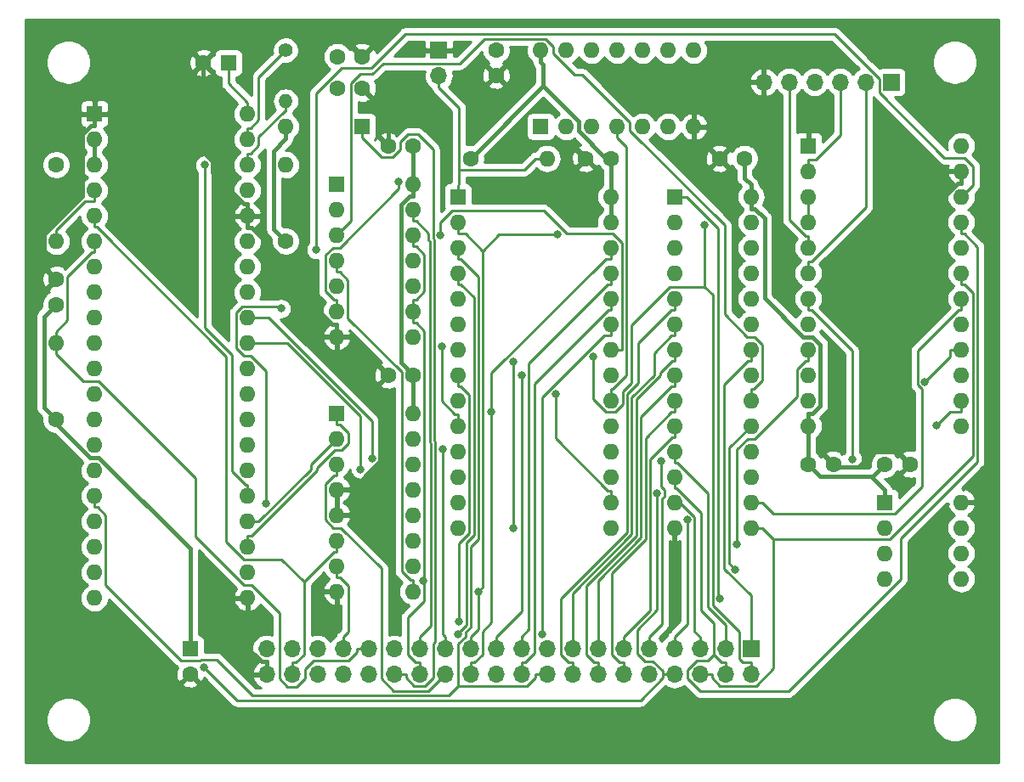
<source format=gbl>
G04 #@! TF.GenerationSoftware,KiCad,Pcbnew,(5.1.2-1)-1*
G04 #@! TF.CreationDate,2019-11-16T12:56:51-08:00*
G04 #@! TF.ProjectId,sbc6802,73626336-3830-4322-9e6b-696361645f70,1.0*
G04 #@! TF.SameCoordinates,Original*
G04 #@! TF.FileFunction,Copper,L2,Bot*
G04 #@! TF.FilePolarity,Positive*
%FSLAX46Y46*%
G04 Gerber Fmt 4.6, Leading zero omitted, Abs format (unit mm)*
G04 Created by KiCad (PCBNEW (5.1.2-1)-1) date 2019-11-16 12:56:51*
%MOMM*%
%LPD*%
G04 APERTURE LIST*
%ADD10R,1.700000X1.700000*%
%ADD11O,1.700000X1.700000*%
%ADD12R,1.600000X1.600000*%
%ADD13O,1.600000X1.600000*%
%ADD14C,1.600000*%
%ADD15C,1.400000*%
%ADD16O,1.400000X1.400000*%
%ADD17C,0.800000*%
%ADD18C,0.400000*%
%ADD19C,0.250000*%
%ADD20C,0.254000*%
G04 APERTURE END LIST*
D10*
X191770000Y-69215000D03*
D11*
X189230000Y-69215000D03*
X186690000Y-69215000D03*
X184150000Y-69215000D03*
X181610000Y-69215000D03*
X179070000Y-69215000D03*
D12*
X139065000Y-73660000D03*
D13*
X131445000Y-73660000D03*
D14*
X123230000Y-67310000D03*
D12*
X125730000Y-67310000D03*
D14*
X139065000Y-66675000D03*
X136565000Y-66675000D03*
D10*
X146685000Y-66040000D03*
D11*
X146685000Y-68580000D03*
D13*
X131445000Y-77470000D03*
D14*
X131445000Y-85090000D03*
X108585000Y-102870000D03*
D13*
X108585000Y-95250000D03*
D14*
X149860000Y-76835000D03*
D13*
X157480000Y-76835000D03*
X108585000Y-85090000D03*
D14*
X108585000Y-77470000D03*
D10*
X177800000Y-125730000D03*
D11*
X177800000Y-128270000D03*
X175260000Y-125730000D03*
X175260000Y-128270000D03*
X172720000Y-125730000D03*
X172720000Y-128270000D03*
X170180000Y-125730000D03*
X170180000Y-128270000D03*
X167640000Y-125730000D03*
X167640000Y-128270000D03*
X165100000Y-125730000D03*
X165100000Y-128270000D03*
X162560000Y-125730000D03*
X162560000Y-128270000D03*
X160020000Y-125730000D03*
X160020000Y-128270000D03*
X157480000Y-125730000D03*
X157480000Y-128270000D03*
X154940000Y-125730000D03*
X154940000Y-128270000D03*
X152400000Y-125730000D03*
X152400000Y-128270000D03*
X149860000Y-125730000D03*
X149860000Y-128270000D03*
X147320000Y-125730000D03*
X147320000Y-128270000D03*
X144780000Y-125730000D03*
X144780000Y-128270000D03*
X142240000Y-125730000D03*
X142240000Y-128270000D03*
X139700000Y-125730000D03*
X139700000Y-128270000D03*
X137160000Y-125730000D03*
X137160000Y-128270000D03*
X134620000Y-125730000D03*
X134620000Y-128270000D03*
X132080000Y-125730000D03*
X132080000Y-128270000D03*
X129540000Y-125730000D03*
X129540000Y-128270000D03*
D12*
X112395000Y-72390000D03*
D13*
X127635000Y-120650000D03*
X112395000Y-74930000D03*
X127635000Y-118110000D03*
X112395000Y-77470000D03*
X127635000Y-115570000D03*
X112395000Y-80010000D03*
X127635000Y-113030000D03*
X112395000Y-82550000D03*
X127635000Y-110490000D03*
X112395000Y-85090000D03*
X127635000Y-107950000D03*
X112395000Y-87630000D03*
X127635000Y-105410000D03*
X112395000Y-90170000D03*
X127635000Y-102870000D03*
X112395000Y-92710000D03*
X127635000Y-100330000D03*
X112395000Y-95250000D03*
X127635000Y-97790000D03*
X112395000Y-97790000D03*
X127635000Y-95250000D03*
X112395000Y-100330000D03*
X127635000Y-92710000D03*
X112395000Y-102870000D03*
X127635000Y-90170000D03*
X112395000Y-105410000D03*
X127635000Y-87630000D03*
X112395000Y-107950000D03*
X127635000Y-85090000D03*
X112395000Y-110490000D03*
X127635000Y-82550000D03*
X112395000Y-113030000D03*
X127635000Y-80010000D03*
X112395000Y-115570000D03*
X127635000Y-77470000D03*
X112395000Y-118110000D03*
X127635000Y-74930000D03*
X112395000Y-120650000D03*
X127635000Y-72390000D03*
X156845000Y-66040000D03*
X172085000Y-73660000D03*
X159385000Y-66040000D03*
X169545000Y-73660000D03*
X161925000Y-66040000D03*
X167005000Y-73660000D03*
X164465000Y-66040000D03*
X164465000Y-73660000D03*
X167005000Y-66040000D03*
X161925000Y-73660000D03*
X169545000Y-66040000D03*
X159385000Y-73660000D03*
X172085000Y-66040000D03*
D12*
X156845000Y-73660000D03*
X136525000Y-79375000D03*
D13*
X144145000Y-94615000D03*
X136525000Y-81915000D03*
X144145000Y-92075000D03*
X136525000Y-84455000D03*
X144145000Y-89535000D03*
X136525000Y-86995000D03*
X144145000Y-86995000D03*
X136525000Y-89535000D03*
X144145000Y-84455000D03*
X136525000Y-92075000D03*
X144145000Y-81915000D03*
X136525000Y-94615000D03*
X144145000Y-79375000D03*
D12*
X136525000Y-102235000D03*
D13*
X144145000Y-120015000D03*
X136525000Y-104775000D03*
X144145000Y-117475000D03*
X136525000Y-107315000D03*
X144145000Y-114935000D03*
X136525000Y-109855000D03*
X144145000Y-112395000D03*
X136525000Y-112395000D03*
X144145000Y-109855000D03*
X136525000Y-114935000D03*
X144145000Y-107315000D03*
X136525000Y-117475000D03*
X144145000Y-104775000D03*
X136525000Y-120015000D03*
X144145000Y-102235000D03*
D12*
X148590000Y-80645000D03*
D13*
X163830000Y-113665000D03*
X148590000Y-83185000D03*
X163830000Y-111125000D03*
X148590000Y-85725000D03*
X163830000Y-108585000D03*
X148590000Y-88265000D03*
X163830000Y-106045000D03*
X148590000Y-90805000D03*
X163830000Y-103505000D03*
X148590000Y-93345000D03*
X163830000Y-100965000D03*
X148590000Y-95885000D03*
X163830000Y-98425000D03*
X148590000Y-98425000D03*
X163830000Y-95885000D03*
X148590000Y-100965000D03*
X163830000Y-93345000D03*
X148590000Y-103505000D03*
X163830000Y-90805000D03*
X148590000Y-106045000D03*
X163830000Y-88265000D03*
X148590000Y-108585000D03*
X163830000Y-85725000D03*
X148590000Y-111125000D03*
X163830000Y-83185000D03*
X148590000Y-113665000D03*
X163830000Y-80645000D03*
D12*
X170180000Y-80645000D03*
D13*
X177800000Y-113665000D03*
X170180000Y-83185000D03*
X177800000Y-111125000D03*
X170180000Y-85725000D03*
X177800000Y-108585000D03*
X170180000Y-88265000D03*
X177800000Y-106045000D03*
X170180000Y-90805000D03*
X177800000Y-103505000D03*
X170180000Y-93345000D03*
X177800000Y-100965000D03*
X170180000Y-95885000D03*
X177800000Y-98425000D03*
X170180000Y-98425000D03*
X177800000Y-95885000D03*
X170180000Y-100965000D03*
X177800000Y-93345000D03*
X170180000Y-103505000D03*
X177800000Y-90805000D03*
X170180000Y-106045000D03*
X177800000Y-88265000D03*
X170180000Y-108585000D03*
X177800000Y-85725000D03*
X170180000Y-111125000D03*
X177800000Y-83185000D03*
X170180000Y-113665000D03*
X177800000Y-80645000D03*
D12*
X191135000Y-111125000D03*
D13*
X198755000Y-118745000D03*
X191135000Y-113665000D03*
X198755000Y-116205000D03*
X191135000Y-116205000D03*
X198755000Y-113665000D03*
X191135000Y-118745000D03*
X198755000Y-111125000D03*
D12*
X183515000Y-75565000D03*
D13*
X198755000Y-103505000D03*
X183515000Y-78105000D03*
X198755000Y-100965000D03*
X183515000Y-80645000D03*
X198755000Y-98425000D03*
X183515000Y-83185000D03*
X198755000Y-95885000D03*
X183515000Y-85725000D03*
X198755000Y-93345000D03*
X183515000Y-88265000D03*
X198755000Y-90805000D03*
X183515000Y-90805000D03*
X198755000Y-88265000D03*
X183515000Y-93345000D03*
X198755000Y-85725000D03*
X183515000Y-95885000D03*
X198755000Y-83185000D03*
X183515000Y-98425000D03*
X198755000Y-80645000D03*
X183515000Y-100965000D03*
X198755000Y-78105000D03*
X183515000Y-103505000D03*
X198755000Y-75565000D03*
D15*
X131445000Y-66040000D03*
D16*
X131445000Y-71120000D03*
D14*
X191135000Y-107315000D03*
X193635000Y-107315000D03*
X174665000Y-76835000D03*
X177165000Y-76835000D03*
X186015000Y-107315000D03*
X183515000Y-107315000D03*
X136565000Y-69850000D03*
X139065000Y-69850000D03*
X108585000Y-88900000D03*
X108585000Y-91400000D03*
X152400000Y-66040000D03*
X152400000Y-68540000D03*
D12*
X121920000Y-125730000D03*
D14*
X121920000Y-128230000D03*
X141645000Y-75565000D03*
X144145000Y-75565000D03*
X144145000Y-98425000D03*
X141645000Y-98425000D03*
X163830000Y-76835000D03*
X161330000Y-76835000D03*
D17*
X146854000Y-84496100D03*
X162080900Y-96561000D03*
X173187000Y-83456700D03*
X134477000Y-85952400D03*
X140038100Y-106718100D03*
X138898000Y-107824600D03*
X154122100Y-97067300D03*
X154122100Y-113665000D03*
X171464500Y-112860700D03*
X158312500Y-100341500D03*
X168464300Y-110207100D03*
X123287900Y-127552000D03*
X195128300Y-99127300D03*
X168815300Y-107009300D03*
X176255100Y-117817500D03*
X146973900Y-95580700D03*
X148705600Y-123058300D03*
X148617200Y-124249000D03*
X154945300Y-98425000D03*
X156970400Y-124273500D03*
X158543200Y-84448900D03*
X150631100Y-120016500D03*
X151949600Y-102122300D03*
X147084300Y-105868100D03*
X174708100Y-120764500D03*
X123365000Y-77490900D03*
X145176300Y-118920700D03*
X196293900Y-103429400D03*
X187903500Y-106834500D03*
X130996700Y-91809700D03*
X129505100Y-111234800D03*
X176374800Y-115302800D03*
X142716700Y-79152900D03*
D18*
X186015000Y-107315000D02*
X186334800Y-107634800D01*
X186334800Y-107634800D02*
X188490600Y-107634800D01*
X188490600Y-107634800D02*
X190075600Y-106049800D01*
X190075600Y-106049800D02*
X192369800Y-106049800D01*
X136525000Y-109855000D02*
X136525000Y-112395000D01*
X136525000Y-109855000D02*
X138033000Y-109855000D01*
X138033000Y-109855000D02*
X140838400Y-107049600D01*
X140838400Y-107049600D02*
X140838400Y-99716300D01*
X140838400Y-99716300D02*
X140596100Y-99473900D01*
X139065000Y-69850000D02*
X141645000Y-72430000D01*
X141645000Y-72430000D02*
X141645000Y-75565000D01*
X136525000Y-93414700D02*
X136099300Y-93414700D01*
X136099300Y-93414700D02*
X130904200Y-88219600D01*
X130904200Y-88219600D02*
X130904200Y-86646500D01*
X130904200Y-86646500D02*
X128008000Y-83750300D01*
X128008000Y-83750300D02*
X127635000Y-83750300D01*
X140596100Y-99473900D02*
X140255300Y-99133200D01*
X140255300Y-99133200D02*
X139842900Y-99133200D01*
X139842900Y-99133200D02*
X136525000Y-95815300D01*
X140596100Y-99473900D02*
X141645000Y-98425000D01*
X127635000Y-81349700D02*
X127276400Y-81349700D01*
X127276400Y-81349700D02*
X124165300Y-78238600D01*
X124165300Y-78238600D02*
X124165300Y-77159400D01*
X124165300Y-77159400D02*
X123230100Y-76224200D01*
X123230100Y-76224200D02*
X123230000Y-76224200D01*
X123230000Y-76224200D02*
X123230000Y-72390000D01*
X123230000Y-72390000D02*
X123230000Y-67310000D01*
X123230000Y-72390000D02*
X113595300Y-72390000D01*
X112395000Y-72390000D02*
X113595300Y-72390000D01*
X129540000Y-128270000D02*
X129540000Y-127019700D01*
X127635000Y-120650000D02*
X127635000Y-125632800D01*
X127635000Y-125632800D02*
X129021900Y-127019700D01*
X129021900Y-127019700D02*
X129540000Y-127019700D01*
X136525000Y-94615000D02*
X136525000Y-95815300D01*
X192369800Y-106049800D02*
X192369800Y-85317400D01*
X192369800Y-85317400D02*
X198381900Y-79305300D01*
X198381900Y-79305300D02*
X198755000Y-79305300D01*
X112395000Y-72390000D02*
X112395000Y-73590300D01*
X108585000Y-88900000D02*
X107384600Y-87699600D01*
X107384600Y-87699600D02*
X107384600Y-84422100D01*
X107384600Y-84422100D02*
X111194700Y-80612000D01*
X111194700Y-80612000D02*
X111194700Y-74415400D01*
X111194700Y-74415400D02*
X112019800Y-73590300D01*
X112019800Y-73590300D02*
X112395000Y-73590300D01*
X193635000Y-107315000D02*
X192369800Y-106049800D01*
X198755000Y-78105000D02*
X198755000Y-79305300D01*
X127635000Y-82550000D02*
X127635000Y-83750300D01*
X136525000Y-94615000D02*
X136525000Y-93414700D01*
X127635000Y-82550000D02*
X127635000Y-81349700D01*
D19*
X127635000Y-72390000D02*
X127635000Y-71264700D01*
X127635000Y-71264700D02*
X125730000Y-69359700D01*
X125730000Y-69359700D02*
X125730000Y-67310000D01*
X139065000Y-74785300D02*
X140970100Y-76690400D01*
X140970100Y-76690400D02*
X142124000Y-76690400D01*
X142124000Y-76690400D02*
X142895000Y-75919400D01*
X142895000Y-75919400D02*
X142895000Y-75179400D01*
X142895000Y-75179400D02*
X143651200Y-74423200D01*
X143651200Y-74423200D02*
X144605300Y-74423200D01*
X144605300Y-74423200D02*
X146128700Y-75946600D01*
X146128700Y-75946600D02*
X146128700Y-84796500D01*
X146128700Y-84796500D02*
X146244000Y-84911800D01*
X146244000Y-84911800D02*
X146244000Y-104967000D01*
X146244000Y-104967000D02*
X146351900Y-105074900D01*
X146351900Y-105074900D02*
X146351900Y-125035900D01*
X146351900Y-125035900D02*
X146144700Y-125243100D01*
X146144700Y-125243100D02*
X146144700Y-128579000D01*
X146144700Y-128579000D02*
X145278400Y-129445300D01*
X145278400Y-129445300D02*
X144223200Y-129445300D01*
X144223200Y-129445300D02*
X143415300Y-128637400D01*
X143415300Y-128637400D02*
X143415300Y-128270000D01*
X142240000Y-128270000D02*
X143415300Y-128270000D01*
X139065000Y-73660000D02*
X139065000Y-74785300D01*
X127635000Y-74930000D02*
X127635000Y-73804700D01*
X127635000Y-73804700D02*
X127916400Y-73804700D01*
X127916400Y-73804700D02*
X128760300Y-72960800D01*
X128760300Y-72960800D02*
X128760300Y-68724700D01*
X128760300Y-68724700D02*
X131445000Y-66040000D01*
X131445000Y-71120000D02*
X131445000Y-72145300D01*
X127635000Y-77470000D02*
X127635000Y-76344700D01*
X127635000Y-76344700D02*
X127916400Y-76344700D01*
X127916400Y-76344700D02*
X128760300Y-75500800D01*
X128760300Y-75500800D02*
X128760300Y-74701800D01*
X128760300Y-74701800D02*
X131316800Y-72145300D01*
X131316800Y-72145300D02*
X131445000Y-72145300D01*
D18*
X183515000Y-103505000D02*
X183515000Y-102304700D01*
X183515000Y-102304700D02*
X183890100Y-102304700D01*
X183890100Y-102304700D02*
X184717200Y-101477600D01*
X184717200Y-101477600D02*
X184717200Y-95382700D01*
X184717200Y-95382700D02*
X183949500Y-94615000D01*
X183949500Y-94615000D02*
X183029900Y-94615000D01*
X183029900Y-94615000D02*
X179139600Y-90724700D01*
X179139600Y-90724700D02*
X179139600Y-82811900D01*
X179139600Y-82811900D02*
X178173000Y-81845300D01*
X178173000Y-81845300D02*
X177800000Y-81845300D01*
X183515000Y-103505000D02*
X183515000Y-107315000D01*
X177800000Y-80645000D02*
X177800000Y-81845300D01*
X157094600Y-69600400D02*
X149860000Y-76835000D01*
X156845000Y-67240300D02*
X157094600Y-67489900D01*
X157094600Y-67489900D02*
X157094600Y-69600400D01*
X163830000Y-76835000D02*
X163369900Y-76835000D01*
X163369900Y-76835000D02*
X160655000Y-74120100D01*
X160655000Y-74120100D02*
X160655000Y-73160800D01*
X160655000Y-73160800D02*
X157094600Y-69600400D01*
X163830000Y-80645000D02*
X163830000Y-76835000D01*
X156845000Y-66040000D02*
X156845000Y-67240300D01*
X191135000Y-111125000D02*
X191135000Y-109924700D01*
X189934600Y-108515400D02*
X191135000Y-107315000D01*
X183515000Y-107315000D02*
X184715400Y-108515400D01*
X184715400Y-108515400D02*
X189934600Y-108515400D01*
X191135000Y-109924700D02*
X189934600Y-108724300D01*
X189934600Y-108724300D02*
X189934600Y-108515400D01*
X131445000Y-73660000D02*
X131445000Y-74860300D01*
X131445000Y-74860300D02*
X130217800Y-76087500D01*
X130217800Y-76087500D02*
X130217800Y-83862800D01*
X130217800Y-83862800D02*
X131445000Y-85090000D01*
X144145000Y-79375000D02*
X144145000Y-80575300D01*
X144145000Y-98425000D02*
X142926600Y-97206600D01*
X142926600Y-97206600D02*
X142926600Y-81420600D01*
X142926600Y-81420600D02*
X143771900Y-80575300D01*
X143771900Y-80575300D02*
X144145000Y-80575300D01*
X144145000Y-102235000D02*
X144145000Y-98425000D01*
X121920000Y-125730000D02*
X121920000Y-115759600D01*
X121920000Y-115759600D02*
X112840400Y-106680000D01*
X112840400Y-106680000D02*
X111944800Y-106680000D01*
X111944800Y-106680000D02*
X108585000Y-103320200D01*
X108585000Y-103320200D02*
X108585000Y-102870000D01*
X108585000Y-102870000D02*
X107381000Y-101666000D01*
X107381000Y-101666000D02*
X107381000Y-92604000D01*
X107381000Y-92604000D02*
X108585000Y-91400000D01*
X112395000Y-77470000D02*
X112395000Y-74930000D01*
X144145000Y-79375000D02*
X144145000Y-75565000D01*
X163830000Y-83185000D02*
X163830000Y-80645000D01*
X177800000Y-80645000D02*
X177800000Y-79444700D01*
X177800000Y-79444700D02*
X177165000Y-78809700D01*
X177165000Y-78809700D02*
X177165000Y-76835000D01*
D19*
X177800000Y-97010300D02*
X177518700Y-97010300D01*
X177518700Y-97010300D02*
X175150600Y-99378400D01*
X175150600Y-99378400D02*
X175150600Y-117738700D01*
X175150600Y-117738700D02*
X177800000Y-120388100D01*
X177800000Y-120388100D02*
X177800000Y-124554700D01*
X164955300Y-95885000D02*
X164955300Y-85256000D01*
X164955300Y-85256000D02*
X164035100Y-84335800D01*
X164035100Y-84335800D02*
X159455900Y-84335800D01*
X159455900Y-84335800D02*
X157175700Y-82055600D01*
X157175700Y-82055600D02*
X148058200Y-82055600D01*
X148058200Y-82055600D02*
X146854000Y-83259800D01*
X146854000Y-83259800D02*
X146854000Y-84496100D01*
X163830000Y-95885000D02*
X164955300Y-95885000D01*
X177800000Y-95885000D02*
X177800000Y-97010300D01*
X177800000Y-125730000D02*
X177800000Y-124554700D01*
X173187000Y-89650600D02*
X169697500Y-89650600D01*
X169697500Y-89650600D02*
X165875500Y-93472600D01*
X165875500Y-93472600D02*
X165875500Y-99227400D01*
X165875500Y-99227400D02*
X165021300Y-100081600D01*
X165021300Y-100081600D02*
X165021300Y-101373900D01*
X165021300Y-101373900D02*
X164296000Y-102099200D01*
X164296000Y-102099200D02*
X163372600Y-102099200D01*
X163372600Y-102099200D02*
X162080900Y-100807500D01*
X162080900Y-100807500D02*
X162080900Y-96561000D01*
X177800000Y-127094700D02*
X176991900Y-127094700D01*
X176991900Y-127094700D02*
X176624700Y-126727500D01*
X176624700Y-126727500D02*
X176624700Y-124055400D01*
X176624700Y-124055400D02*
X173975400Y-121406100D01*
X173975400Y-121406100D02*
X173975400Y-90439000D01*
X173975400Y-90439000D02*
X173187000Y-89650600D01*
X173187000Y-89650600D02*
X173187000Y-83456700D01*
X177800000Y-128270000D02*
X177800000Y-127094700D01*
X175260000Y-124554700D02*
X175260000Y-123327600D01*
X175260000Y-123327600D02*
X173525100Y-121592700D01*
X173525100Y-121592700D02*
X173525100Y-110234100D01*
X173525100Y-110234100D02*
X170461300Y-107170300D01*
X170461300Y-107170300D02*
X170180000Y-107170300D01*
X198755000Y-80645000D02*
X199905900Y-79494100D01*
X199905900Y-79494100D02*
X199905900Y-77599200D01*
X199905900Y-77599200D02*
X199067800Y-76761100D01*
X199067800Y-76761100D02*
X197085600Y-76761100D01*
X197085600Y-76761100D02*
X190594600Y-70270100D01*
X190594600Y-70270100D02*
X190594600Y-68876500D01*
X190594600Y-68876500D02*
X186136900Y-64418800D01*
X186136900Y-64418800D02*
X143399800Y-64418800D01*
X143399800Y-64418800D02*
X140018200Y-67800400D01*
X140018200Y-67800400D02*
X137011000Y-67800400D01*
X137011000Y-67800400D02*
X134477000Y-70334400D01*
X134477000Y-70334400D02*
X134477000Y-85952400D01*
X170180000Y-106045000D02*
X170180000Y-107170300D01*
X175260000Y-125730000D02*
X175260000Y-124554700D01*
X198755000Y-83185000D02*
X198755000Y-84310300D01*
X174084700Y-126286800D02*
X174892600Y-127094700D01*
X174892600Y-127094700D02*
X175260000Y-127094700D01*
X170180000Y-109710300D02*
X170391000Y-109710300D01*
X170391000Y-109710300D02*
X172849500Y-112168800D01*
X172849500Y-112168800D02*
X172849500Y-121942900D01*
X172849500Y-121942900D02*
X174084700Y-123178100D01*
X174084700Y-123178100D02*
X174084700Y-126286800D01*
X198755000Y-84310300D02*
X199036300Y-84310300D01*
X199036300Y-84310300D02*
X200381000Y-85655000D01*
X200381000Y-85655000D02*
X200381000Y-107069800D01*
X200381000Y-107069800D02*
X192698800Y-114752000D01*
X192698800Y-114752000D02*
X192698800Y-118787000D01*
X192698800Y-118787000D02*
X181556400Y-129929400D01*
X181556400Y-129929400D02*
X172703900Y-129929400D01*
X172703900Y-129929400D02*
X171504700Y-128730200D01*
X171504700Y-128730200D02*
X171504700Y-127820500D01*
X171504700Y-127820500D02*
X172419800Y-126905400D01*
X172419800Y-126905400D02*
X173466100Y-126905400D01*
X173466100Y-126905400D02*
X174084700Y-126286800D01*
X175260000Y-128270000D02*
X175260000Y-127094700D01*
X170180000Y-108585000D02*
X170180000Y-109710300D01*
X140038100Y-106718100D02*
X140038100Y-103027200D01*
X140038100Y-103027200D02*
X129720900Y-92710000D01*
X129720900Y-92710000D02*
X128760300Y-92710000D01*
X127635000Y-92710000D02*
X128760300Y-92710000D01*
X172720000Y-124554700D02*
X172189800Y-124024500D01*
X172189800Y-124024500D02*
X172189800Y-112560200D01*
X172189800Y-112560200D02*
X170754600Y-111125000D01*
X170754600Y-111125000D02*
X170180000Y-111125000D01*
X172720000Y-125730000D02*
X172720000Y-124554700D01*
X128760300Y-95250000D02*
X131605500Y-95250000D01*
X131605500Y-95250000D02*
X138898000Y-102542500D01*
X138898000Y-102542500D02*
X138898000Y-107824600D01*
X127635000Y-95250000D02*
X128760300Y-95250000D01*
X198755000Y-89390300D02*
X199036300Y-89390300D01*
X199036300Y-89390300D02*
X199930600Y-90284600D01*
X199930600Y-90284600D02*
X199930600Y-106496300D01*
X199930600Y-106496300D02*
X191636600Y-114790300D01*
X191636600Y-114790300D02*
X180050600Y-114790300D01*
X180050600Y-114790300D02*
X178925300Y-113665000D01*
X180050600Y-114790300D02*
X180050600Y-127698700D01*
X180050600Y-127698700D02*
X178304000Y-129445300D01*
X178304000Y-129445300D02*
X174703200Y-129445300D01*
X174703200Y-129445300D02*
X173895300Y-128637400D01*
X173895300Y-128637400D02*
X173895300Y-128270000D01*
X172720000Y-128270000D02*
X173895300Y-128270000D01*
X177800000Y-113665000D02*
X178925300Y-113665000D01*
X198755000Y-88265000D02*
X198755000Y-89390300D01*
X154122100Y-113665000D02*
X154122100Y-97067300D01*
X198755000Y-91930300D02*
X198473700Y-91930300D01*
X198473700Y-91930300D02*
X194403000Y-96001000D01*
X194403000Y-96001000D02*
X194403000Y-99427700D01*
X194403000Y-99427700D02*
X194808900Y-99833600D01*
X194808900Y-99833600D02*
X194808900Y-109535600D01*
X194808900Y-109535600D02*
X192094200Y-112250300D01*
X192094200Y-112250300D02*
X180050600Y-112250300D01*
X180050600Y-112250300D02*
X178925300Y-111125000D01*
X170180000Y-125730000D02*
X170180000Y-124554700D01*
X171464500Y-112860700D02*
X171464500Y-123270200D01*
X171464500Y-123270200D02*
X170180000Y-124554700D01*
X177800000Y-111125000D02*
X178925300Y-111125000D01*
X198755000Y-90805000D02*
X198755000Y-91930300D01*
X163830000Y-109999700D02*
X163548700Y-109999700D01*
X163548700Y-109999700D02*
X158312500Y-104763500D01*
X158312500Y-104763500D02*
X158312500Y-100341500D01*
X163830000Y-111125000D02*
X163830000Y-109999700D01*
X168464300Y-110207100D02*
X168464300Y-121827300D01*
X168464300Y-121827300D02*
X166464600Y-123827000D01*
X166464600Y-123827000D02*
X166464600Y-126255600D01*
X166464600Y-126255600D02*
X167209000Y-127000000D01*
X167209000Y-127000000D02*
X168038700Y-127000000D01*
X168038700Y-127000000D02*
X169004700Y-127966000D01*
X169004700Y-127966000D02*
X169004700Y-128270000D01*
X170180000Y-128270000D02*
X169004700Y-128270000D01*
X169004700Y-128270000D02*
X169004700Y-128637300D01*
X169004700Y-128637300D02*
X166791400Y-130850600D01*
X166791400Y-130850600D02*
X126586500Y-130850600D01*
X126586500Y-130850600D02*
X123287900Y-127552000D01*
X198755000Y-95885000D02*
X197629700Y-95885000D01*
X197629700Y-95885000D02*
X197629700Y-96625900D01*
X197629700Y-96625900D02*
X195128300Y-99127300D01*
X167640000Y-124554700D02*
X168914600Y-123280100D01*
X168914600Y-123280100D02*
X168914600Y-110782600D01*
X168914600Y-110782600D02*
X169189600Y-110507600D01*
X169189600Y-110507600D02*
X169189600Y-109906600D01*
X169189600Y-109906600D02*
X168815300Y-109532300D01*
X168815300Y-109532300D02*
X168815300Y-107009300D01*
X167640000Y-125730000D02*
X167640000Y-124554700D01*
X177800000Y-103505000D02*
X175649400Y-105655600D01*
X175649400Y-105655600D02*
X175649400Y-117211800D01*
X175649400Y-117211800D02*
X176255100Y-117817500D01*
X170180000Y-104630300D02*
X169990800Y-104630300D01*
X169990800Y-104630300D02*
X167739000Y-106882100D01*
X167739000Y-106882100D02*
X167739000Y-121915700D01*
X167739000Y-121915700D02*
X165100000Y-124554700D01*
X148590000Y-103505000D02*
X148590000Y-102379700D01*
X148590000Y-102379700D02*
X148308700Y-102379700D01*
X148308700Y-102379700D02*
X146973900Y-101044900D01*
X146973900Y-101044900D02*
X146973900Y-95580700D01*
X165100000Y-125730000D02*
X165100000Y-124554700D01*
X170180000Y-103505000D02*
X170180000Y-104630300D01*
X170180000Y-102090300D02*
X169898600Y-102090300D01*
X169898600Y-102090300D02*
X167288700Y-104700200D01*
X167288700Y-104700200D02*
X167288700Y-114842400D01*
X167288700Y-114842400D02*
X163924700Y-118206400D01*
X163924700Y-118206400D02*
X163924700Y-126286800D01*
X163924700Y-126286800D02*
X164732600Y-127094700D01*
X164732600Y-127094700D02*
X165100000Y-127094700D01*
X165100000Y-128270000D02*
X165100000Y-127094700D01*
X170180000Y-100965000D02*
X170180000Y-102090300D01*
X170180000Y-99550300D02*
X169898600Y-99550300D01*
X169898600Y-99550300D02*
X166838400Y-102610500D01*
X166838400Y-102610500D02*
X166838400Y-114655800D01*
X166838400Y-114655800D02*
X162560000Y-118934200D01*
X162560000Y-118934200D02*
X162560000Y-124554700D01*
X148590000Y-98425000D02*
X148590000Y-99550300D01*
X148705600Y-123058300D02*
X148705600Y-115219600D01*
X148705600Y-115219600D02*
X149715300Y-114209900D01*
X149715300Y-114209900D02*
X149715300Y-100394200D01*
X149715300Y-100394200D02*
X148871400Y-99550300D01*
X148871400Y-99550300D02*
X148590000Y-99550300D01*
X162560000Y-125730000D02*
X162560000Y-124554700D01*
X170180000Y-98425000D02*
X170180000Y-99550300D01*
X170180000Y-97010300D02*
X169963900Y-97010300D01*
X169963900Y-97010300D02*
X168745100Y-98229100D01*
X168745100Y-98229100D02*
X168745100Y-98493500D01*
X168745100Y-98493500D02*
X166388100Y-100850500D01*
X166388100Y-100850500D02*
X166388100Y-114469200D01*
X166388100Y-114469200D02*
X161384700Y-119472600D01*
X161384700Y-119472600D02*
X161384700Y-126286800D01*
X161384700Y-126286800D02*
X162192600Y-127094700D01*
X162192600Y-127094700D02*
X162560000Y-127094700D01*
X162560000Y-128270000D02*
X162560000Y-127094700D01*
X170180000Y-95885000D02*
X170180000Y-97010300D01*
X170180000Y-94470300D02*
X169898600Y-94470300D01*
X169898600Y-94470300D02*
X168135500Y-96233400D01*
X168135500Y-96233400D02*
X168135500Y-98427700D01*
X168135500Y-98427700D02*
X165921900Y-100641300D01*
X165921900Y-100641300D02*
X165921900Y-114298500D01*
X165921900Y-114298500D02*
X160020000Y-120200400D01*
X160020000Y-120200400D02*
X160020000Y-124554700D01*
X170180000Y-93345000D02*
X170180000Y-94470300D01*
X160020000Y-125730000D02*
X160020000Y-124554700D01*
X170180000Y-91930300D02*
X169898700Y-91930300D01*
X169898700Y-91930300D02*
X166585400Y-95243600D01*
X166585400Y-95243600D02*
X166585400Y-99217400D01*
X166585400Y-99217400D02*
X165471600Y-100331200D01*
X165471600Y-100331200D02*
X165471600Y-114111900D01*
X165471600Y-114111900D02*
X158844700Y-120738800D01*
X158844700Y-120738800D02*
X158844700Y-126286800D01*
X158844700Y-126286800D02*
X159652600Y-127094700D01*
X159652600Y-127094700D02*
X160020000Y-127094700D01*
X160020000Y-128270000D02*
X160020000Y-127094700D01*
X170180000Y-90805000D02*
X170180000Y-91930300D01*
X148617200Y-124249000D02*
X148617200Y-124172500D01*
X148617200Y-124172500D02*
X149430900Y-123358800D01*
X149430900Y-123358800D02*
X149430900Y-115131200D01*
X149430900Y-115131200D02*
X150193700Y-114368400D01*
X150193700Y-114368400D02*
X150193700Y-90712700D01*
X150193700Y-90712700D02*
X148871300Y-89390300D01*
X148871300Y-89390300D02*
X148590000Y-89390300D01*
X148590000Y-88265000D02*
X148590000Y-89390300D01*
X148649000Y-129463700D02*
X148649000Y-125243000D01*
X148649000Y-125243000D02*
X149342500Y-124549500D01*
X149342500Y-124549500D02*
X149342500Y-124084100D01*
X149342500Y-124084100D02*
X149881200Y-123545400D01*
X149881200Y-123545400D02*
X149881200Y-115531700D01*
X149881200Y-115531700D02*
X150644000Y-114768900D01*
X150644000Y-114768900D02*
X150644000Y-88623000D01*
X150644000Y-88623000D02*
X148871300Y-86850300D01*
X148871300Y-86850300D02*
X148590000Y-86850300D01*
X112395000Y-111615300D02*
X112676400Y-111615300D01*
X112676400Y-111615300D02*
X113520300Y-112459200D01*
X113520300Y-112459200D02*
X113520300Y-119396700D01*
X113520300Y-119396700D02*
X120997100Y-126873500D01*
X120997100Y-126873500D02*
X122917800Y-126873500D01*
X122917800Y-126873500D02*
X123007500Y-126783800D01*
X123007500Y-126783800D02*
X124548800Y-126783800D01*
X124548800Y-126783800D02*
X128165200Y-130400200D01*
X128165200Y-130400200D02*
X147712500Y-130400200D01*
X147712500Y-130400200D02*
X148649000Y-129463700D01*
X148649000Y-129463700D02*
X155478300Y-129463700D01*
X155478300Y-129463700D02*
X156304700Y-128637300D01*
X156304700Y-128637300D02*
X156304700Y-128270000D01*
X157480000Y-128270000D02*
X156304700Y-128270000D01*
X148590000Y-85725000D02*
X148590000Y-86850300D01*
X112395000Y-110490000D02*
X112395000Y-111615300D01*
X154940000Y-124554700D02*
X155683000Y-123811700D01*
X155683000Y-123811700D02*
X155683000Y-97256000D01*
X155683000Y-97256000D02*
X163548700Y-89390300D01*
X163548700Y-89390300D02*
X163830000Y-89390300D01*
X154940000Y-125730000D02*
X154940000Y-124554700D01*
X163830000Y-88265000D02*
X163830000Y-89390300D01*
X154940000Y-127094700D02*
X155307300Y-127094700D01*
X155307300Y-127094700D02*
X156245100Y-126156900D01*
X156245100Y-126156900D02*
X156245100Y-99311500D01*
X156245100Y-99311500D02*
X163626300Y-91930300D01*
X163626300Y-91930300D02*
X163830000Y-91930300D01*
X154940000Y-128270000D02*
X154940000Y-127094700D01*
X163830000Y-90805000D02*
X163830000Y-91930300D01*
X152400000Y-124554700D02*
X154945300Y-122009400D01*
X154945300Y-122009400D02*
X154945300Y-98425000D01*
X152400000Y-125730000D02*
X152400000Y-124554700D01*
X163830000Y-94470300D02*
X163145900Y-94470300D01*
X163145900Y-94470300D02*
X156970400Y-100645800D01*
X156970400Y-100645800D02*
X156970400Y-124273500D01*
X163830000Y-93345000D02*
X163830000Y-94470300D01*
X150631100Y-120016500D02*
X151094300Y-119553300D01*
X151094300Y-119553300D02*
X151094300Y-86066400D01*
X149860000Y-124554700D02*
X150631100Y-123783600D01*
X150631100Y-123783600D02*
X150631100Y-120016500D01*
X151094300Y-86066400D02*
X149338200Y-84310300D01*
X149338200Y-84310300D02*
X148590000Y-84310300D01*
X158543200Y-84448900D02*
X152711800Y-84448900D01*
X152711800Y-84448900D02*
X151094300Y-86066400D01*
X149860000Y-125730000D02*
X149860000Y-124554700D01*
X148590000Y-83185000D02*
X148590000Y-84310300D01*
X151949600Y-102122300D02*
X151949600Y-123102000D01*
X151949600Y-123102000D02*
X151035300Y-124016300D01*
X151035300Y-124016300D02*
X151035300Y-126286800D01*
X151035300Y-126286800D02*
X150227400Y-127094700D01*
X150227400Y-127094700D02*
X149860000Y-127094700D01*
X163830000Y-86850300D02*
X163313400Y-86850300D01*
X163313400Y-86850300D02*
X151949600Y-98214100D01*
X151949600Y-98214100D02*
X151949600Y-102122300D01*
X149860000Y-128270000D02*
X149860000Y-127094700D01*
X163830000Y-85725000D02*
X163830000Y-86850300D01*
X127635000Y-115570000D02*
X127635000Y-114444700D01*
X136525000Y-102235000D02*
X136525000Y-103360300D01*
X136525000Y-103360300D02*
X136806300Y-103360300D01*
X136806300Y-103360300D02*
X137702400Y-104256400D01*
X137702400Y-104256400D02*
X137702400Y-105250100D01*
X137702400Y-105250100D02*
X137052100Y-105900400D01*
X137052100Y-105900400D02*
X136328000Y-105900400D01*
X136328000Y-105900400D02*
X134536600Y-107691800D01*
X134536600Y-107691800D02*
X134536600Y-107913400D01*
X134536600Y-107913400D02*
X128005300Y-114444700D01*
X128005300Y-114444700D02*
X127635000Y-114444700D01*
X147320000Y-124554700D02*
X147084300Y-124319000D01*
X147084300Y-124319000D02*
X147084300Y-105868100D01*
X147320000Y-125730000D02*
X147320000Y-124554700D01*
X170180000Y-80645000D02*
X171416400Y-80645000D01*
X171416400Y-80645000D02*
X174563200Y-83791800D01*
X174563200Y-83791800D02*
X174563200Y-120619600D01*
X174563200Y-120619600D02*
X174708100Y-120764500D01*
X127635000Y-113030000D02*
X128760300Y-113030000D01*
X136525000Y-104775000D02*
X133927000Y-107373000D01*
X133927000Y-107373000D02*
X133927000Y-107863300D01*
X133927000Y-107863300D02*
X128760300Y-113030000D01*
X136525000Y-107315000D02*
X136525000Y-108440300D01*
X136525000Y-108440300D02*
X136243700Y-108440300D01*
X136243700Y-108440300D02*
X135385700Y-109298300D01*
X135385700Y-109298300D02*
X135385700Y-112850600D01*
X135385700Y-112850600D02*
X136200100Y-113665000D01*
X136200100Y-113665000D02*
X136913900Y-113665000D01*
X136913900Y-113665000D02*
X140970000Y-117721100D01*
X140970000Y-117721100D02*
X140970000Y-128730800D01*
X140970000Y-128730800D02*
X142169200Y-129930000D01*
X142169200Y-129930000D02*
X145660000Y-129930000D01*
X145660000Y-129930000D02*
X147320000Y-128270000D01*
X123365000Y-77490900D02*
X123365000Y-93711100D01*
X123365000Y-93711100D02*
X126059300Y-96405400D01*
X126059300Y-96405400D02*
X126059300Y-108013500D01*
X126059300Y-108013500D02*
X127410500Y-109364700D01*
X127410500Y-109364700D02*
X127635000Y-109364700D01*
X127635000Y-110490000D02*
X127635000Y-109364700D01*
X144145000Y-83040300D02*
X144426300Y-83040300D01*
X144426300Y-83040300D02*
X145678400Y-84292400D01*
X145678400Y-84292400D02*
X145678400Y-84983100D01*
X145678400Y-84983100D02*
X145793700Y-85098400D01*
X145793700Y-85098400D02*
X145793700Y-105153600D01*
X145793700Y-105153600D02*
X145901600Y-105261500D01*
X145901600Y-105261500D02*
X145901600Y-123433100D01*
X145901600Y-123433100D02*
X144780000Y-124554700D01*
X144145000Y-81915000D02*
X144145000Y-83040300D01*
X144780000Y-125730000D02*
X144780000Y-124554700D01*
X144145000Y-92075000D02*
X144145000Y-93200300D01*
X144145000Y-93200300D02*
X144426300Y-93200300D01*
X144426300Y-93200300D02*
X145270400Y-94044400D01*
X145270400Y-94044400D02*
X145270400Y-118826600D01*
X145270400Y-118826600D02*
X145176300Y-118920700D01*
X144145000Y-91793600D02*
X144145000Y-92075000D01*
X198755000Y-100965000D02*
X198755000Y-102090300D01*
X144780000Y-128270000D02*
X144780000Y-127094700D01*
X145176300Y-118920700D02*
X145270400Y-119014800D01*
X145270400Y-119014800D02*
X145270400Y-120945800D01*
X145270400Y-120945800D02*
X143604700Y-122611500D01*
X143604700Y-122611500D02*
X143604700Y-126286800D01*
X143604700Y-126286800D02*
X144412600Y-127094700D01*
X144412600Y-127094700D02*
X144780000Y-127094700D01*
X198755000Y-102090300D02*
X197633000Y-102090300D01*
X197633000Y-102090300D02*
X196293900Y-103429400D01*
X144145000Y-91793600D02*
X144145000Y-90949700D01*
X144145000Y-84455000D02*
X144145000Y-85580300D01*
X144145000Y-85580300D02*
X144426300Y-85580300D01*
X144426300Y-85580300D02*
X145270300Y-86424300D01*
X145270300Y-86424300D02*
X145270300Y-90105800D01*
X145270300Y-90105800D02*
X144426400Y-90949700D01*
X144426400Y-90949700D02*
X144145000Y-90949700D01*
X112395000Y-80010000D02*
X112395000Y-81135300D01*
X108585000Y-85090000D02*
X108585000Y-83964700D01*
X108585000Y-83964700D02*
X111414400Y-81135300D01*
X111414400Y-81135300D02*
X112395000Y-81135300D01*
X183515000Y-90805000D02*
X183515000Y-91930300D01*
X183515000Y-91930300D02*
X183796300Y-91930300D01*
X183796300Y-91930300D02*
X187903500Y-96037500D01*
X187903500Y-96037500D02*
X187903500Y-106834500D01*
X108585000Y-95250000D02*
X108585000Y-94124700D01*
X112395000Y-85090000D02*
X112395000Y-86215300D01*
X112395000Y-86215300D02*
X112113600Y-86215300D01*
X112113600Y-86215300D02*
X109710300Y-88618600D01*
X109710300Y-88618600D02*
X109710300Y-92999400D01*
X109710300Y-92999400D02*
X108585000Y-94124700D01*
X139700000Y-125730000D02*
X138524700Y-125730000D01*
X108585000Y-95250000D02*
X108585000Y-96375300D01*
X108585000Y-96375300D02*
X111269700Y-99060000D01*
X111269700Y-99060000D02*
X112780400Y-99060000D01*
X112780400Y-99060000D02*
X122445400Y-108725000D01*
X122445400Y-108725000D02*
X122445400Y-114532500D01*
X122445400Y-114532500D02*
X127292900Y-119380000D01*
X127292900Y-119380000D02*
X128026700Y-119380000D01*
X128026700Y-119380000D02*
X130810000Y-122163300D01*
X130810000Y-122163300D02*
X130810000Y-128730200D01*
X130810000Y-128730200D02*
X131576600Y-129496800D01*
X131576600Y-129496800D02*
X132562200Y-129496800D01*
X132562200Y-129496800D02*
X133383400Y-128675600D01*
X133383400Y-128675600D02*
X133383400Y-127786300D01*
X133383400Y-127786300D02*
X134264400Y-126905300D01*
X134264400Y-126905300D02*
X137716800Y-126905300D01*
X137716800Y-126905300D02*
X138524700Y-126097400D01*
X138524700Y-126097400D02*
X138524700Y-125730000D01*
X130996700Y-91809700D02*
X130765000Y-91578000D01*
X130765000Y-91578000D02*
X127130000Y-91578000D01*
X127130000Y-91578000D02*
X126487800Y-92220200D01*
X126487800Y-92220200D02*
X126487800Y-95748900D01*
X126487800Y-95748900D02*
X127258900Y-96520000D01*
X127258900Y-96520000D02*
X127962500Y-96520000D01*
X127962500Y-96520000D02*
X129505100Y-98062600D01*
X129505100Y-98062600D02*
X129505100Y-111234800D01*
X136525000Y-118600300D02*
X136806300Y-118600300D01*
X136806300Y-118600300D02*
X137656900Y-119450900D01*
X137656900Y-119450900D02*
X137656900Y-124057800D01*
X137656900Y-124057800D02*
X137160000Y-124554700D01*
X137160000Y-125730000D02*
X137160000Y-124554700D01*
X136525000Y-117475000D02*
X136525000Y-118600300D01*
X183515000Y-97010300D02*
X183233600Y-97010300D01*
X183233600Y-97010300D02*
X182389700Y-97854200D01*
X182389700Y-97854200D02*
X182389700Y-100572000D01*
X182389700Y-100572000D02*
X178186700Y-104775000D01*
X178186700Y-104775000D02*
X177462900Y-104775000D01*
X177462900Y-104775000D02*
X176374800Y-105863100D01*
X176374800Y-105863100D02*
X176374800Y-115302800D01*
X183515000Y-95885000D02*
X183515000Y-97010300D01*
X112395000Y-82550000D02*
X112395000Y-83675300D01*
X133255300Y-119048700D02*
X133255300Y-126286800D01*
X133255300Y-126286800D02*
X132447400Y-127094700D01*
X132447400Y-127094700D02*
X132080000Y-127094700D01*
X136525000Y-116060300D02*
X136243700Y-116060300D01*
X136243700Y-116060300D02*
X133255300Y-119048700D01*
X112395000Y-83675300D02*
X112618000Y-83675300D01*
X112618000Y-83675300D02*
X125538600Y-96595900D01*
X125538600Y-96595900D02*
X125538600Y-115082500D01*
X125538600Y-115082500D02*
X127256300Y-116800200D01*
X127256300Y-116800200D02*
X131006800Y-116800200D01*
X131006800Y-116800200D02*
X133255300Y-119048700D01*
X132080000Y-128270000D02*
X132080000Y-127094700D01*
X136525000Y-114935000D02*
X136525000Y-116060300D01*
X183515000Y-88265000D02*
X183515000Y-87139700D01*
X183515000Y-87139700D02*
X183796300Y-87139700D01*
X183796300Y-87139700D02*
X189230000Y-81706000D01*
X189230000Y-81706000D02*
X189230000Y-69215000D01*
X183515000Y-78105000D02*
X183515000Y-76979700D01*
X183515000Y-76979700D02*
X184218300Y-76979700D01*
X184218300Y-76979700D02*
X186690000Y-74508000D01*
X186690000Y-74508000D02*
X186690000Y-69215000D01*
X183515000Y-85725000D02*
X183515000Y-84599700D01*
X183515000Y-84599700D02*
X183233700Y-84599700D01*
X183233700Y-84599700D02*
X181610000Y-82976000D01*
X181610000Y-82976000D02*
X181610000Y-69215000D01*
X148590000Y-80645000D02*
X148590000Y-79519700D01*
X148734600Y-77966100D02*
X148734600Y-71804900D01*
X148734600Y-71804900D02*
X146685000Y-69755300D01*
X148590000Y-79519700D02*
X148734600Y-79375100D01*
X148734600Y-79375100D02*
X148734600Y-77966100D01*
X156354700Y-76835000D02*
X155223600Y-77966100D01*
X155223600Y-77966100D02*
X148734600Y-77966100D01*
X146685000Y-68580000D02*
X146685000Y-69755300D01*
X157480000Y-76835000D02*
X156354700Y-76835000D01*
X164465000Y-73660000D02*
X164465000Y-74785300D01*
X163830000Y-100965000D02*
X163830000Y-99839700D01*
X163830000Y-99839700D02*
X164052500Y-99839700D01*
X164052500Y-99839700D02*
X165405600Y-98486600D01*
X165405600Y-98486600D02*
X165405600Y-75725900D01*
X165405600Y-75725900D02*
X164465000Y-74785300D01*
X136525000Y-92075000D02*
X136525000Y-90949700D01*
X136525000Y-90949700D02*
X136243700Y-90949700D01*
X136243700Y-90949700D02*
X135394300Y-90100300D01*
X135394300Y-90100300D02*
X135394300Y-86472000D01*
X135394300Y-86472000D02*
X136141300Y-85725000D01*
X136141300Y-85725000D02*
X136858500Y-85725000D01*
X136858500Y-85725000D02*
X142716700Y-79866800D01*
X142716700Y-79866800D02*
X142716700Y-79152900D01*
X177800000Y-100965000D02*
X177800000Y-99839700D01*
X177800000Y-99839700D02*
X178081300Y-99839700D01*
X178081300Y-99839700D02*
X178957700Y-98963300D01*
X178957700Y-98963300D02*
X178957700Y-95382800D01*
X178957700Y-95382800D02*
X178189900Y-94615000D01*
X178189900Y-94615000D02*
X177432200Y-94615000D01*
X177432200Y-94615000D02*
X175195100Y-92377900D01*
X175195100Y-92377900D02*
X175195100Y-83501500D01*
X175195100Y-83501500D02*
X165735000Y-74041400D01*
X165735000Y-74041400D02*
X165735000Y-73258100D01*
X165735000Y-73258100D02*
X160966500Y-68489600D01*
X160966500Y-68489600D02*
X160201800Y-68489600D01*
X160201800Y-68489600D02*
X158115000Y-66402800D01*
X158115000Y-66402800D02*
X158115000Y-65713100D01*
X158115000Y-65713100D02*
X157308100Y-64906200D01*
X157308100Y-64906200D02*
X151232800Y-64906200D01*
X151232800Y-64906200D02*
X148789200Y-67349800D01*
X148789200Y-67349800D02*
X141142100Y-67349800D01*
X141142100Y-67349800D02*
X140104800Y-68387100D01*
X140104800Y-68387100D02*
X138907500Y-68387100D01*
X138907500Y-68387100D02*
X137939700Y-69354900D01*
X137939700Y-69354900D02*
X137939700Y-83040400D01*
X137939700Y-83040400D02*
X137939600Y-83040400D01*
X137939600Y-83040400D02*
X136525000Y-84455000D01*
X136525000Y-86995000D02*
X136525000Y-88120300D01*
X144145000Y-120015000D02*
X144145000Y-118889700D01*
X144145000Y-118889700D02*
X143863600Y-118889700D01*
X143863600Y-118889700D02*
X143019700Y-118045800D01*
X143019700Y-118045800D02*
X143019700Y-98125400D01*
X143019700Y-98125400D02*
X137650300Y-92756000D01*
X137650300Y-92756000D02*
X137650300Y-88964200D01*
X137650300Y-88964200D02*
X136806400Y-88120300D01*
X136806400Y-88120300D02*
X136525000Y-88120300D01*
X183515000Y-83185000D02*
X183515000Y-80645000D01*
D20*
G36*
X202438000Y-137033000D02*
G01*
X105537000Y-137033000D01*
X105537000Y-132574872D01*
X107540000Y-132574872D01*
X107540000Y-133015128D01*
X107625890Y-133446925D01*
X107794369Y-133853669D01*
X108038962Y-134219729D01*
X108350271Y-134531038D01*
X108716331Y-134775631D01*
X109123075Y-134944110D01*
X109554872Y-135030000D01*
X109995128Y-135030000D01*
X110426925Y-134944110D01*
X110833669Y-134775631D01*
X111199729Y-134531038D01*
X111511038Y-134219729D01*
X111755631Y-133853669D01*
X111924110Y-133446925D01*
X112010000Y-133015128D01*
X112010000Y-132574872D01*
X195870000Y-132574872D01*
X195870000Y-133015128D01*
X195955890Y-133446925D01*
X196124369Y-133853669D01*
X196368962Y-134219729D01*
X196680271Y-134531038D01*
X197046331Y-134775631D01*
X197453075Y-134944110D01*
X197884872Y-135030000D01*
X198325128Y-135030000D01*
X198756925Y-134944110D01*
X199163669Y-134775631D01*
X199529729Y-134531038D01*
X199841038Y-134219729D01*
X200085631Y-133853669D01*
X200254110Y-133446925D01*
X200340000Y-133015128D01*
X200340000Y-132574872D01*
X200254110Y-132143075D01*
X200085631Y-131736331D01*
X199841038Y-131370271D01*
X199529729Y-131058962D01*
X199163669Y-130814369D01*
X198756925Y-130645890D01*
X198325128Y-130560000D01*
X197884872Y-130560000D01*
X197453075Y-130645890D01*
X197046331Y-130814369D01*
X196680271Y-131058962D01*
X196368962Y-131370271D01*
X196124369Y-131736331D01*
X195955890Y-132143075D01*
X195870000Y-132574872D01*
X112010000Y-132574872D01*
X111924110Y-132143075D01*
X111755631Y-131736331D01*
X111511038Y-131370271D01*
X111199729Y-131058962D01*
X110833669Y-130814369D01*
X110426925Y-130645890D01*
X109995128Y-130560000D01*
X109554872Y-130560000D01*
X109123075Y-130645890D01*
X108716331Y-130814369D01*
X108350271Y-131058962D01*
X108038962Y-131370271D01*
X107794369Y-131736331D01*
X107625890Y-132143075D01*
X107540000Y-132574872D01*
X105537000Y-132574872D01*
X105537000Y-129222702D01*
X121106903Y-129222702D01*
X121178486Y-129466671D01*
X121433996Y-129587571D01*
X121708184Y-129656300D01*
X121990512Y-129670217D01*
X122270130Y-129628787D01*
X122536292Y-129533603D01*
X122661514Y-129466671D01*
X122733097Y-129222702D01*
X121920000Y-128409605D01*
X121106903Y-129222702D01*
X105537000Y-129222702D01*
X105537000Y-92604000D01*
X106541960Y-92604000D01*
X106546001Y-92645029D01*
X106546000Y-101624981D01*
X106541960Y-101666000D01*
X106546000Y-101707018D01*
X106558082Y-101829688D01*
X106605828Y-101987086D01*
X106683364Y-102132145D01*
X106787709Y-102259291D01*
X106819579Y-102285446D01*
X107168715Y-102634582D01*
X107150000Y-102728665D01*
X107150000Y-103011335D01*
X107205147Y-103288574D01*
X107313320Y-103549727D01*
X107470363Y-103784759D01*
X107670241Y-103984637D01*
X107905273Y-104141680D01*
X108166426Y-104249853D01*
X108375342Y-104291410D01*
X111212639Y-107128708D01*
X111196068Y-107148899D01*
X111062818Y-107398192D01*
X110980764Y-107668691D01*
X110953057Y-107950000D01*
X110980764Y-108231309D01*
X111062818Y-108501808D01*
X111196068Y-108751101D01*
X111375392Y-108969608D01*
X111593899Y-109148932D01*
X111726858Y-109220000D01*
X111593899Y-109291068D01*
X111375392Y-109470392D01*
X111196068Y-109688899D01*
X111062818Y-109938192D01*
X110980764Y-110208691D01*
X110953057Y-110490000D01*
X110980764Y-110771309D01*
X111062818Y-111041808D01*
X111196068Y-111291101D01*
X111375392Y-111509608D01*
X111593899Y-111688932D01*
X111641058Y-111714139D01*
X111645997Y-111764286D01*
X111656160Y-111797789D01*
X111593899Y-111831068D01*
X111375392Y-112010392D01*
X111196068Y-112228899D01*
X111062818Y-112478192D01*
X110980764Y-112748691D01*
X110953057Y-113030000D01*
X110980764Y-113311309D01*
X111062818Y-113581808D01*
X111196068Y-113831101D01*
X111375392Y-114049608D01*
X111593899Y-114228932D01*
X111726858Y-114300000D01*
X111593899Y-114371068D01*
X111375392Y-114550392D01*
X111196068Y-114768899D01*
X111062818Y-115018192D01*
X110980764Y-115288691D01*
X110953057Y-115570000D01*
X110980764Y-115851309D01*
X111062818Y-116121808D01*
X111196068Y-116371101D01*
X111375392Y-116589608D01*
X111593899Y-116768932D01*
X111726858Y-116840000D01*
X111593899Y-116911068D01*
X111375392Y-117090392D01*
X111196068Y-117308899D01*
X111062818Y-117558192D01*
X110980764Y-117828691D01*
X110953057Y-118110000D01*
X110980764Y-118391309D01*
X111062818Y-118661808D01*
X111196068Y-118911101D01*
X111375392Y-119129608D01*
X111593899Y-119308932D01*
X111726858Y-119380000D01*
X111593899Y-119451068D01*
X111375392Y-119630392D01*
X111196068Y-119848899D01*
X111062818Y-120098192D01*
X110980764Y-120368691D01*
X110953057Y-120650000D01*
X110980764Y-120931309D01*
X111062818Y-121201808D01*
X111196068Y-121451101D01*
X111375392Y-121669608D01*
X111593899Y-121848932D01*
X111843192Y-121982182D01*
X112113691Y-122064236D01*
X112324508Y-122085000D01*
X112465492Y-122085000D01*
X112676309Y-122064236D01*
X112946808Y-121982182D01*
X113196101Y-121848932D01*
X113414608Y-121669608D01*
X113593932Y-121451101D01*
X113727182Y-121201808D01*
X113809236Y-120931309D01*
X113824557Y-120775758D01*
X120433301Y-127384503D01*
X120457099Y-127413501D01*
X120486097Y-127437299D01*
X120572823Y-127508474D01*
X120653473Y-127551583D01*
X120562429Y-127743996D01*
X120493700Y-128018184D01*
X120479783Y-128300512D01*
X120521213Y-128580130D01*
X120616397Y-128846292D01*
X120683329Y-128971514D01*
X120927298Y-129043097D01*
X121740395Y-128230000D01*
X121726253Y-128215858D01*
X121905858Y-128036253D01*
X121920000Y-128050395D01*
X121934143Y-128036253D01*
X122113748Y-128215858D01*
X122099605Y-128230000D01*
X122912702Y-129043097D01*
X123156671Y-128971514D01*
X123277571Y-128716004D01*
X123297520Y-128636421D01*
X126022701Y-131361603D01*
X126046499Y-131390601D01*
X126162224Y-131485574D01*
X126294253Y-131556146D01*
X126437514Y-131599603D01*
X126549167Y-131610600D01*
X126549177Y-131610600D01*
X126586500Y-131614276D01*
X126623823Y-131610600D01*
X166754078Y-131610600D01*
X166791400Y-131614276D01*
X166828722Y-131610600D01*
X166828733Y-131610600D01*
X166940386Y-131599603D01*
X167083647Y-131556146D01*
X167215676Y-131485574D01*
X167331401Y-131390601D01*
X167355204Y-131361597D01*
X169271406Y-129445396D01*
X169350986Y-129510706D01*
X169608966Y-129648599D01*
X169888889Y-129733513D01*
X170107050Y-129755000D01*
X170252950Y-129755000D01*
X170471111Y-129733513D01*
X170751034Y-129648599D01*
X171009014Y-129510706D01*
X171119627Y-129419928D01*
X172140101Y-130440403D01*
X172163899Y-130469401D01*
X172192897Y-130493199D01*
X172279623Y-130564374D01*
X172411653Y-130634946D01*
X172554914Y-130678403D01*
X172666567Y-130689400D01*
X172666577Y-130689400D01*
X172703900Y-130693076D01*
X172741223Y-130689400D01*
X181519078Y-130689400D01*
X181556400Y-130693076D01*
X181593722Y-130689400D01*
X181593733Y-130689400D01*
X181705386Y-130678403D01*
X181848647Y-130634946D01*
X181980676Y-130564374D01*
X182096401Y-130469401D01*
X182120204Y-130440397D01*
X193209803Y-119350799D01*
X193238801Y-119327001D01*
X193333774Y-119211276D01*
X193404346Y-119079247D01*
X193447803Y-118935986D01*
X193458800Y-118824333D01*
X193458800Y-118824324D01*
X193462476Y-118787001D01*
X193458800Y-118749678D01*
X193458800Y-115066801D01*
X197320000Y-111205602D01*
X197320000Y-111252002D01*
X197485084Y-111252002D01*
X197363096Y-111474039D01*
X197403754Y-111608087D01*
X197523963Y-111862420D01*
X197691481Y-112088414D01*
X197899869Y-112277385D01*
X198091682Y-112392421D01*
X197953899Y-112466068D01*
X197735392Y-112645392D01*
X197556068Y-112863899D01*
X197422818Y-113113192D01*
X197340764Y-113383691D01*
X197313057Y-113665000D01*
X197340764Y-113946309D01*
X197422818Y-114216808D01*
X197556068Y-114466101D01*
X197735392Y-114684608D01*
X197953899Y-114863932D01*
X198086858Y-114935000D01*
X197953899Y-115006068D01*
X197735392Y-115185392D01*
X197556068Y-115403899D01*
X197422818Y-115653192D01*
X197340764Y-115923691D01*
X197313057Y-116205000D01*
X197340764Y-116486309D01*
X197422818Y-116756808D01*
X197556068Y-117006101D01*
X197735392Y-117224608D01*
X197953899Y-117403932D01*
X198086858Y-117475000D01*
X197953899Y-117546068D01*
X197735392Y-117725392D01*
X197556068Y-117943899D01*
X197422818Y-118193192D01*
X197340764Y-118463691D01*
X197313057Y-118745000D01*
X197340764Y-119026309D01*
X197422818Y-119296808D01*
X197556068Y-119546101D01*
X197735392Y-119764608D01*
X197953899Y-119943932D01*
X198203192Y-120077182D01*
X198473691Y-120159236D01*
X198684508Y-120180000D01*
X198825492Y-120180000D01*
X199036309Y-120159236D01*
X199306808Y-120077182D01*
X199556101Y-119943932D01*
X199774608Y-119764608D01*
X199953932Y-119546101D01*
X200087182Y-119296808D01*
X200169236Y-119026309D01*
X200196943Y-118745000D01*
X200169236Y-118463691D01*
X200087182Y-118193192D01*
X199953932Y-117943899D01*
X199774608Y-117725392D01*
X199556101Y-117546068D01*
X199423142Y-117475000D01*
X199556101Y-117403932D01*
X199774608Y-117224608D01*
X199953932Y-117006101D01*
X200087182Y-116756808D01*
X200169236Y-116486309D01*
X200196943Y-116205000D01*
X200169236Y-115923691D01*
X200087182Y-115653192D01*
X199953932Y-115403899D01*
X199774608Y-115185392D01*
X199556101Y-115006068D01*
X199423142Y-114935000D01*
X199556101Y-114863932D01*
X199774608Y-114684608D01*
X199953932Y-114466101D01*
X200087182Y-114216808D01*
X200169236Y-113946309D01*
X200196943Y-113665000D01*
X200169236Y-113383691D01*
X200087182Y-113113192D01*
X199953932Y-112863899D01*
X199774608Y-112645392D01*
X199556101Y-112466068D01*
X199418318Y-112392421D01*
X199610131Y-112277385D01*
X199818519Y-112088414D01*
X199986037Y-111862420D01*
X200106246Y-111608087D01*
X200146904Y-111474039D01*
X200024915Y-111252000D01*
X198882000Y-111252000D01*
X198882000Y-111272000D01*
X198628000Y-111272000D01*
X198628000Y-111252000D01*
X198608000Y-111252000D01*
X198608000Y-110998000D01*
X198628000Y-110998000D01*
X198628000Y-110978000D01*
X198882000Y-110978000D01*
X198882000Y-110998000D01*
X200024915Y-110998000D01*
X200146904Y-110775961D01*
X200106246Y-110641913D01*
X199986037Y-110387580D01*
X199818519Y-110161586D01*
X199610131Y-109972615D01*
X199368881Y-109827930D01*
X199104040Y-109733091D01*
X198882002Y-109854375D01*
X198882002Y-109690000D01*
X198835602Y-109690000D01*
X200892008Y-107633595D01*
X200921001Y-107609801D01*
X200944795Y-107580808D01*
X200944799Y-107580804D01*
X201002811Y-107510115D01*
X201015974Y-107494076D01*
X201086546Y-107362047D01*
X201130003Y-107218786D01*
X201141000Y-107107133D01*
X201141000Y-107107124D01*
X201144676Y-107069801D01*
X201141000Y-107032478D01*
X201141000Y-85692323D01*
X201144676Y-85655000D01*
X201141000Y-85617677D01*
X201141000Y-85617667D01*
X201130003Y-85506014D01*
X201086546Y-85362753D01*
X201072287Y-85336076D01*
X201015974Y-85230723D01*
X200944799Y-85143997D01*
X200921001Y-85114999D01*
X200892004Y-85091202D01*
X199878643Y-84077841D01*
X199953932Y-83986101D01*
X200087182Y-83736808D01*
X200169236Y-83466309D01*
X200196943Y-83185000D01*
X200169236Y-82903691D01*
X200087182Y-82633192D01*
X199953932Y-82383899D01*
X199774608Y-82165392D01*
X199556101Y-81986068D01*
X199423142Y-81915000D01*
X199556101Y-81843932D01*
X199774608Y-81664608D01*
X199953932Y-81446101D01*
X200087182Y-81196808D01*
X200169236Y-80926309D01*
X200196943Y-80645000D01*
X200169236Y-80363691D01*
X200155708Y-80319095D01*
X200416909Y-80057894D01*
X200445901Y-80034101D01*
X200469695Y-80005108D01*
X200469699Y-80005104D01*
X200540873Y-79918377D01*
X200540874Y-79918376D01*
X200611446Y-79786347D01*
X200654903Y-79643086D01*
X200665900Y-79531433D01*
X200665900Y-79531424D01*
X200669576Y-79494101D01*
X200665900Y-79456778D01*
X200665900Y-77636522D01*
X200669576Y-77599199D01*
X200665900Y-77561876D01*
X200665900Y-77561867D01*
X200654903Y-77450214D01*
X200611446Y-77306953D01*
X200540874Y-77174924D01*
X200513514Y-77141586D01*
X200469699Y-77088196D01*
X200469695Y-77088192D01*
X200445901Y-77059199D01*
X200416908Y-77035405D01*
X199860928Y-76479427D01*
X199953932Y-76366101D01*
X200087182Y-76116808D01*
X200169236Y-75846309D01*
X200196943Y-75565000D01*
X200169236Y-75283691D01*
X200087182Y-75013192D01*
X199953932Y-74763899D01*
X199774608Y-74545392D01*
X199556101Y-74366068D01*
X199306808Y-74232818D01*
X199036309Y-74150764D01*
X198825492Y-74130000D01*
X198684508Y-74130000D01*
X198473691Y-74150764D01*
X198203192Y-74232818D01*
X197953899Y-74366068D01*
X197735392Y-74545392D01*
X197556068Y-74763899D01*
X197422818Y-75013192D01*
X197340764Y-75283691D01*
X197313057Y-75565000D01*
X197340764Y-75846309D01*
X197382196Y-75982894D01*
X192102373Y-70703072D01*
X192620000Y-70703072D01*
X192744482Y-70690812D01*
X192864180Y-70654502D01*
X192974494Y-70595537D01*
X193071185Y-70516185D01*
X193150537Y-70419494D01*
X193209502Y-70309180D01*
X193245812Y-70189482D01*
X193258072Y-70065000D01*
X193258072Y-68365000D01*
X193245812Y-68240518D01*
X193209502Y-68120820D01*
X193150537Y-68010506D01*
X193071185Y-67913815D01*
X192974494Y-67834463D01*
X192864180Y-67775498D01*
X192744482Y-67739188D01*
X192620000Y-67726928D01*
X190920000Y-67726928D01*
X190795518Y-67739188D01*
X190675820Y-67775498D01*
X190605818Y-67812916D01*
X189802774Y-67009872D01*
X195870000Y-67009872D01*
X195870000Y-67450128D01*
X195955890Y-67881925D01*
X196124369Y-68288669D01*
X196368962Y-68654729D01*
X196680271Y-68966038D01*
X197046331Y-69210631D01*
X197453075Y-69379110D01*
X197884872Y-69465000D01*
X198325128Y-69465000D01*
X198756925Y-69379110D01*
X199163669Y-69210631D01*
X199529729Y-68966038D01*
X199841038Y-68654729D01*
X200085631Y-68288669D01*
X200254110Y-67881925D01*
X200340000Y-67450128D01*
X200340000Y-67009872D01*
X200254110Y-66578075D01*
X200085631Y-66171331D01*
X199841038Y-65805271D01*
X199529729Y-65493962D01*
X199163669Y-65249369D01*
X198756925Y-65080890D01*
X198325128Y-64995000D01*
X197884872Y-64995000D01*
X197453075Y-65080890D01*
X197046331Y-65249369D01*
X196680271Y-65493962D01*
X196368962Y-65805271D01*
X196124369Y-66171331D01*
X195955890Y-66578075D01*
X195870000Y-67009872D01*
X189802774Y-67009872D01*
X186700704Y-63907803D01*
X186676901Y-63878799D01*
X186561176Y-63783826D01*
X186429147Y-63713254D01*
X186285886Y-63669797D01*
X186174233Y-63658800D01*
X186174222Y-63658800D01*
X186136900Y-63655124D01*
X186099578Y-63658800D01*
X143437133Y-63658800D01*
X143399800Y-63655123D01*
X143362467Y-63658800D01*
X143250814Y-63669797D01*
X143107553Y-63713254D01*
X142975524Y-63783826D01*
X142859799Y-63878799D01*
X142836001Y-63907797D01*
X140451971Y-66291828D01*
X140368603Y-66058708D01*
X140301671Y-65933486D01*
X140057702Y-65861903D01*
X139244605Y-66675000D01*
X139258748Y-66689143D01*
X139079143Y-66868748D01*
X139065000Y-66854605D01*
X139050858Y-66868748D01*
X138871253Y-66689143D01*
X138885395Y-66675000D01*
X138072298Y-65861903D01*
X137828329Y-65933486D01*
X137814676Y-65962341D01*
X137679637Y-65760241D01*
X137601694Y-65682298D01*
X138251903Y-65682298D01*
X139065000Y-66495395D01*
X139878097Y-65682298D01*
X139806514Y-65438329D01*
X139551004Y-65317429D01*
X139276816Y-65248700D01*
X138994488Y-65234783D01*
X138714870Y-65276213D01*
X138448708Y-65371397D01*
X138323486Y-65438329D01*
X138251903Y-65682298D01*
X137601694Y-65682298D01*
X137479759Y-65560363D01*
X137244727Y-65403320D01*
X136983574Y-65295147D01*
X136706335Y-65240000D01*
X136423665Y-65240000D01*
X136146426Y-65295147D01*
X135885273Y-65403320D01*
X135650241Y-65560363D01*
X135450363Y-65760241D01*
X135293320Y-65995273D01*
X135185147Y-66256426D01*
X135130000Y-66533665D01*
X135130000Y-66816335D01*
X135185147Y-67093574D01*
X135293320Y-67354727D01*
X135450363Y-67589759D01*
X135650241Y-67789637D01*
X135828112Y-67908486D01*
X133966003Y-69770596D01*
X133936999Y-69794399D01*
X133896619Y-69843603D01*
X133842026Y-69910124D01*
X133798618Y-69991335D01*
X133771454Y-70042154D01*
X133727997Y-70185415D01*
X133717000Y-70297068D01*
X133717000Y-70297078D01*
X133713324Y-70334400D01*
X133717000Y-70371722D01*
X133717001Y-85248688D01*
X133673063Y-85292626D01*
X133559795Y-85462144D01*
X133481774Y-85650502D01*
X133442000Y-85850461D01*
X133442000Y-86054339D01*
X133481774Y-86254298D01*
X133559795Y-86442656D01*
X133673063Y-86612174D01*
X133817226Y-86756337D01*
X133986744Y-86869605D01*
X134175102Y-86947626D01*
X134375061Y-86987400D01*
X134578939Y-86987400D01*
X134634301Y-86976388D01*
X134634300Y-90062977D01*
X134630624Y-90100300D01*
X134634300Y-90137622D01*
X134634300Y-90137632D01*
X134645297Y-90249285D01*
X134685168Y-90380724D01*
X134688754Y-90392546D01*
X134759326Y-90524576D01*
X134783973Y-90554608D01*
X134854299Y-90640301D01*
X134883302Y-90664103D01*
X135401357Y-91182159D01*
X135326068Y-91273899D01*
X135192818Y-91523192D01*
X135110764Y-91793691D01*
X135083057Y-92075000D01*
X135110764Y-92356309D01*
X135192818Y-92626808D01*
X135326068Y-92876101D01*
X135505392Y-93094608D01*
X135723899Y-93273932D01*
X135861682Y-93347579D01*
X135669869Y-93462615D01*
X135461481Y-93651586D01*
X135293963Y-93877580D01*
X135173754Y-94131913D01*
X135133096Y-94265961D01*
X135255085Y-94488000D01*
X136398000Y-94488000D01*
X136398000Y-94468000D01*
X136652000Y-94468000D01*
X136652000Y-94488000D01*
X137794915Y-94488000D01*
X137916904Y-94265961D01*
X137876246Y-94131913D01*
X137808878Y-93989380D01*
X140971483Y-97151984D01*
X140903486Y-97188329D01*
X140831903Y-97432298D01*
X141645000Y-98245395D01*
X141659143Y-98231253D01*
X141838748Y-98410858D01*
X141824605Y-98425000D01*
X141838748Y-98439143D01*
X141659143Y-98618748D01*
X141645000Y-98604605D01*
X140831903Y-99417702D01*
X140903486Y-99661671D01*
X141158996Y-99782571D01*
X141433184Y-99851300D01*
X141715512Y-99865217D01*
X141995130Y-99823787D01*
X142259701Y-99729172D01*
X142259700Y-118008478D01*
X142256024Y-118045800D01*
X142259700Y-118083122D01*
X142259700Y-118083132D01*
X142270697Y-118194785D01*
X142302521Y-118299697D01*
X142314154Y-118338046D01*
X142384726Y-118470076D01*
X142417429Y-118509924D01*
X142479699Y-118585801D01*
X142508702Y-118609603D01*
X143021312Y-119122214D01*
X142946068Y-119213899D01*
X142812818Y-119463192D01*
X142730764Y-119733691D01*
X142703057Y-120015000D01*
X142730764Y-120296309D01*
X142812818Y-120566808D01*
X142946068Y-120816101D01*
X143125392Y-121034608D01*
X143343899Y-121213932D01*
X143593192Y-121347182D01*
X143747430Y-121393969D01*
X143093703Y-122047696D01*
X143064699Y-122071499D01*
X143019999Y-122125967D01*
X142969726Y-122187224D01*
X142899155Y-122319253D01*
X142899154Y-122319254D01*
X142855697Y-122462515D01*
X142844700Y-122574168D01*
X142844700Y-122574178D01*
X142841024Y-122611500D01*
X142844700Y-122648823D01*
X142844700Y-124369396D01*
X142811034Y-124351401D01*
X142531111Y-124266487D01*
X142312950Y-124245000D01*
X142167050Y-124245000D01*
X141948889Y-124266487D01*
X141730000Y-124332886D01*
X141730000Y-117758425D01*
X141733676Y-117721100D01*
X141730000Y-117683775D01*
X141730000Y-117683767D01*
X141719003Y-117572114D01*
X141675546Y-117428853D01*
X141604974Y-117296824D01*
X141510001Y-117181099D01*
X141481004Y-117157302D01*
X137628363Y-113304662D01*
X137756037Y-113132420D01*
X137876246Y-112878087D01*
X137916904Y-112744039D01*
X137794915Y-112522000D01*
X136652000Y-112522000D01*
X136652000Y-112542000D01*
X136398000Y-112542000D01*
X136398000Y-112522000D01*
X136378000Y-112522000D01*
X136378000Y-112268000D01*
X136398000Y-112268000D01*
X136398000Y-109982000D01*
X136652000Y-109982000D01*
X136652000Y-112268000D01*
X137794915Y-112268000D01*
X137916904Y-112045961D01*
X137876246Y-111911913D01*
X137756037Y-111657580D01*
X137588519Y-111431586D01*
X137380131Y-111242615D01*
X137184018Y-111125000D01*
X137380131Y-111007385D01*
X137588519Y-110818414D01*
X137756037Y-110592420D01*
X137876246Y-110338087D01*
X137916904Y-110204039D01*
X137794915Y-109982000D01*
X136652000Y-109982000D01*
X136398000Y-109982000D01*
X136378000Y-109982000D01*
X136378000Y-109728000D01*
X136398000Y-109728000D01*
X136398000Y-109708000D01*
X136652000Y-109708000D01*
X136652000Y-109728000D01*
X137794915Y-109728000D01*
X137916904Y-109505961D01*
X137876246Y-109371913D01*
X137756037Y-109117580D01*
X137588519Y-108891586D01*
X137380131Y-108702615D01*
X137261252Y-108631320D01*
X137274003Y-108589286D01*
X137278942Y-108539139D01*
X137326101Y-108513932D01*
X137544608Y-108334608D01*
X137723932Y-108116101D01*
X137857182Y-107866808D01*
X137863000Y-107847628D01*
X137863000Y-107926539D01*
X137902774Y-108126498D01*
X137980795Y-108314856D01*
X138094063Y-108484374D01*
X138238226Y-108628537D01*
X138407744Y-108741805D01*
X138596102Y-108819826D01*
X138796061Y-108859600D01*
X138999939Y-108859600D01*
X139199898Y-108819826D01*
X139388256Y-108741805D01*
X139557774Y-108628537D01*
X139701937Y-108484374D01*
X139815205Y-108314856D01*
X139893226Y-108126498D01*
X139933000Y-107926539D01*
X139933000Y-107752471D01*
X139936161Y-107753100D01*
X140140039Y-107753100D01*
X140339998Y-107713326D01*
X140528356Y-107635305D01*
X140697874Y-107522037D01*
X140842037Y-107377874D01*
X140955305Y-107208356D01*
X141033326Y-107019998D01*
X141073100Y-106820039D01*
X141073100Y-106616161D01*
X141033326Y-106416202D01*
X140955305Y-106227844D01*
X140842037Y-106058326D01*
X140798100Y-106014389D01*
X140798100Y-103064522D01*
X140801776Y-103027199D01*
X140798100Y-102989876D01*
X140798100Y-102989867D01*
X140787103Y-102878214D01*
X140743646Y-102734953D01*
X140673074Y-102602924D01*
X140578101Y-102487199D01*
X140549103Y-102463401D01*
X136581214Y-98495512D01*
X140204783Y-98495512D01*
X140246213Y-98775130D01*
X140341397Y-99041292D01*
X140408329Y-99166514D01*
X140652298Y-99238097D01*
X141465395Y-98425000D01*
X140652298Y-97611903D01*
X140408329Y-97683486D01*
X140287429Y-97938996D01*
X140218700Y-98213184D01*
X140204783Y-98495512D01*
X136581214Y-98495512D01*
X133049741Y-94964039D01*
X135133096Y-94964039D01*
X135173754Y-95098087D01*
X135293963Y-95352420D01*
X135461481Y-95578414D01*
X135669869Y-95767385D01*
X135911119Y-95912070D01*
X136175960Y-96006909D01*
X136398000Y-95885624D01*
X136398000Y-94742000D01*
X136652000Y-94742000D01*
X136652000Y-95885624D01*
X136874040Y-96006909D01*
X137138881Y-95912070D01*
X137380131Y-95767385D01*
X137588519Y-95578414D01*
X137756037Y-95352420D01*
X137876246Y-95098087D01*
X137916904Y-94964039D01*
X137794915Y-94742000D01*
X136652000Y-94742000D01*
X136398000Y-94742000D01*
X135255085Y-94742000D01*
X135133096Y-94964039D01*
X133049741Y-94964039D01*
X130930401Y-92844700D01*
X131098639Y-92844700D01*
X131298598Y-92804926D01*
X131486956Y-92726905D01*
X131656474Y-92613637D01*
X131800637Y-92469474D01*
X131913905Y-92299956D01*
X131991926Y-92111598D01*
X132031700Y-91911639D01*
X132031700Y-91707761D01*
X131991926Y-91507802D01*
X131913905Y-91319444D01*
X131800637Y-91149926D01*
X131656474Y-91005763D01*
X131486956Y-90892495D01*
X131298598Y-90814474D01*
X131098639Y-90774700D01*
X130894761Y-90774700D01*
X130694802Y-90814474D01*
X130686290Y-90818000D01*
X128915766Y-90818000D01*
X128967182Y-90721808D01*
X129049236Y-90451309D01*
X129076943Y-90170000D01*
X129049236Y-89888691D01*
X128967182Y-89618192D01*
X128833932Y-89368899D01*
X128654608Y-89150392D01*
X128436101Y-88971068D01*
X128303142Y-88900000D01*
X128436101Y-88828932D01*
X128654608Y-88649608D01*
X128833932Y-88431101D01*
X128967182Y-88181808D01*
X129049236Y-87911309D01*
X129076943Y-87630000D01*
X129049236Y-87348691D01*
X128967182Y-87078192D01*
X128833932Y-86828899D01*
X128654608Y-86610392D01*
X128436101Y-86431068D01*
X128303142Y-86360000D01*
X128436101Y-86288932D01*
X128654608Y-86109608D01*
X128833932Y-85891101D01*
X128967182Y-85641808D01*
X129049236Y-85371309D01*
X129076943Y-85090000D01*
X129049236Y-84808691D01*
X128967182Y-84538192D01*
X128833932Y-84288899D01*
X128654608Y-84070392D01*
X128436101Y-83891068D01*
X128298318Y-83817421D01*
X128490131Y-83702385D01*
X128698519Y-83513414D01*
X128866037Y-83287420D01*
X128986246Y-83033087D01*
X129026904Y-82899039D01*
X128904915Y-82677000D01*
X127762000Y-82677000D01*
X127762000Y-82697000D01*
X127508000Y-82697000D01*
X127508000Y-82677000D01*
X126365085Y-82677000D01*
X126243096Y-82899039D01*
X126283754Y-83033087D01*
X126403963Y-83287420D01*
X126571481Y-83513414D01*
X126779869Y-83702385D01*
X126971682Y-83817421D01*
X126833899Y-83891068D01*
X126615392Y-84070392D01*
X126436068Y-84288899D01*
X126302818Y-84538192D01*
X126220764Y-84808691D01*
X126193057Y-85090000D01*
X126220764Y-85371309D01*
X126302818Y-85641808D01*
X126436068Y-85891101D01*
X126615392Y-86109608D01*
X126833899Y-86288932D01*
X126966858Y-86360000D01*
X126833899Y-86431068D01*
X126615392Y-86610392D01*
X126436068Y-86828899D01*
X126302818Y-87078192D01*
X126220764Y-87348691D01*
X126193057Y-87630000D01*
X126220764Y-87911309D01*
X126302818Y-88181808D01*
X126436068Y-88431101D01*
X126615392Y-88649608D01*
X126833899Y-88828932D01*
X126966858Y-88900000D01*
X126833899Y-88971068D01*
X126615392Y-89150392D01*
X126436068Y-89368899D01*
X126302818Y-89618192D01*
X126220764Y-89888691D01*
X126193057Y-90170000D01*
X126220764Y-90451309D01*
X126302818Y-90721808D01*
X126436068Y-90971101D01*
X126537952Y-91095247D01*
X125976802Y-91656397D01*
X125947799Y-91680199D01*
X125896321Y-91742926D01*
X125852826Y-91795924D01*
X125813100Y-91870246D01*
X125782254Y-91927954D01*
X125738797Y-92071215D01*
X125727800Y-92182868D01*
X125727800Y-92182878D01*
X125724124Y-92220200D01*
X125727800Y-92257523D01*
X125727801Y-94999099D01*
X124125000Y-93396299D01*
X124125000Y-78194611D01*
X124168937Y-78150674D01*
X124282205Y-77981156D01*
X124360226Y-77792798D01*
X124400000Y-77592839D01*
X124400000Y-77388961D01*
X124360226Y-77189002D01*
X124282205Y-77000644D01*
X124168937Y-76831126D01*
X124024774Y-76686963D01*
X123855256Y-76573695D01*
X123666898Y-76495674D01*
X123466939Y-76455900D01*
X123263061Y-76455900D01*
X123063102Y-76495674D01*
X122874744Y-76573695D01*
X122705226Y-76686963D01*
X122561063Y-76831126D01*
X122447795Y-77000644D01*
X122369774Y-77189002D01*
X122330000Y-77388961D01*
X122330000Y-77592839D01*
X122369774Y-77792798D01*
X122447795Y-77981156D01*
X122561063Y-78150674D01*
X122605000Y-78194611D01*
X122605001Y-92587499D01*
X113492364Y-83474863D01*
X113593932Y-83351101D01*
X113727182Y-83101808D01*
X113809236Y-82831309D01*
X113836943Y-82550000D01*
X113809236Y-82268691D01*
X113727182Y-81998192D01*
X113593932Y-81748899D01*
X113414608Y-81530392D01*
X113196101Y-81351068D01*
X113133840Y-81317789D01*
X113144003Y-81284286D01*
X113148942Y-81234139D01*
X113196101Y-81208932D01*
X113414608Y-81029608D01*
X113593932Y-80811101D01*
X113727182Y-80561808D01*
X113809236Y-80291309D01*
X113836943Y-80010000D01*
X113809236Y-79728691D01*
X113727182Y-79458192D01*
X113593932Y-79208899D01*
X113414608Y-78990392D01*
X113196101Y-78811068D01*
X113063142Y-78740000D01*
X113196101Y-78668932D01*
X113414608Y-78489608D01*
X113593932Y-78271101D01*
X113727182Y-78021808D01*
X113809236Y-77751309D01*
X113836943Y-77470000D01*
X113809236Y-77188691D01*
X113727182Y-76918192D01*
X113593932Y-76668899D01*
X113414608Y-76450392D01*
X113230000Y-76298888D01*
X113230000Y-76101112D01*
X113414608Y-75949608D01*
X113593932Y-75731101D01*
X113727182Y-75481808D01*
X113809236Y-75211309D01*
X113836943Y-74930000D01*
X113809236Y-74648691D01*
X113727182Y-74378192D01*
X113593932Y-74128899D01*
X113414608Y-73910392D01*
X113301518Y-73817581D01*
X113319482Y-73815812D01*
X113439180Y-73779502D01*
X113549494Y-73720537D01*
X113646185Y-73641185D01*
X113725537Y-73544494D01*
X113784502Y-73434180D01*
X113820812Y-73314482D01*
X113833072Y-73190000D01*
X113830000Y-72675750D01*
X113671250Y-72517000D01*
X112522000Y-72517000D01*
X112522000Y-72537000D01*
X112268000Y-72537000D01*
X112268000Y-72517000D01*
X111118750Y-72517000D01*
X110960000Y-72675750D01*
X110956928Y-73190000D01*
X110969188Y-73314482D01*
X111005498Y-73434180D01*
X111064463Y-73544494D01*
X111143815Y-73641185D01*
X111240506Y-73720537D01*
X111350820Y-73779502D01*
X111470518Y-73815812D01*
X111488482Y-73817581D01*
X111375392Y-73910392D01*
X111196068Y-74128899D01*
X111062818Y-74378192D01*
X110980764Y-74648691D01*
X110953057Y-74930000D01*
X110980764Y-75211309D01*
X111062818Y-75481808D01*
X111196068Y-75731101D01*
X111375392Y-75949608D01*
X111560001Y-76101112D01*
X111560000Y-76298888D01*
X111375392Y-76450392D01*
X111196068Y-76668899D01*
X111062818Y-76918192D01*
X110980764Y-77188691D01*
X110953057Y-77470000D01*
X110980764Y-77751309D01*
X111062818Y-78021808D01*
X111196068Y-78271101D01*
X111375392Y-78489608D01*
X111593899Y-78668932D01*
X111726858Y-78740000D01*
X111593899Y-78811068D01*
X111375392Y-78990392D01*
X111196068Y-79208899D01*
X111062818Y-79458192D01*
X110980764Y-79728691D01*
X110953057Y-80010000D01*
X110980764Y-80291309D01*
X111036628Y-80475469D01*
X110990124Y-80500326D01*
X110874399Y-80595299D01*
X110850601Y-80624297D01*
X108073998Y-83400901D01*
X108045000Y-83424699D01*
X108021202Y-83453697D01*
X108021201Y-83453698D01*
X107950026Y-83540424D01*
X107879454Y-83672454D01*
X107856993Y-83746501D01*
X107835998Y-83815714D01*
X107831360Y-83862800D01*
X107831059Y-83865860D01*
X107783899Y-83891068D01*
X107565392Y-84070392D01*
X107386068Y-84288899D01*
X107252818Y-84538192D01*
X107170764Y-84808691D01*
X107143057Y-85090000D01*
X107170764Y-85371309D01*
X107252818Y-85641808D01*
X107386068Y-85891101D01*
X107565392Y-86109608D01*
X107783899Y-86288932D01*
X108033192Y-86422182D01*
X108303691Y-86504236D01*
X108514508Y-86525000D01*
X108655492Y-86525000D01*
X108866309Y-86504236D01*
X109136808Y-86422182D01*
X109386101Y-86288932D01*
X109604608Y-86109608D01*
X109783932Y-85891101D01*
X109917182Y-85641808D01*
X109999236Y-85371309D01*
X110026943Y-85090000D01*
X109999236Y-84808691D01*
X109917182Y-84538192D01*
X109783932Y-84288899D01*
X109604608Y-84070392D01*
X109576872Y-84047629D01*
X110963946Y-82660556D01*
X110980764Y-82831309D01*
X111062818Y-83101808D01*
X111196068Y-83351101D01*
X111375392Y-83569608D01*
X111593899Y-83748932D01*
X111641058Y-83774139D01*
X111645997Y-83824286D01*
X111656160Y-83857789D01*
X111593899Y-83891068D01*
X111375392Y-84070392D01*
X111196068Y-84288899D01*
X111062818Y-84538192D01*
X110980764Y-84808691D01*
X110953057Y-85090000D01*
X110980764Y-85371309D01*
X111062818Y-85641808D01*
X111196068Y-85891101D01*
X111271312Y-85982786D01*
X109386460Y-87867638D01*
X109326514Y-87663329D01*
X109071004Y-87542429D01*
X108796816Y-87473700D01*
X108514488Y-87459783D01*
X108234870Y-87501213D01*
X107968708Y-87596397D01*
X107843486Y-87663329D01*
X107771903Y-87907298D01*
X108585000Y-88720395D01*
X108599143Y-88706253D01*
X108778748Y-88885858D01*
X108764605Y-88900000D01*
X108778748Y-88914143D01*
X108599143Y-89093748D01*
X108585000Y-89079605D01*
X107771903Y-89892702D01*
X107843486Y-90136671D01*
X107872341Y-90150324D01*
X107670241Y-90285363D01*
X107470363Y-90485241D01*
X107313320Y-90720273D01*
X107205147Y-90981426D01*
X107150000Y-91258665D01*
X107150000Y-91541335D01*
X107168715Y-91635418D01*
X106819574Y-91984559D01*
X106787710Y-92010709D01*
X106731430Y-92079287D01*
X106683364Y-92137855D01*
X106605828Y-92282914D01*
X106558082Y-92440312D01*
X106541960Y-92604000D01*
X105537000Y-92604000D01*
X105537000Y-88970512D01*
X107144783Y-88970512D01*
X107186213Y-89250130D01*
X107281397Y-89516292D01*
X107348329Y-89641514D01*
X107592298Y-89713097D01*
X108405395Y-88900000D01*
X107592298Y-88086903D01*
X107348329Y-88158486D01*
X107227429Y-88413996D01*
X107158700Y-88688184D01*
X107144783Y-88970512D01*
X105537000Y-88970512D01*
X105537000Y-77328665D01*
X107150000Y-77328665D01*
X107150000Y-77611335D01*
X107205147Y-77888574D01*
X107313320Y-78149727D01*
X107470363Y-78384759D01*
X107670241Y-78584637D01*
X107905273Y-78741680D01*
X108166426Y-78849853D01*
X108443665Y-78905000D01*
X108726335Y-78905000D01*
X109003574Y-78849853D01*
X109264727Y-78741680D01*
X109499759Y-78584637D01*
X109699637Y-78384759D01*
X109856680Y-78149727D01*
X109964853Y-77888574D01*
X110020000Y-77611335D01*
X110020000Y-77328665D01*
X109964853Y-77051426D01*
X109856680Y-76790273D01*
X109699637Y-76555241D01*
X109499759Y-76355363D01*
X109264727Y-76198320D01*
X109003574Y-76090147D01*
X108726335Y-76035000D01*
X108443665Y-76035000D01*
X108166426Y-76090147D01*
X107905273Y-76198320D01*
X107670241Y-76355363D01*
X107470363Y-76555241D01*
X107313320Y-76790273D01*
X107205147Y-77051426D01*
X107150000Y-77328665D01*
X105537000Y-77328665D01*
X105537000Y-71590000D01*
X110956928Y-71590000D01*
X110960000Y-72104250D01*
X111118750Y-72263000D01*
X112268000Y-72263000D01*
X112268000Y-71113750D01*
X112522000Y-71113750D01*
X112522000Y-72263000D01*
X113671250Y-72263000D01*
X113830000Y-72104250D01*
X113833072Y-71590000D01*
X113820812Y-71465518D01*
X113784502Y-71345820D01*
X113725537Y-71235506D01*
X113646185Y-71138815D01*
X113549494Y-71059463D01*
X113439180Y-71000498D01*
X113319482Y-70964188D01*
X113195000Y-70951928D01*
X112680750Y-70955000D01*
X112522000Y-71113750D01*
X112268000Y-71113750D01*
X112109250Y-70955000D01*
X111595000Y-70951928D01*
X111470518Y-70964188D01*
X111350820Y-71000498D01*
X111240506Y-71059463D01*
X111143815Y-71138815D01*
X111064463Y-71235506D01*
X111005498Y-71345820D01*
X110969188Y-71465518D01*
X110956928Y-71590000D01*
X105537000Y-71590000D01*
X105537000Y-67009872D01*
X107540000Y-67009872D01*
X107540000Y-67450128D01*
X107625890Y-67881925D01*
X107794369Y-68288669D01*
X108038962Y-68654729D01*
X108350271Y-68966038D01*
X108716331Y-69210631D01*
X109123075Y-69379110D01*
X109554872Y-69465000D01*
X109995128Y-69465000D01*
X110426925Y-69379110D01*
X110833669Y-69210631D01*
X111199729Y-68966038D01*
X111511038Y-68654729D01*
X111746254Y-68302702D01*
X122416903Y-68302702D01*
X122488486Y-68546671D01*
X122743996Y-68667571D01*
X123018184Y-68736300D01*
X123300512Y-68750217D01*
X123580130Y-68708787D01*
X123846292Y-68613603D01*
X123971514Y-68546671D01*
X124043097Y-68302702D01*
X123230000Y-67489605D01*
X122416903Y-68302702D01*
X111746254Y-68302702D01*
X111755631Y-68288669D01*
X111924110Y-67881925D01*
X112010000Y-67450128D01*
X112010000Y-67380512D01*
X121789783Y-67380512D01*
X121831213Y-67660130D01*
X121926397Y-67926292D01*
X121993329Y-68051514D01*
X122237298Y-68123097D01*
X123050395Y-67310000D01*
X123409605Y-67310000D01*
X124222702Y-68123097D01*
X124291928Y-68102785D01*
X124291928Y-68110000D01*
X124304188Y-68234482D01*
X124340498Y-68354180D01*
X124399463Y-68464494D01*
X124478815Y-68561185D01*
X124575506Y-68640537D01*
X124685820Y-68699502D01*
X124805518Y-68735812D01*
X124930000Y-68748072D01*
X124970000Y-68748072D01*
X124970000Y-69322377D01*
X124966324Y-69359700D01*
X124970000Y-69397022D01*
X124970000Y-69397032D01*
X124980997Y-69508685D01*
X125020884Y-69640176D01*
X125024454Y-69651946D01*
X125095026Y-69783976D01*
X125111720Y-69804317D01*
X125189999Y-69899701D01*
X125219003Y-69923504D01*
X126643128Y-71347630D01*
X126615392Y-71370392D01*
X126436068Y-71588899D01*
X126302818Y-71838192D01*
X126220764Y-72108691D01*
X126193057Y-72390000D01*
X126220764Y-72671309D01*
X126302818Y-72941808D01*
X126436068Y-73191101D01*
X126615392Y-73409608D01*
X126833899Y-73588932D01*
X126896160Y-73622211D01*
X126885997Y-73655714D01*
X126881058Y-73705861D01*
X126833899Y-73731068D01*
X126615392Y-73910392D01*
X126436068Y-74128899D01*
X126302818Y-74378192D01*
X126220764Y-74648691D01*
X126193057Y-74930000D01*
X126220764Y-75211309D01*
X126302818Y-75481808D01*
X126436068Y-75731101D01*
X126615392Y-75949608D01*
X126833899Y-76128932D01*
X126896160Y-76162211D01*
X126885997Y-76195714D01*
X126881058Y-76245861D01*
X126833899Y-76271068D01*
X126615392Y-76450392D01*
X126436068Y-76668899D01*
X126302818Y-76918192D01*
X126220764Y-77188691D01*
X126193057Y-77470000D01*
X126220764Y-77751309D01*
X126302818Y-78021808D01*
X126436068Y-78271101D01*
X126615392Y-78489608D01*
X126833899Y-78668932D01*
X126966858Y-78740000D01*
X126833899Y-78811068D01*
X126615392Y-78990392D01*
X126436068Y-79208899D01*
X126302818Y-79458192D01*
X126220764Y-79728691D01*
X126193057Y-80010000D01*
X126220764Y-80291309D01*
X126302818Y-80561808D01*
X126436068Y-80811101D01*
X126615392Y-81029608D01*
X126833899Y-81208932D01*
X126971682Y-81282579D01*
X126779869Y-81397615D01*
X126571481Y-81586586D01*
X126403963Y-81812580D01*
X126283754Y-82066913D01*
X126243096Y-82200961D01*
X126365085Y-82423000D01*
X127508000Y-82423000D01*
X127508000Y-82403000D01*
X127762000Y-82403000D01*
X127762000Y-82423000D01*
X128904915Y-82423000D01*
X129026904Y-82200961D01*
X128986246Y-82066913D01*
X128866037Y-81812580D01*
X128698519Y-81586586D01*
X128490131Y-81397615D01*
X128298318Y-81282579D01*
X128436101Y-81208932D01*
X128654608Y-81029608D01*
X128833932Y-80811101D01*
X128967182Y-80561808D01*
X129049236Y-80291309D01*
X129076943Y-80010000D01*
X129049236Y-79728691D01*
X128967182Y-79458192D01*
X128833932Y-79208899D01*
X128654608Y-78990392D01*
X128436101Y-78811068D01*
X128303142Y-78740000D01*
X128436101Y-78668932D01*
X128654608Y-78489608D01*
X128833932Y-78271101D01*
X128967182Y-78021808D01*
X129049236Y-77751309D01*
X129076943Y-77470000D01*
X129049236Y-77188691D01*
X128967182Y-76918192D01*
X128833932Y-76668899D01*
X128758688Y-76577214D01*
X129271304Y-76064598D01*
X129300301Y-76040801D01*
X129394687Y-75925791D01*
X129378760Y-76087500D01*
X129382800Y-76128519D01*
X129382801Y-83821771D01*
X129378760Y-83862800D01*
X129394882Y-84026488D01*
X129442628Y-84183886D01*
X129520164Y-84328945D01*
X129543707Y-84357632D01*
X129624510Y-84456091D01*
X129656374Y-84482241D01*
X130028714Y-84854582D01*
X130010000Y-84948665D01*
X130010000Y-85231335D01*
X130065147Y-85508574D01*
X130173320Y-85769727D01*
X130330363Y-86004759D01*
X130530241Y-86204637D01*
X130765273Y-86361680D01*
X131026426Y-86469853D01*
X131303665Y-86525000D01*
X131586335Y-86525000D01*
X131863574Y-86469853D01*
X132124727Y-86361680D01*
X132359759Y-86204637D01*
X132559637Y-86004759D01*
X132716680Y-85769727D01*
X132824853Y-85508574D01*
X132880000Y-85231335D01*
X132880000Y-84948665D01*
X132824853Y-84671426D01*
X132716680Y-84410273D01*
X132559637Y-84175241D01*
X132359759Y-83975363D01*
X132124727Y-83818320D01*
X131863574Y-83710147D01*
X131586335Y-83655000D01*
X131303665Y-83655000D01*
X131209582Y-83673714D01*
X131052800Y-83516933D01*
X131052800Y-78850598D01*
X131163691Y-78884236D01*
X131374508Y-78905000D01*
X131515492Y-78905000D01*
X131726309Y-78884236D01*
X131996808Y-78802182D01*
X132246101Y-78668932D01*
X132464608Y-78489608D01*
X132643932Y-78271101D01*
X132777182Y-78021808D01*
X132859236Y-77751309D01*
X132886943Y-77470000D01*
X132859236Y-77188691D01*
X132777182Y-76918192D01*
X132643932Y-76668899D01*
X132464608Y-76450392D01*
X132246101Y-76271068D01*
X131996808Y-76137818D01*
X131726309Y-76055764D01*
X131515492Y-76035000D01*
X131451168Y-76035000D01*
X132006432Y-75479737D01*
X132038291Y-75453591D01*
X132065232Y-75420764D01*
X132142636Y-75326446D01*
X132220172Y-75181387D01*
X132267918Y-75023989D01*
X132284040Y-74860300D01*
X132281078Y-74830227D01*
X132464608Y-74679608D01*
X132643932Y-74461101D01*
X132777182Y-74211808D01*
X132859236Y-73941309D01*
X132886943Y-73660000D01*
X132859236Y-73378691D01*
X132777182Y-73108192D01*
X132643932Y-72858899D01*
X132464608Y-72640392D01*
X132246101Y-72461068D01*
X132157738Y-72413837D01*
X132194003Y-72294286D01*
X132200643Y-72226874D01*
X132393555Y-72068555D01*
X132560382Y-71865275D01*
X132684347Y-71633354D01*
X132760683Y-71381706D01*
X132786459Y-71120000D01*
X132760683Y-70858294D01*
X132684347Y-70606646D01*
X132560382Y-70374725D01*
X132393555Y-70171445D01*
X132190275Y-70004618D01*
X131958354Y-69880653D01*
X131706706Y-69804317D01*
X131510579Y-69785000D01*
X131379421Y-69785000D01*
X131183294Y-69804317D01*
X130931646Y-69880653D01*
X130699725Y-70004618D01*
X130496445Y-70171445D01*
X130329618Y-70374725D01*
X130205653Y-70606646D01*
X130129317Y-70858294D01*
X130103541Y-71120000D01*
X130129317Y-71381706D01*
X130205653Y-71633354D01*
X130329618Y-71865275D01*
X130416345Y-71970953D01*
X129520300Y-72866998D01*
X129520300Y-69039501D01*
X131206157Y-67353645D01*
X131313514Y-67375000D01*
X131576486Y-67375000D01*
X131834405Y-67323696D01*
X132077359Y-67223061D01*
X132296013Y-67076962D01*
X132481962Y-66891013D01*
X132628061Y-66672359D01*
X132728696Y-66429405D01*
X132780000Y-66171486D01*
X132780000Y-65908514D01*
X132728696Y-65650595D01*
X132628061Y-65407641D01*
X132481962Y-65188987D01*
X132296013Y-65003038D01*
X132077359Y-64856939D01*
X131834405Y-64756304D01*
X131576486Y-64705000D01*
X131313514Y-64705000D01*
X131055595Y-64756304D01*
X130812641Y-64856939D01*
X130593987Y-65003038D01*
X130408038Y-65188987D01*
X130261939Y-65407641D01*
X130161304Y-65650595D01*
X130110000Y-65908514D01*
X130110000Y-66171486D01*
X130131355Y-66278843D01*
X128249298Y-68160901D01*
X128220300Y-68184699D01*
X128196502Y-68213697D01*
X128196501Y-68213698D01*
X128125326Y-68300424D01*
X128054754Y-68432454D01*
X128031397Y-68509454D01*
X128011298Y-68575714D01*
X128009298Y-68596024D01*
X127996624Y-68724700D01*
X128000301Y-68762032D01*
X128000301Y-70555199D01*
X126490000Y-69044899D01*
X126490000Y-68748072D01*
X126530000Y-68748072D01*
X126654482Y-68735812D01*
X126774180Y-68699502D01*
X126884494Y-68640537D01*
X126981185Y-68561185D01*
X127060537Y-68464494D01*
X127119502Y-68354180D01*
X127155812Y-68234482D01*
X127168072Y-68110000D01*
X127168072Y-66510000D01*
X127155812Y-66385518D01*
X127119502Y-66265820D01*
X127060537Y-66155506D01*
X126981185Y-66058815D01*
X126884494Y-65979463D01*
X126774180Y-65920498D01*
X126654482Y-65884188D01*
X126530000Y-65871928D01*
X124930000Y-65871928D01*
X124805518Y-65884188D01*
X124685820Y-65920498D01*
X124575506Y-65979463D01*
X124478815Y-66058815D01*
X124399463Y-66155506D01*
X124340498Y-66265820D01*
X124304188Y-66385518D01*
X124291928Y-66510000D01*
X124291928Y-66517215D01*
X124222702Y-66496903D01*
X123409605Y-67310000D01*
X123050395Y-67310000D01*
X122237298Y-66496903D01*
X121993329Y-66568486D01*
X121872429Y-66823996D01*
X121803700Y-67098184D01*
X121789783Y-67380512D01*
X112010000Y-67380512D01*
X112010000Y-67009872D01*
X111924110Y-66578075D01*
X111816093Y-66317298D01*
X122416903Y-66317298D01*
X123230000Y-67130395D01*
X124043097Y-66317298D01*
X123971514Y-66073329D01*
X123716004Y-65952429D01*
X123441816Y-65883700D01*
X123159488Y-65869783D01*
X122879870Y-65911213D01*
X122613708Y-66006397D01*
X122488486Y-66073329D01*
X122416903Y-66317298D01*
X111816093Y-66317298D01*
X111755631Y-66171331D01*
X111511038Y-65805271D01*
X111199729Y-65493962D01*
X110833669Y-65249369D01*
X110426925Y-65080890D01*
X109995128Y-64995000D01*
X109554872Y-64995000D01*
X109123075Y-65080890D01*
X108716331Y-65249369D01*
X108350271Y-65493962D01*
X108038962Y-65805271D01*
X107794369Y-66171331D01*
X107625890Y-66578075D01*
X107540000Y-67009872D01*
X105537000Y-67009872D01*
X105537000Y-62992000D01*
X202438000Y-62992000D01*
X202438000Y-137033000D01*
X202438000Y-137033000D01*
G37*
X202438000Y-137033000D02*
X105537000Y-137033000D01*
X105537000Y-132574872D01*
X107540000Y-132574872D01*
X107540000Y-133015128D01*
X107625890Y-133446925D01*
X107794369Y-133853669D01*
X108038962Y-134219729D01*
X108350271Y-134531038D01*
X108716331Y-134775631D01*
X109123075Y-134944110D01*
X109554872Y-135030000D01*
X109995128Y-135030000D01*
X110426925Y-134944110D01*
X110833669Y-134775631D01*
X111199729Y-134531038D01*
X111511038Y-134219729D01*
X111755631Y-133853669D01*
X111924110Y-133446925D01*
X112010000Y-133015128D01*
X112010000Y-132574872D01*
X195870000Y-132574872D01*
X195870000Y-133015128D01*
X195955890Y-133446925D01*
X196124369Y-133853669D01*
X196368962Y-134219729D01*
X196680271Y-134531038D01*
X197046331Y-134775631D01*
X197453075Y-134944110D01*
X197884872Y-135030000D01*
X198325128Y-135030000D01*
X198756925Y-134944110D01*
X199163669Y-134775631D01*
X199529729Y-134531038D01*
X199841038Y-134219729D01*
X200085631Y-133853669D01*
X200254110Y-133446925D01*
X200340000Y-133015128D01*
X200340000Y-132574872D01*
X200254110Y-132143075D01*
X200085631Y-131736331D01*
X199841038Y-131370271D01*
X199529729Y-131058962D01*
X199163669Y-130814369D01*
X198756925Y-130645890D01*
X198325128Y-130560000D01*
X197884872Y-130560000D01*
X197453075Y-130645890D01*
X197046331Y-130814369D01*
X196680271Y-131058962D01*
X196368962Y-131370271D01*
X196124369Y-131736331D01*
X195955890Y-132143075D01*
X195870000Y-132574872D01*
X112010000Y-132574872D01*
X111924110Y-132143075D01*
X111755631Y-131736331D01*
X111511038Y-131370271D01*
X111199729Y-131058962D01*
X110833669Y-130814369D01*
X110426925Y-130645890D01*
X109995128Y-130560000D01*
X109554872Y-130560000D01*
X109123075Y-130645890D01*
X108716331Y-130814369D01*
X108350271Y-131058962D01*
X108038962Y-131370271D01*
X107794369Y-131736331D01*
X107625890Y-132143075D01*
X107540000Y-132574872D01*
X105537000Y-132574872D01*
X105537000Y-129222702D01*
X121106903Y-129222702D01*
X121178486Y-129466671D01*
X121433996Y-129587571D01*
X121708184Y-129656300D01*
X121990512Y-129670217D01*
X122270130Y-129628787D01*
X122536292Y-129533603D01*
X122661514Y-129466671D01*
X122733097Y-129222702D01*
X121920000Y-128409605D01*
X121106903Y-129222702D01*
X105537000Y-129222702D01*
X105537000Y-92604000D01*
X106541960Y-92604000D01*
X106546001Y-92645029D01*
X106546000Y-101624981D01*
X106541960Y-101666000D01*
X106546000Y-101707018D01*
X106558082Y-101829688D01*
X106605828Y-101987086D01*
X106683364Y-102132145D01*
X106787709Y-102259291D01*
X106819579Y-102285446D01*
X107168715Y-102634582D01*
X107150000Y-102728665D01*
X107150000Y-103011335D01*
X107205147Y-103288574D01*
X107313320Y-103549727D01*
X107470363Y-103784759D01*
X107670241Y-103984637D01*
X107905273Y-104141680D01*
X108166426Y-104249853D01*
X108375342Y-104291410D01*
X111212639Y-107128708D01*
X111196068Y-107148899D01*
X111062818Y-107398192D01*
X110980764Y-107668691D01*
X110953057Y-107950000D01*
X110980764Y-108231309D01*
X111062818Y-108501808D01*
X111196068Y-108751101D01*
X111375392Y-108969608D01*
X111593899Y-109148932D01*
X111726858Y-109220000D01*
X111593899Y-109291068D01*
X111375392Y-109470392D01*
X111196068Y-109688899D01*
X111062818Y-109938192D01*
X110980764Y-110208691D01*
X110953057Y-110490000D01*
X110980764Y-110771309D01*
X111062818Y-111041808D01*
X111196068Y-111291101D01*
X111375392Y-111509608D01*
X111593899Y-111688932D01*
X111641058Y-111714139D01*
X111645997Y-111764286D01*
X111656160Y-111797789D01*
X111593899Y-111831068D01*
X111375392Y-112010392D01*
X111196068Y-112228899D01*
X111062818Y-112478192D01*
X110980764Y-112748691D01*
X110953057Y-113030000D01*
X110980764Y-113311309D01*
X111062818Y-113581808D01*
X111196068Y-113831101D01*
X111375392Y-114049608D01*
X111593899Y-114228932D01*
X111726858Y-114300000D01*
X111593899Y-114371068D01*
X111375392Y-114550392D01*
X111196068Y-114768899D01*
X111062818Y-115018192D01*
X110980764Y-115288691D01*
X110953057Y-115570000D01*
X110980764Y-115851309D01*
X111062818Y-116121808D01*
X111196068Y-116371101D01*
X111375392Y-116589608D01*
X111593899Y-116768932D01*
X111726858Y-116840000D01*
X111593899Y-116911068D01*
X111375392Y-117090392D01*
X111196068Y-117308899D01*
X111062818Y-117558192D01*
X110980764Y-117828691D01*
X110953057Y-118110000D01*
X110980764Y-118391309D01*
X111062818Y-118661808D01*
X111196068Y-118911101D01*
X111375392Y-119129608D01*
X111593899Y-119308932D01*
X111726858Y-119380000D01*
X111593899Y-119451068D01*
X111375392Y-119630392D01*
X111196068Y-119848899D01*
X111062818Y-120098192D01*
X110980764Y-120368691D01*
X110953057Y-120650000D01*
X110980764Y-120931309D01*
X111062818Y-121201808D01*
X111196068Y-121451101D01*
X111375392Y-121669608D01*
X111593899Y-121848932D01*
X111843192Y-121982182D01*
X112113691Y-122064236D01*
X112324508Y-122085000D01*
X112465492Y-122085000D01*
X112676309Y-122064236D01*
X112946808Y-121982182D01*
X113196101Y-121848932D01*
X113414608Y-121669608D01*
X113593932Y-121451101D01*
X113727182Y-121201808D01*
X113809236Y-120931309D01*
X113824557Y-120775758D01*
X120433301Y-127384503D01*
X120457099Y-127413501D01*
X120486097Y-127437299D01*
X120572823Y-127508474D01*
X120653473Y-127551583D01*
X120562429Y-127743996D01*
X120493700Y-128018184D01*
X120479783Y-128300512D01*
X120521213Y-128580130D01*
X120616397Y-128846292D01*
X120683329Y-128971514D01*
X120927298Y-129043097D01*
X121740395Y-128230000D01*
X121726253Y-128215858D01*
X121905858Y-128036253D01*
X121920000Y-128050395D01*
X121934143Y-128036253D01*
X122113748Y-128215858D01*
X122099605Y-128230000D01*
X122912702Y-129043097D01*
X123156671Y-128971514D01*
X123277571Y-128716004D01*
X123297520Y-128636421D01*
X126022701Y-131361603D01*
X126046499Y-131390601D01*
X126162224Y-131485574D01*
X126294253Y-131556146D01*
X126437514Y-131599603D01*
X126549167Y-131610600D01*
X126549177Y-131610600D01*
X126586500Y-131614276D01*
X126623823Y-131610600D01*
X166754078Y-131610600D01*
X166791400Y-131614276D01*
X166828722Y-131610600D01*
X166828733Y-131610600D01*
X166940386Y-131599603D01*
X167083647Y-131556146D01*
X167215676Y-131485574D01*
X167331401Y-131390601D01*
X167355204Y-131361597D01*
X169271406Y-129445396D01*
X169350986Y-129510706D01*
X169608966Y-129648599D01*
X169888889Y-129733513D01*
X170107050Y-129755000D01*
X170252950Y-129755000D01*
X170471111Y-129733513D01*
X170751034Y-129648599D01*
X171009014Y-129510706D01*
X171119627Y-129419928D01*
X172140101Y-130440403D01*
X172163899Y-130469401D01*
X172192897Y-130493199D01*
X172279623Y-130564374D01*
X172411653Y-130634946D01*
X172554914Y-130678403D01*
X172666567Y-130689400D01*
X172666577Y-130689400D01*
X172703900Y-130693076D01*
X172741223Y-130689400D01*
X181519078Y-130689400D01*
X181556400Y-130693076D01*
X181593722Y-130689400D01*
X181593733Y-130689400D01*
X181705386Y-130678403D01*
X181848647Y-130634946D01*
X181980676Y-130564374D01*
X182096401Y-130469401D01*
X182120204Y-130440397D01*
X193209803Y-119350799D01*
X193238801Y-119327001D01*
X193333774Y-119211276D01*
X193404346Y-119079247D01*
X193447803Y-118935986D01*
X193458800Y-118824333D01*
X193458800Y-118824324D01*
X193462476Y-118787001D01*
X193458800Y-118749678D01*
X193458800Y-115066801D01*
X197320000Y-111205602D01*
X197320000Y-111252002D01*
X197485084Y-111252002D01*
X197363096Y-111474039D01*
X197403754Y-111608087D01*
X197523963Y-111862420D01*
X197691481Y-112088414D01*
X197899869Y-112277385D01*
X198091682Y-112392421D01*
X197953899Y-112466068D01*
X197735392Y-112645392D01*
X197556068Y-112863899D01*
X197422818Y-113113192D01*
X197340764Y-113383691D01*
X197313057Y-113665000D01*
X197340764Y-113946309D01*
X197422818Y-114216808D01*
X197556068Y-114466101D01*
X197735392Y-114684608D01*
X197953899Y-114863932D01*
X198086858Y-114935000D01*
X197953899Y-115006068D01*
X197735392Y-115185392D01*
X197556068Y-115403899D01*
X197422818Y-115653192D01*
X197340764Y-115923691D01*
X197313057Y-116205000D01*
X197340764Y-116486309D01*
X197422818Y-116756808D01*
X197556068Y-117006101D01*
X197735392Y-117224608D01*
X197953899Y-117403932D01*
X198086858Y-117475000D01*
X197953899Y-117546068D01*
X197735392Y-117725392D01*
X197556068Y-117943899D01*
X197422818Y-118193192D01*
X197340764Y-118463691D01*
X197313057Y-118745000D01*
X197340764Y-119026309D01*
X197422818Y-119296808D01*
X197556068Y-119546101D01*
X197735392Y-119764608D01*
X197953899Y-119943932D01*
X198203192Y-120077182D01*
X198473691Y-120159236D01*
X198684508Y-120180000D01*
X198825492Y-120180000D01*
X199036309Y-120159236D01*
X199306808Y-120077182D01*
X199556101Y-119943932D01*
X199774608Y-119764608D01*
X199953932Y-119546101D01*
X200087182Y-119296808D01*
X200169236Y-119026309D01*
X200196943Y-118745000D01*
X200169236Y-118463691D01*
X200087182Y-118193192D01*
X199953932Y-117943899D01*
X199774608Y-117725392D01*
X199556101Y-117546068D01*
X199423142Y-117475000D01*
X199556101Y-117403932D01*
X199774608Y-117224608D01*
X199953932Y-117006101D01*
X200087182Y-116756808D01*
X200169236Y-116486309D01*
X200196943Y-116205000D01*
X200169236Y-115923691D01*
X200087182Y-115653192D01*
X199953932Y-115403899D01*
X199774608Y-115185392D01*
X199556101Y-115006068D01*
X199423142Y-114935000D01*
X199556101Y-114863932D01*
X199774608Y-114684608D01*
X199953932Y-114466101D01*
X200087182Y-114216808D01*
X200169236Y-113946309D01*
X200196943Y-113665000D01*
X200169236Y-113383691D01*
X200087182Y-113113192D01*
X199953932Y-112863899D01*
X199774608Y-112645392D01*
X199556101Y-112466068D01*
X199418318Y-112392421D01*
X199610131Y-112277385D01*
X199818519Y-112088414D01*
X199986037Y-111862420D01*
X200106246Y-111608087D01*
X200146904Y-111474039D01*
X200024915Y-111252000D01*
X198882000Y-111252000D01*
X198882000Y-111272000D01*
X198628000Y-111272000D01*
X198628000Y-111252000D01*
X198608000Y-111252000D01*
X198608000Y-110998000D01*
X198628000Y-110998000D01*
X198628000Y-110978000D01*
X198882000Y-110978000D01*
X198882000Y-110998000D01*
X200024915Y-110998000D01*
X200146904Y-110775961D01*
X200106246Y-110641913D01*
X199986037Y-110387580D01*
X199818519Y-110161586D01*
X199610131Y-109972615D01*
X199368881Y-109827930D01*
X199104040Y-109733091D01*
X198882002Y-109854375D01*
X198882002Y-109690000D01*
X198835602Y-109690000D01*
X200892008Y-107633595D01*
X200921001Y-107609801D01*
X200944795Y-107580808D01*
X200944799Y-107580804D01*
X201002811Y-107510115D01*
X201015974Y-107494076D01*
X201086546Y-107362047D01*
X201130003Y-107218786D01*
X201141000Y-107107133D01*
X201141000Y-107107124D01*
X201144676Y-107069801D01*
X201141000Y-107032478D01*
X201141000Y-85692323D01*
X201144676Y-85655000D01*
X201141000Y-85617677D01*
X201141000Y-85617667D01*
X201130003Y-85506014D01*
X201086546Y-85362753D01*
X201072287Y-85336076D01*
X201015974Y-85230723D01*
X200944799Y-85143997D01*
X200921001Y-85114999D01*
X200892004Y-85091202D01*
X199878643Y-84077841D01*
X199953932Y-83986101D01*
X200087182Y-83736808D01*
X200169236Y-83466309D01*
X200196943Y-83185000D01*
X200169236Y-82903691D01*
X200087182Y-82633192D01*
X199953932Y-82383899D01*
X199774608Y-82165392D01*
X199556101Y-81986068D01*
X199423142Y-81915000D01*
X199556101Y-81843932D01*
X199774608Y-81664608D01*
X199953932Y-81446101D01*
X200087182Y-81196808D01*
X200169236Y-80926309D01*
X200196943Y-80645000D01*
X200169236Y-80363691D01*
X200155708Y-80319095D01*
X200416909Y-80057894D01*
X200445901Y-80034101D01*
X200469695Y-80005108D01*
X200469699Y-80005104D01*
X200540873Y-79918377D01*
X200540874Y-79918376D01*
X200611446Y-79786347D01*
X200654903Y-79643086D01*
X200665900Y-79531433D01*
X200665900Y-79531424D01*
X200669576Y-79494101D01*
X200665900Y-79456778D01*
X200665900Y-77636522D01*
X200669576Y-77599199D01*
X200665900Y-77561876D01*
X200665900Y-77561867D01*
X200654903Y-77450214D01*
X200611446Y-77306953D01*
X200540874Y-77174924D01*
X200513514Y-77141586D01*
X200469699Y-77088196D01*
X200469695Y-77088192D01*
X200445901Y-77059199D01*
X200416908Y-77035405D01*
X199860928Y-76479427D01*
X199953932Y-76366101D01*
X200087182Y-76116808D01*
X200169236Y-75846309D01*
X200196943Y-75565000D01*
X200169236Y-75283691D01*
X200087182Y-75013192D01*
X199953932Y-74763899D01*
X199774608Y-74545392D01*
X199556101Y-74366068D01*
X199306808Y-74232818D01*
X199036309Y-74150764D01*
X198825492Y-74130000D01*
X198684508Y-74130000D01*
X198473691Y-74150764D01*
X198203192Y-74232818D01*
X197953899Y-74366068D01*
X197735392Y-74545392D01*
X197556068Y-74763899D01*
X197422818Y-75013192D01*
X197340764Y-75283691D01*
X197313057Y-75565000D01*
X197340764Y-75846309D01*
X197382196Y-75982894D01*
X192102373Y-70703072D01*
X192620000Y-70703072D01*
X192744482Y-70690812D01*
X192864180Y-70654502D01*
X192974494Y-70595537D01*
X193071185Y-70516185D01*
X193150537Y-70419494D01*
X193209502Y-70309180D01*
X193245812Y-70189482D01*
X193258072Y-70065000D01*
X193258072Y-68365000D01*
X193245812Y-68240518D01*
X193209502Y-68120820D01*
X193150537Y-68010506D01*
X193071185Y-67913815D01*
X192974494Y-67834463D01*
X192864180Y-67775498D01*
X192744482Y-67739188D01*
X192620000Y-67726928D01*
X190920000Y-67726928D01*
X190795518Y-67739188D01*
X190675820Y-67775498D01*
X190605818Y-67812916D01*
X189802774Y-67009872D01*
X195870000Y-67009872D01*
X195870000Y-67450128D01*
X195955890Y-67881925D01*
X196124369Y-68288669D01*
X196368962Y-68654729D01*
X196680271Y-68966038D01*
X197046331Y-69210631D01*
X197453075Y-69379110D01*
X197884872Y-69465000D01*
X198325128Y-69465000D01*
X198756925Y-69379110D01*
X199163669Y-69210631D01*
X199529729Y-68966038D01*
X199841038Y-68654729D01*
X200085631Y-68288669D01*
X200254110Y-67881925D01*
X200340000Y-67450128D01*
X200340000Y-67009872D01*
X200254110Y-66578075D01*
X200085631Y-66171331D01*
X199841038Y-65805271D01*
X199529729Y-65493962D01*
X199163669Y-65249369D01*
X198756925Y-65080890D01*
X198325128Y-64995000D01*
X197884872Y-64995000D01*
X197453075Y-65080890D01*
X197046331Y-65249369D01*
X196680271Y-65493962D01*
X196368962Y-65805271D01*
X196124369Y-66171331D01*
X195955890Y-66578075D01*
X195870000Y-67009872D01*
X189802774Y-67009872D01*
X186700704Y-63907803D01*
X186676901Y-63878799D01*
X186561176Y-63783826D01*
X186429147Y-63713254D01*
X186285886Y-63669797D01*
X186174233Y-63658800D01*
X186174222Y-63658800D01*
X186136900Y-63655124D01*
X186099578Y-63658800D01*
X143437133Y-63658800D01*
X143399800Y-63655123D01*
X143362467Y-63658800D01*
X143250814Y-63669797D01*
X143107553Y-63713254D01*
X142975524Y-63783826D01*
X142859799Y-63878799D01*
X142836001Y-63907797D01*
X140451971Y-66291828D01*
X140368603Y-66058708D01*
X140301671Y-65933486D01*
X140057702Y-65861903D01*
X139244605Y-66675000D01*
X139258748Y-66689143D01*
X139079143Y-66868748D01*
X139065000Y-66854605D01*
X139050858Y-66868748D01*
X138871253Y-66689143D01*
X138885395Y-66675000D01*
X138072298Y-65861903D01*
X137828329Y-65933486D01*
X137814676Y-65962341D01*
X137679637Y-65760241D01*
X137601694Y-65682298D01*
X138251903Y-65682298D01*
X139065000Y-66495395D01*
X139878097Y-65682298D01*
X139806514Y-65438329D01*
X139551004Y-65317429D01*
X139276816Y-65248700D01*
X138994488Y-65234783D01*
X138714870Y-65276213D01*
X138448708Y-65371397D01*
X138323486Y-65438329D01*
X138251903Y-65682298D01*
X137601694Y-65682298D01*
X137479759Y-65560363D01*
X137244727Y-65403320D01*
X136983574Y-65295147D01*
X136706335Y-65240000D01*
X136423665Y-65240000D01*
X136146426Y-65295147D01*
X135885273Y-65403320D01*
X135650241Y-65560363D01*
X135450363Y-65760241D01*
X135293320Y-65995273D01*
X135185147Y-66256426D01*
X135130000Y-66533665D01*
X135130000Y-66816335D01*
X135185147Y-67093574D01*
X135293320Y-67354727D01*
X135450363Y-67589759D01*
X135650241Y-67789637D01*
X135828112Y-67908486D01*
X133966003Y-69770596D01*
X133936999Y-69794399D01*
X133896619Y-69843603D01*
X133842026Y-69910124D01*
X133798618Y-69991335D01*
X133771454Y-70042154D01*
X133727997Y-70185415D01*
X133717000Y-70297068D01*
X133717000Y-70297078D01*
X133713324Y-70334400D01*
X133717000Y-70371722D01*
X133717001Y-85248688D01*
X133673063Y-85292626D01*
X133559795Y-85462144D01*
X133481774Y-85650502D01*
X133442000Y-85850461D01*
X133442000Y-86054339D01*
X133481774Y-86254298D01*
X133559795Y-86442656D01*
X133673063Y-86612174D01*
X133817226Y-86756337D01*
X133986744Y-86869605D01*
X134175102Y-86947626D01*
X134375061Y-86987400D01*
X134578939Y-86987400D01*
X134634301Y-86976388D01*
X134634300Y-90062977D01*
X134630624Y-90100300D01*
X134634300Y-90137622D01*
X134634300Y-90137632D01*
X134645297Y-90249285D01*
X134685168Y-90380724D01*
X134688754Y-90392546D01*
X134759326Y-90524576D01*
X134783973Y-90554608D01*
X134854299Y-90640301D01*
X134883302Y-90664103D01*
X135401357Y-91182159D01*
X135326068Y-91273899D01*
X135192818Y-91523192D01*
X135110764Y-91793691D01*
X135083057Y-92075000D01*
X135110764Y-92356309D01*
X135192818Y-92626808D01*
X135326068Y-92876101D01*
X135505392Y-93094608D01*
X135723899Y-93273932D01*
X135861682Y-93347579D01*
X135669869Y-93462615D01*
X135461481Y-93651586D01*
X135293963Y-93877580D01*
X135173754Y-94131913D01*
X135133096Y-94265961D01*
X135255085Y-94488000D01*
X136398000Y-94488000D01*
X136398000Y-94468000D01*
X136652000Y-94468000D01*
X136652000Y-94488000D01*
X137794915Y-94488000D01*
X137916904Y-94265961D01*
X137876246Y-94131913D01*
X137808878Y-93989380D01*
X140971483Y-97151984D01*
X140903486Y-97188329D01*
X140831903Y-97432298D01*
X141645000Y-98245395D01*
X141659143Y-98231253D01*
X141838748Y-98410858D01*
X141824605Y-98425000D01*
X141838748Y-98439143D01*
X141659143Y-98618748D01*
X141645000Y-98604605D01*
X140831903Y-99417702D01*
X140903486Y-99661671D01*
X141158996Y-99782571D01*
X141433184Y-99851300D01*
X141715512Y-99865217D01*
X141995130Y-99823787D01*
X142259701Y-99729172D01*
X142259700Y-118008478D01*
X142256024Y-118045800D01*
X142259700Y-118083122D01*
X142259700Y-118083132D01*
X142270697Y-118194785D01*
X142302521Y-118299697D01*
X142314154Y-118338046D01*
X142384726Y-118470076D01*
X142417429Y-118509924D01*
X142479699Y-118585801D01*
X142508702Y-118609603D01*
X143021312Y-119122214D01*
X142946068Y-119213899D01*
X142812818Y-119463192D01*
X142730764Y-119733691D01*
X142703057Y-120015000D01*
X142730764Y-120296309D01*
X142812818Y-120566808D01*
X142946068Y-120816101D01*
X143125392Y-121034608D01*
X143343899Y-121213932D01*
X143593192Y-121347182D01*
X143747430Y-121393969D01*
X143093703Y-122047696D01*
X143064699Y-122071499D01*
X143019999Y-122125967D01*
X142969726Y-122187224D01*
X142899155Y-122319253D01*
X142899154Y-122319254D01*
X142855697Y-122462515D01*
X142844700Y-122574168D01*
X142844700Y-122574178D01*
X142841024Y-122611500D01*
X142844700Y-122648823D01*
X142844700Y-124369396D01*
X142811034Y-124351401D01*
X142531111Y-124266487D01*
X142312950Y-124245000D01*
X142167050Y-124245000D01*
X141948889Y-124266487D01*
X141730000Y-124332886D01*
X141730000Y-117758425D01*
X141733676Y-117721100D01*
X141730000Y-117683775D01*
X141730000Y-117683767D01*
X141719003Y-117572114D01*
X141675546Y-117428853D01*
X141604974Y-117296824D01*
X141510001Y-117181099D01*
X141481004Y-117157302D01*
X137628363Y-113304662D01*
X137756037Y-113132420D01*
X137876246Y-112878087D01*
X137916904Y-112744039D01*
X137794915Y-112522000D01*
X136652000Y-112522000D01*
X136652000Y-112542000D01*
X136398000Y-112542000D01*
X136398000Y-112522000D01*
X136378000Y-112522000D01*
X136378000Y-112268000D01*
X136398000Y-112268000D01*
X136398000Y-109982000D01*
X136652000Y-109982000D01*
X136652000Y-112268000D01*
X137794915Y-112268000D01*
X137916904Y-112045961D01*
X137876246Y-111911913D01*
X137756037Y-111657580D01*
X137588519Y-111431586D01*
X137380131Y-111242615D01*
X137184018Y-111125000D01*
X137380131Y-111007385D01*
X137588519Y-110818414D01*
X137756037Y-110592420D01*
X137876246Y-110338087D01*
X137916904Y-110204039D01*
X137794915Y-109982000D01*
X136652000Y-109982000D01*
X136398000Y-109982000D01*
X136378000Y-109982000D01*
X136378000Y-109728000D01*
X136398000Y-109728000D01*
X136398000Y-109708000D01*
X136652000Y-109708000D01*
X136652000Y-109728000D01*
X137794915Y-109728000D01*
X137916904Y-109505961D01*
X137876246Y-109371913D01*
X137756037Y-109117580D01*
X137588519Y-108891586D01*
X137380131Y-108702615D01*
X137261252Y-108631320D01*
X137274003Y-108589286D01*
X137278942Y-108539139D01*
X137326101Y-108513932D01*
X137544608Y-108334608D01*
X137723932Y-108116101D01*
X137857182Y-107866808D01*
X137863000Y-107847628D01*
X137863000Y-107926539D01*
X137902774Y-108126498D01*
X137980795Y-108314856D01*
X138094063Y-108484374D01*
X138238226Y-108628537D01*
X138407744Y-108741805D01*
X138596102Y-108819826D01*
X138796061Y-108859600D01*
X138999939Y-108859600D01*
X139199898Y-108819826D01*
X139388256Y-108741805D01*
X139557774Y-108628537D01*
X139701937Y-108484374D01*
X139815205Y-108314856D01*
X139893226Y-108126498D01*
X139933000Y-107926539D01*
X139933000Y-107752471D01*
X139936161Y-107753100D01*
X140140039Y-107753100D01*
X140339998Y-107713326D01*
X140528356Y-107635305D01*
X140697874Y-107522037D01*
X140842037Y-107377874D01*
X140955305Y-107208356D01*
X141033326Y-107019998D01*
X141073100Y-106820039D01*
X141073100Y-106616161D01*
X141033326Y-106416202D01*
X140955305Y-106227844D01*
X140842037Y-106058326D01*
X140798100Y-106014389D01*
X140798100Y-103064522D01*
X140801776Y-103027199D01*
X140798100Y-102989876D01*
X140798100Y-102989867D01*
X140787103Y-102878214D01*
X140743646Y-102734953D01*
X140673074Y-102602924D01*
X140578101Y-102487199D01*
X140549103Y-102463401D01*
X136581214Y-98495512D01*
X140204783Y-98495512D01*
X140246213Y-98775130D01*
X140341397Y-99041292D01*
X140408329Y-99166514D01*
X140652298Y-99238097D01*
X141465395Y-98425000D01*
X140652298Y-97611903D01*
X140408329Y-97683486D01*
X140287429Y-97938996D01*
X140218700Y-98213184D01*
X140204783Y-98495512D01*
X136581214Y-98495512D01*
X133049741Y-94964039D01*
X135133096Y-94964039D01*
X135173754Y-95098087D01*
X135293963Y-95352420D01*
X135461481Y-95578414D01*
X135669869Y-95767385D01*
X135911119Y-95912070D01*
X136175960Y-96006909D01*
X136398000Y-95885624D01*
X136398000Y-94742000D01*
X136652000Y-94742000D01*
X136652000Y-95885624D01*
X136874040Y-96006909D01*
X137138881Y-95912070D01*
X137380131Y-95767385D01*
X137588519Y-95578414D01*
X137756037Y-95352420D01*
X137876246Y-95098087D01*
X137916904Y-94964039D01*
X137794915Y-94742000D01*
X136652000Y-94742000D01*
X136398000Y-94742000D01*
X135255085Y-94742000D01*
X135133096Y-94964039D01*
X133049741Y-94964039D01*
X130930401Y-92844700D01*
X131098639Y-92844700D01*
X131298598Y-92804926D01*
X131486956Y-92726905D01*
X131656474Y-92613637D01*
X131800637Y-92469474D01*
X131913905Y-92299956D01*
X131991926Y-92111598D01*
X132031700Y-91911639D01*
X132031700Y-91707761D01*
X131991926Y-91507802D01*
X131913905Y-91319444D01*
X131800637Y-91149926D01*
X131656474Y-91005763D01*
X131486956Y-90892495D01*
X131298598Y-90814474D01*
X131098639Y-90774700D01*
X130894761Y-90774700D01*
X130694802Y-90814474D01*
X130686290Y-90818000D01*
X128915766Y-90818000D01*
X128967182Y-90721808D01*
X129049236Y-90451309D01*
X129076943Y-90170000D01*
X129049236Y-89888691D01*
X128967182Y-89618192D01*
X128833932Y-89368899D01*
X128654608Y-89150392D01*
X128436101Y-88971068D01*
X128303142Y-88900000D01*
X128436101Y-88828932D01*
X128654608Y-88649608D01*
X128833932Y-88431101D01*
X128967182Y-88181808D01*
X129049236Y-87911309D01*
X129076943Y-87630000D01*
X129049236Y-87348691D01*
X128967182Y-87078192D01*
X128833932Y-86828899D01*
X128654608Y-86610392D01*
X128436101Y-86431068D01*
X128303142Y-86360000D01*
X128436101Y-86288932D01*
X128654608Y-86109608D01*
X128833932Y-85891101D01*
X128967182Y-85641808D01*
X129049236Y-85371309D01*
X129076943Y-85090000D01*
X129049236Y-84808691D01*
X128967182Y-84538192D01*
X128833932Y-84288899D01*
X128654608Y-84070392D01*
X128436101Y-83891068D01*
X128298318Y-83817421D01*
X128490131Y-83702385D01*
X128698519Y-83513414D01*
X128866037Y-83287420D01*
X128986246Y-83033087D01*
X129026904Y-82899039D01*
X128904915Y-82677000D01*
X127762000Y-82677000D01*
X127762000Y-82697000D01*
X127508000Y-82697000D01*
X127508000Y-82677000D01*
X126365085Y-82677000D01*
X126243096Y-82899039D01*
X126283754Y-83033087D01*
X126403963Y-83287420D01*
X126571481Y-83513414D01*
X126779869Y-83702385D01*
X126971682Y-83817421D01*
X126833899Y-83891068D01*
X126615392Y-84070392D01*
X126436068Y-84288899D01*
X126302818Y-84538192D01*
X126220764Y-84808691D01*
X126193057Y-85090000D01*
X126220764Y-85371309D01*
X126302818Y-85641808D01*
X126436068Y-85891101D01*
X126615392Y-86109608D01*
X126833899Y-86288932D01*
X126966858Y-86360000D01*
X126833899Y-86431068D01*
X126615392Y-86610392D01*
X126436068Y-86828899D01*
X126302818Y-87078192D01*
X126220764Y-87348691D01*
X126193057Y-87630000D01*
X126220764Y-87911309D01*
X126302818Y-88181808D01*
X126436068Y-88431101D01*
X126615392Y-88649608D01*
X126833899Y-88828932D01*
X126966858Y-88900000D01*
X126833899Y-88971068D01*
X126615392Y-89150392D01*
X126436068Y-89368899D01*
X126302818Y-89618192D01*
X126220764Y-89888691D01*
X126193057Y-90170000D01*
X126220764Y-90451309D01*
X126302818Y-90721808D01*
X126436068Y-90971101D01*
X126537952Y-91095247D01*
X125976802Y-91656397D01*
X125947799Y-91680199D01*
X125896321Y-91742926D01*
X125852826Y-91795924D01*
X125813100Y-91870246D01*
X125782254Y-91927954D01*
X125738797Y-92071215D01*
X125727800Y-92182868D01*
X125727800Y-92182878D01*
X125724124Y-92220200D01*
X125727800Y-92257523D01*
X125727801Y-94999099D01*
X124125000Y-93396299D01*
X124125000Y-78194611D01*
X124168937Y-78150674D01*
X124282205Y-77981156D01*
X124360226Y-77792798D01*
X124400000Y-77592839D01*
X124400000Y-77388961D01*
X124360226Y-77189002D01*
X124282205Y-77000644D01*
X124168937Y-76831126D01*
X124024774Y-76686963D01*
X123855256Y-76573695D01*
X123666898Y-76495674D01*
X123466939Y-76455900D01*
X123263061Y-76455900D01*
X123063102Y-76495674D01*
X122874744Y-76573695D01*
X122705226Y-76686963D01*
X122561063Y-76831126D01*
X122447795Y-77000644D01*
X122369774Y-77189002D01*
X122330000Y-77388961D01*
X122330000Y-77592839D01*
X122369774Y-77792798D01*
X122447795Y-77981156D01*
X122561063Y-78150674D01*
X122605000Y-78194611D01*
X122605001Y-92587499D01*
X113492364Y-83474863D01*
X113593932Y-83351101D01*
X113727182Y-83101808D01*
X113809236Y-82831309D01*
X113836943Y-82550000D01*
X113809236Y-82268691D01*
X113727182Y-81998192D01*
X113593932Y-81748899D01*
X113414608Y-81530392D01*
X113196101Y-81351068D01*
X113133840Y-81317789D01*
X113144003Y-81284286D01*
X113148942Y-81234139D01*
X113196101Y-81208932D01*
X113414608Y-81029608D01*
X113593932Y-80811101D01*
X113727182Y-80561808D01*
X113809236Y-80291309D01*
X113836943Y-80010000D01*
X113809236Y-79728691D01*
X113727182Y-79458192D01*
X113593932Y-79208899D01*
X113414608Y-78990392D01*
X113196101Y-78811068D01*
X113063142Y-78740000D01*
X113196101Y-78668932D01*
X113414608Y-78489608D01*
X113593932Y-78271101D01*
X113727182Y-78021808D01*
X113809236Y-77751309D01*
X113836943Y-77470000D01*
X113809236Y-77188691D01*
X113727182Y-76918192D01*
X113593932Y-76668899D01*
X113414608Y-76450392D01*
X113230000Y-76298888D01*
X113230000Y-76101112D01*
X113414608Y-75949608D01*
X113593932Y-75731101D01*
X113727182Y-75481808D01*
X113809236Y-75211309D01*
X113836943Y-74930000D01*
X113809236Y-74648691D01*
X113727182Y-74378192D01*
X113593932Y-74128899D01*
X113414608Y-73910392D01*
X113301518Y-73817581D01*
X113319482Y-73815812D01*
X113439180Y-73779502D01*
X113549494Y-73720537D01*
X113646185Y-73641185D01*
X113725537Y-73544494D01*
X113784502Y-73434180D01*
X113820812Y-73314482D01*
X113833072Y-73190000D01*
X113830000Y-72675750D01*
X113671250Y-72517000D01*
X112522000Y-72517000D01*
X112522000Y-72537000D01*
X112268000Y-72537000D01*
X112268000Y-72517000D01*
X111118750Y-72517000D01*
X110960000Y-72675750D01*
X110956928Y-73190000D01*
X110969188Y-73314482D01*
X111005498Y-73434180D01*
X111064463Y-73544494D01*
X111143815Y-73641185D01*
X111240506Y-73720537D01*
X111350820Y-73779502D01*
X111470518Y-73815812D01*
X111488482Y-73817581D01*
X111375392Y-73910392D01*
X111196068Y-74128899D01*
X111062818Y-74378192D01*
X110980764Y-74648691D01*
X110953057Y-74930000D01*
X110980764Y-75211309D01*
X111062818Y-75481808D01*
X111196068Y-75731101D01*
X111375392Y-75949608D01*
X111560001Y-76101112D01*
X111560000Y-76298888D01*
X111375392Y-76450392D01*
X111196068Y-76668899D01*
X111062818Y-76918192D01*
X110980764Y-77188691D01*
X110953057Y-77470000D01*
X110980764Y-77751309D01*
X111062818Y-78021808D01*
X111196068Y-78271101D01*
X111375392Y-78489608D01*
X111593899Y-78668932D01*
X111726858Y-78740000D01*
X111593899Y-78811068D01*
X111375392Y-78990392D01*
X111196068Y-79208899D01*
X111062818Y-79458192D01*
X110980764Y-79728691D01*
X110953057Y-80010000D01*
X110980764Y-80291309D01*
X111036628Y-80475469D01*
X110990124Y-80500326D01*
X110874399Y-80595299D01*
X110850601Y-80624297D01*
X108073998Y-83400901D01*
X108045000Y-83424699D01*
X108021202Y-83453697D01*
X108021201Y-83453698D01*
X107950026Y-83540424D01*
X107879454Y-83672454D01*
X107856993Y-83746501D01*
X107835998Y-83815714D01*
X107831360Y-83862800D01*
X107831059Y-83865860D01*
X107783899Y-83891068D01*
X107565392Y-84070392D01*
X107386068Y-84288899D01*
X107252818Y-84538192D01*
X107170764Y-84808691D01*
X107143057Y-85090000D01*
X107170764Y-85371309D01*
X107252818Y-85641808D01*
X107386068Y-85891101D01*
X107565392Y-86109608D01*
X107783899Y-86288932D01*
X108033192Y-86422182D01*
X108303691Y-86504236D01*
X108514508Y-86525000D01*
X108655492Y-86525000D01*
X108866309Y-86504236D01*
X109136808Y-86422182D01*
X109386101Y-86288932D01*
X109604608Y-86109608D01*
X109783932Y-85891101D01*
X109917182Y-85641808D01*
X109999236Y-85371309D01*
X110026943Y-85090000D01*
X109999236Y-84808691D01*
X109917182Y-84538192D01*
X109783932Y-84288899D01*
X109604608Y-84070392D01*
X109576872Y-84047629D01*
X110963946Y-82660556D01*
X110980764Y-82831309D01*
X111062818Y-83101808D01*
X111196068Y-83351101D01*
X111375392Y-83569608D01*
X111593899Y-83748932D01*
X111641058Y-83774139D01*
X111645997Y-83824286D01*
X111656160Y-83857789D01*
X111593899Y-83891068D01*
X111375392Y-84070392D01*
X111196068Y-84288899D01*
X111062818Y-84538192D01*
X110980764Y-84808691D01*
X110953057Y-85090000D01*
X110980764Y-85371309D01*
X111062818Y-85641808D01*
X111196068Y-85891101D01*
X111271312Y-85982786D01*
X109386460Y-87867638D01*
X109326514Y-87663329D01*
X109071004Y-87542429D01*
X108796816Y-87473700D01*
X108514488Y-87459783D01*
X108234870Y-87501213D01*
X107968708Y-87596397D01*
X107843486Y-87663329D01*
X107771903Y-87907298D01*
X108585000Y-88720395D01*
X108599143Y-88706253D01*
X108778748Y-88885858D01*
X108764605Y-88900000D01*
X108778748Y-88914143D01*
X108599143Y-89093748D01*
X108585000Y-89079605D01*
X107771903Y-89892702D01*
X107843486Y-90136671D01*
X107872341Y-90150324D01*
X107670241Y-90285363D01*
X107470363Y-90485241D01*
X107313320Y-90720273D01*
X107205147Y-90981426D01*
X107150000Y-91258665D01*
X107150000Y-91541335D01*
X107168715Y-91635418D01*
X106819574Y-91984559D01*
X106787710Y-92010709D01*
X106731430Y-92079287D01*
X106683364Y-92137855D01*
X106605828Y-92282914D01*
X106558082Y-92440312D01*
X106541960Y-92604000D01*
X105537000Y-92604000D01*
X105537000Y-88970512D01*
X107144783Y-88970512D01*
X107186213Y-89250130D01*
X107281397Y-89516292D01*
X107348329Y-89641514D01*
X107592298Y-89713097D01*
X108405395Y-88900000D01*
X107592298Y-88086903D01*
X107348329Y-88158486D01*
X107227429Y-88413996D01*
X107158700Y-88688184D01*
X107144783Y-88970512D01*
X105537000Y-88970512D01*
X105537000Y-77328665D01*
X107150000Y-77328665D01*
X107150000Y-77611335D01*
X107205147Y-77888574D01*
X107313320Y-78149727D01*
X107470363Y-78384759D01*
X107670241Y-78584637D01*
X107905273Y-78741680D01*
X108166426Y-78849853D01*
X108443665Y-78905000D01*
X108726335Y-78905000D01*
X109003574Y-78849853D01*
X109264727Y-78741680D01*
X109499759Y-78584637D01*
X109699637Y-78384759D01*
X109856680Y-78149727D01*
X109964853Y-77888574D01*
X110020000Y-77611335D01*
X110020000Y-77328665D01*
X109964853Y-77051426D01*
X109856680Y-76790273D01*
X109699637Y-76555241D01*
X109499759Y-76355363D01*
X109264727Y-76198320D01*
X109003574Y-76090147D01*
X108726335Y-76035000D01*
X108443665Y-76035000D01*
X108166426Y-76090147D01*
X107905273Y-76198320D01*
X107670241Y-76355363D01*
X107470363Y-76555241D01*
X107313320Y-76790273D01*
X107205147Y-77051426D01*
X107150000Y-77328665D01*
X105537000Y-77328665D01*
X105537000Y-71590000D01*
X110956928Y-71590000D01*
X110960000Y-72104250D01*
X111118750Y-72263000D01*
X112268000Y-72263000D01*
X112268000Y-71113750D01*
X112522000Y-71113750D01*
X112522000Y-72263000D01*
X113671250Y-72263000D01*
X113830000Y-72104250D01*
X113833072Y-71590000D01*
X113820812Y-71465518D01*
X113784502Y-71345820D01*
X113725537Y-71235506D01*
X113646185Y-71138815D01*
X113549494Y-71059463D01*
X113439180Y-71000498D01*
X113319482Y-70964188D01*
X113195000Y-70951928D01*
X112680750Y-70955000D01*
X112522000Y-71113750D01*
X112268000Y-71113750D01*
X112109250Y-70955000D01*
X111595000Y-70951928D01*
X111470518Y-70964188D01*
X111350820Y-71000498D01*
X111240506Y-71059463D01*
X111143815Y-71138815D01*
X111064463Y-71235506D01*
X111005498Y-71345820D01*
X110969188Y-71465518D01*
X110956928Y-71590000D01*
X105537000Y-71590000D01*
X105537000Y-67009872D01*
X107540000Y-67009872D01*
X107540000Y-67450128D01*
X107625890Y-67881925D01*
X107794369Y-68288669D01*
X108038962Y-68654729D01*
X108350271Y-68966038D01*
X108716331Y-69210631D01*
X109123075Y-69379110D01*
X109554872Y-69465000D01*
X109995128Y-69465000D01*
X110426925Y-69379110D01*
X110833669Y-69210631D01*
X111199729Y-68966038D01*
X111511038Y-68654729D01*
X111746254Y-68302702D01*
X122416903Y-68302702D01*
X122488486Y-68546671D01*
X122743996Y-68667571D01*
X123018184Y-68736300D01*
X123300512Y-68750217D01*
X123580130Y-68708787D01*
X123846292Y-68613603D01*
X123971514Y-68546671D01*
X124043097Y-68302702D01*
X123230000Y-67489605D01*
X122416903Y-68302702D01*
X111746254Y-68302702D01*
X111755631Y-68288669D01*
X111924110Y-67881925D01*
X112010000Y-67450128D01*
X112010000Y-67380512D01*
X121789783Y-67380512D01*
X121831213Y-67660130D01*
X121926397Y-67926292D01*
X121993329Y-68051514D01*
X122237298Y-68123097D01*
X123050395Y-67310000D01*
X123409605Y-67310000D01*
X124222702Y-68123097D01*
X124291928Y-68102785D01*
X124291928Y-68110000D01*
X124304188Y-68234482D01*
X124340498Y-68354180D01*
X124399463Y-68464494D01*
X124478815Y-68561185D01*
X124575506Y-68640537D01*
X124685820Y-68699502D01*
X124805518Y-68735812D01*
X124930000Y-68748072D01*
X124970000Y-68748072D01*
X124970000Y-69322377D01*
X124966324Y-69359700D01*
X124970000Y-69397022D01*
X124970000Y-69397032D01*
X124980997Y-69508685D01*
X125020884Y-69640176D01*
X125024454Y-69651946D01*
X125095026Y-69783976D01*
X125111720Y-69804317D01*
X125189999Y-69899701D01*
X125219003Y-69923504D01*
X126643128Y-71347630D01*
X126615392Y-71370392D01*
X126436068Y-71588899D01*
X126302818Y-71838192D01*
X126220764Y-72108691D01*
X126193057Y-72390000D01*
X126220764Y-72671309D01*
X126302818Y-72941808D01*
X126436068Y-73191101D01*
X126615392Y-73409608D01*
X126833899Y-73588932D01*
X126896160Y-73622211D01*
X126885997Y-73655714D01*
X126881058Y-73705861D01*
X126833899Y-73731068D01*
X126615392Y-73910392D01*
X126436068Y-74128899D01*
X126302818Y-74378192D01*
X126220764Y-74648691D01*
X126193057Y-74930000D01*
X126220764Y-75211309D01*
X126302818Y-75481808D01*
X126436068Y-75731101D01*
X126615392Y-75949608D01*
X126833899Y-76128932D01*
X126896160Y-76162211D01*
X126885997Y-76195714D01*
X126881058Y-76245861D01*
X126833899Y-76271068D01*
X126615392Y-76450392D01*
X126436068Y-76668899D01*
X126302818Y-76918192D01*
X126220764Y-77188691D01*
X126193057Y-77470000D01*
X126220764Y-77751309D01*
X126302818Y-78021808D01*
X126436068Y-78271101D01*
X126615392Y-78489608D01*
X126833899Y-78668932D01*
X126966858Y-78740000D01*
X126833899Y-78811068D01*
X126615392Y-78990392D01*
X126436068Y-79208899D01*
X126302818Y-79458192D01*
X126220764Y-79728691D01*
X126193057Y-80010000D01*
X126220764Y-80291309D01*
X126302818Y-80561808D01*
X126436068Y-80811101D01*
X126615392Y-81029608D01*
X126833899Y-81208932D01*
X126971682Y-81282579D01*
X126779869Y-81397615D01*
X126571481Y-81586586D01*
X126403963Y-81812580D01*
X126283754Y-82066913D01*
X126243096Y-82200961D01*
X126365085Y-82423000D01*
X127508000Y-82423000D01*
X127508000Y-82403000D01*
X127762000Y-82403000D01*
X127762000Y-82423000D01*
X128904915Y-82423000D01*
X129026904Y-82200961D01*
X128986246Y-82066913D01*
X128866037Y-81812580D01*
X128698519Y-81586586D01*
X128490131Y-81397615D01*
X128298318Y-81282579D01*
X128436101Y-81208932D01*
X128654608Y-81029608D01*
X128833932Y-80811101D01*
X128967182Y-80561808D01*
X129049236Y-80291309D01*
X129076943Y-80010000D01*
X129049236Y-79728691D01*
X128967182Y-79458192D01*
X128833932Y-79208899D01*
X128654608Y-78990392D01*
X128436101Y-78811068D01*
X128303142Y-78740000D01*
X128436101Y-78668932D01*
X128654608Y-78489608D01*
X128833932Y-78271101D01*
X128967182Y-78021808D01*
X129049236Y-77751309D01*
X129076943Y-77470000D01*
X129049236Y-77188691D01*
X128967182Y-76918192D01*
X128833932Y-76668899D01*
X128758688Y-76577214D01*
X129271304Y-76064598D01*
X129300301Y-76040801D01*
X129394687Y-75925791D01*
X129378760Y-76087500D01*
X129382800Y-76128519D01*
X129382801Y-83821771D01*
X129378760Y-83862800D01*
X129394882Y-84026488D01*
X129442628Y-84183886D01*
X129520164Y-84328945D01*
X129543707Y-84357632D01*
X129624510Y-84456091D01*
X129656374Y-84482241D01*
X130028714Y-84854582D01*
X130010000Y-84948665D01*
X130010000Y-85231335D01*
X130065147Y-85508574D01*
X130173320Y-85769727D01*
X130330363Y-86004759D01*
X130530241Y-86204637D01*
X130765273Y-86361680D01*
X131026426Y-86469853D01*
X131303665Y-86525000D01*
X131586335Y-86525000D01*
X131863574Y-86469853D01*
X132124727Y-86361680D01*
X132359759Y-86204637D01*
X132559637Y-86004759D01*
X132716680Y-85769727D01*
X132824853Y-85508574D01*
X132880000Y-85231335D01*
X132880000Y-84948665D01*
X132824853Y-84671426D01*
X132716680Y-84410273D01*
X132559637Y-84175241D01*
X132359759Y-83975363D01*
X132124727Y-83818320D01*
X131863574Y-83710147D01*
X131586335Y-83655000D01*
X131303665Y-83655000D01*
X131209582Y-83673714D01*
X131052800Y-83516933D01*
X131052800Y-78850598D01*
X131163691Y-78884236D01*
X131374508Y-78905000D01*
X131515492Y-78905000D01*
X131726309Y-78884236D01*
X131996808Y-78802182D01*
X132246101Y-78668932D01*
X132464608Y-78489608D01*
X132643932Y-78271101D01*
X132777182Y-78021808D01*
X132859236Y-77751309D01*
X132886943Y-77470000D01*
X132859236Y-77188691D01*
X132777182Y-76918192D01*
X132643932Y-76668899D01*
X132464608Y-76450392D01*
X132246101Y-76271068D01*
X131996808Y-76137818D01*
X131726309Y-76055764D01*
X131515492Y-76035000D01*
X131451168Y-76035000D01*
X132006432Y-75479737D01*
X132038291Y-75453591D01*
X132065232Y-75420764D01*
X132142636Y-75326446D01*
X132220172Y-75181387D01*
X132267918Y-75023989D01*
X132284040Y-74860300D01*
X132281078Y-74830227D01*
X132464608Y-74679608D01*
X132643932Y-74461101D01*
X132777182Y-74211808D01*
X132859236Y-73941309D01*
X132886943Y-73660000D01*
X132859236Y-73378691D01*
X132777182Y-73108192D01*
X132643932Y-72858899D01*
X132464608Y-72640392D01*
X132246101Y-72461068D01*
X132157738Y-72413837D01*
X132194003Y-72294286D01*
X132200643Y-72226874D01*
X132393555Y-72068555D01*
X132560382Y-71865275D01*
X132684347Y-71633354D01*
X132760683Y-71381706D01*
X132786459Y-71120000D01*
X132760683Y-70858294D01*
X132684347Y-70606646D01*
X132560382Y-70374725D01*
X132393555Y-70171445D01*
X132190275Y-70004618D01*
X131958354Y-69880653D01*
X131706706Y-69804317D01*
X131510579Y-69785000D01*
X131379421Y-69785000D01*
X131183294Y-69804317D01*
X130931646Y-69880653D01*
X130699725Y-70004618D01*
X130496445Y-70171445D01*
X130329618Y-70374725D01*
X130205653Y-70606646D01*
X130129317Y-70858294D01*
X130103541Y-71120000D01*
X130129317Y-71381706D01*
X130205653Y-71633354D01*
X130329618Y-71865275D01*
X130416345Y-71970953D01*
X129520300Y-72866998D01*
X129520300Y-69039501D01*
X131206157Y-67353645D01*
X131313514Y-67375000D01*
X131576486Y-67375000D01*
X131834405Y-67323696D01*
X132077359Y-67223061D01*
X132296013Y-67076962D01*
X132481962Y-66891013D01*
X132628061Y-66672359D01*
X132728696Y-66429405D01*
X132780000Y-66171486D01*
X132780000Y-65908514D01*
X132728696Y-65650595D01*
X132628061Y-65407641D01*
X132481962Y-65188987D01*
X132296013Y-65003038D01*
X132077359Y-64856939D01*
X131834405Y-64756304D01*
X131576486Y-64705000D01*
X131313514Y-64705000D01*
X131055595Y-64756304D01*
X130812641Y-64856939D01*
X130593987Y-65003038D01*
X130408038Y-65188987D01*
X130261939Y-65407641D01*
X130161304Y-65650595D01*
X130110000Y-65908514D01*
X130110000Y-66171486D01*
X130131355Y-66278843D01*
X128249298Y-68160901D01*
X128220300Y-68184699D01*
X128196502Y-68213697D01*
X128196501Y-68213698D01*
X128125326Y-68300424D01*
X128054754Y-68432454D01*
X128031397Y-68509454D01*
X128011298Y-68575714D01*
X128009298Y-68596024D01*
X127996624Y-68724700D01*
X128000301Y-68762032D01*
X128000301Y-70555199D01*
X126490000Y-69044899D01*
X126490000Y-68748072D01*
X126530000Y-68748072D01*
X126654482Y-68735812D01*
X126774180Y-68699502D01*
X126884494Y-68640537D01*
X126981185Y-68561185D01*
X127060537Y-68464494D01*
X127119502Y-68354180D01*
X127155812Y-68234482D01*
X127168072Y-68110000D01*
X127168072Y-66510000D01*
X127155812Y-66385518D01*
X127119502Y-66265820D01*
X127060537Y-66155506D01*
X126981185Y-66058815D01*
X126884494Y-65979463D01*
X126774180Y-65920498D01*
X126654482Y-65884188D01*
X126530000Y-65871928D01*
X124930000Y-65871928D01*
X124805518Y-65884188D01*
X124685820Y-65920498D01*
X124575506Y-65979463D01*
X124478815Y-66058815D01*
X124399463Y-66155506D01*
X124340498Y-66265820D01*
X124304188Y-66385518D01*
X124291928Y-66510000D01*
X124291928Y-66517215D01*
X124222702Y-66496903D01*
X123409605Y-67310000D01*
X123050395Y-67310000D01*
X122237298Y-66496903D01*
X121993329Y-66568486D01*
X121872429Y-66823996D01*
X121803700Y-67098184D01*
X121789783Y-67380512D01*
X112010000Y-67380512D01*
X112010000Y-67009872D01*
X111924110Y-66578075D01*
X111816093Y-66317298D01*
X122416903Y-66317298D01*
X123230000Y-67130395D01*
X124043097Y-66317298D01*
X123971514Y-66073329D01*
X123716004Y-65952429D01*
X123441816Y-65883700D01*
X123159488Y-65869783D01*
X122879870Y-65911213D01*
X122613708Y-66006397D01*
X122488486Y-66073329D01*
X122416903Y-66317298D01*
X111816093Y-66317298D01*
X111755631Y-66171331D01*
X111511038Y-65805271D01*
X111199729Y-65493962D01*
X110833669Y-65249369D01*
X110426925Y-65080890D01*
X109995128Y-64995000D01*
X109554872Y-64995000D01*
X109123075Y-65080890D01*
X108716331Y-65249369D01*
X108350271Y-65493962D01*
X108038962Y-65805271D01*
X107794369Y-66171331D01*
X107625890Y-66578075D01*
X107540000Y-67009872D01*
X105537000Y-67009872D01*
X105537000Y-62992000D01*
X202438000Y-62992000D01*
X202438000Y-137033000D01*
G36*
X126551560Y-119713461D02*
G01*
X126403963Y-119912580D01*
X126283754Y-120166913D01*
X126243096Y-120300961D01*
X126365085Y-120523000D01*
X127508000Y-120523000D01*
X127508000Y-120503000D01*
X127762000Y-120503000D01*
X127762000Y-120523000D01*
X127782000Y-120523000D01*
X127782000Y-120777000D01*
X127762000Y-120777000D01*
X127762000Y-121920624D01*
X127984040Y-122041909D01*
X128248881Y-121947070D01*
X128490131Y-121802385D01*
X128698519Y-121613414D01*
X128866037Y-121387420D01*
X128895976Y-121324077D01*
X130050000Y-122478102D01*
X130050000Y-124332887D01*
X129831111Y-124266487D01*
X129612950Y-124245000D01*
X129467050Y-124245000D01*
X129248889Y-124266487D01*
X128968966Y-124351401D01*
X128710986Y-124489294D01*
X128484866Y-124674866D01*
X128299294Y-124900986D01*
X128161401Y-125158966D01*
X128076487Y-125438889D01*
X128047815Y-125730000D01*
X128076487Y-126021111D01*
X128161401Y-126301034D01*
X128299294Y-126559014D01*
X128484866Y-126785134D01*
X128710986Y-126970706D01*
X128768756Y-127001584D01*
X128539731Y-127172412D01*
X128344822Y-127388645D01*
X128195843Y-127638748D01*
X128098519Y-127913109D01*
X128219186Y-128143000D01*
X129413000Y-128143000D01*
X129413000Y-128123000D01*
X129667000Y-128123000D01*
X129667000Y-128143000D01*
X129687000Y-128143000D01*
X129687000Y-128397000D01*
X129667000Y-128397000D01*
X129667000Y-128417000D01*
X129413000Y-128417000D01*
X129413000Y-128397000D01*
X128219186Y-128397000D01*
X128098519Y-128626891D01*
X128195843Y-128901252D01*
X128344822Y-129151355D01*
X128539731Y-129367588D01*
X128773080Y-129541641D01*
X128980002Y-129640200D01*
X128480002Y-129640200D01*
X125112604Y-126272803D01*
X125088801Y-126243799D01*
X124973076Y-126148826D01*
X124841047Y-126078254D01*
X124697786Y-126034797D01*
X124586133Y-126023800D01*
X124586122Y-126023800D01*
X124548800Y-126020124D01*
X124511478Y-126023800D01*
X123358072Y-126023800D01*
X123358072Y-124930000D01*
X123345812Y-124805518D01*
X123309502Y-124685820D01*
X123250537Y-124575506D01*
X123171185Y-124478815D01*
X123074494Y-124399463D01*
X122964180Y-124340498D01*
X122844482Y-124304188D01*
X122755000Y-124295375D01*
X122755000Y-120999039D01*
X126243096Y-120999039D01*
X126283754Y-121133087D01*
X126403963Y-121387420D01*
X126571481Y-121613414D01*
X126779869Y-121802385D01*
X127021119Y-121947070D01*
X127285960Y-122041909D01*
X127508000Y-121920624D01*
X127508000Y-120777000D01*
X126365085Y-120777000D01*
X126243096Y-120999039D01*
X122755000Y-120999039D01*
X122755000Y-115916901D01*
X126551560Y-119713461D01*
X126551560Y-119713461D01*
G37*
X126551560Y-119713461D02*
X126403963Y-119912580D01*
X126283754Y-120166913D01*
X126243096Y-120300961D01*
X126365085Y-120523000D01*
X127508000Y-120523000D01*
X127508000Y-120503000D01*
X127762000Y-120503000D01*
X127762000Y-120523000D01*
X127782000Y-120523000D01*
X127782000Y-120777000D01*
X127762000Y-120777000D01*
X127762000Y-121920624D01*
X127984040Y-122041909D01*
X128248881Y-121947070D01*
X128490131Y-121802385D01*
X128698519Y-121613414D01*
X128866037Y-121387420D01*
X128895976Y-121324077D01*
X130050000Y-122478102D01*
X130050000Y-124332887D01*
X129831111Y-124266487D01*
X129612950Y-124245000D01*
X129467050Y-124245000D01*
X129248889Y-124266487D01*
X128968966Y-124351401D01*
X128710986Y-124489294D01*
X128484866Y-124674866D01*
X128299294Y-124900986D01*
X128161401Y-125158966D01*
X128076487Y-125438889D01*
X128047815Y-125730000D01*
X128076487Y-126021111D01*
X128161401Y-126301034D01*
X128299294Y-126559014D01*
X128484866Y-126785134D01*
X128710986Y-126970706D01*
X128768756Y-127001584D01*
X128539731Y-127172412D01*
X128344822Y-127388645D01*
X128195843Y-127638748D01*
X128098519Y-127913109D01*
X128219186Y-128143000D01*
X129413000Y-128143000D01*
X129413000Y-128123000D01*
X129667000Y-128123000D01*
X129667000Y-128143000D01*
X129687000Y-128143000D01*
X129687000Y-128397000D01*
X129667000Y-128397000D01*
X129667000Y-128417000D01*
X129413000Y-128417000D01*
X129413000Y-128397000D01*
X128219186Y-128397000D01*
X128098519Y-128626891D01*
X128195843Y-128901252D01*
X128344822Y-129151355D01*
X128539731Y-129367588D01*
X128773080Y-129541641D01*
X128980002Y-129640200D01*
X128480002Y-129640200D01*
X125112604Y-126272803D01*
X125088801Y-126243799D01*
X124973076Y-126148826D01*
X124841047Y-126078254D01*
X124697786Y-126034797D01*
X124586133Y-126023800D01*
X124586122Y-126023800D01*
X124548800Y-126020124D01*
X124511478Y-126023800D01*
X123358072Y-126023800D01*
X123358072Y-124930000D01*
X123345812Y-124805518D01*
X123309502Y-124685820D01*
X123250537Y-124575506D01*
X123171185Y-124478815D01*
X123074494Y-124399463D01*
X122964180Y-124340498D01*
X122844482Y-124304188D01*
X122755000Y-124295375D01*
X122755000Y-120999039D01*
X126243096Y-120999039D01*
X126283754Y-121133087D01*
X126403963Y-121387420D01*
X126571481Y-121613414D01*
X126779869Y-121802385D01*
X127021119Y-121947070D01*
X127285960Y-122041909D01*
X127508000Y-121920624D01*
X127508000Y-120777000D01*
X126365085Y-120777000D01*
X126243096Y-120999039D01*
X122755000Y-120999039D01*
X122755000Y-115916901D01*
X126551560Y-119713461D01*
G36*
X135326068Y-118276101D02*
G01*
X135505392Y-118494608D01*
X135723899Y-118673932D01*
X135771058Y-118699139D01*
X135775997Y-118749286D01*
X135788748Y-118791320D01*
X135669869Y-118862615D01*
X135461481Y-119051586D01*
X135293963Y-119277580D01*
X135173754Y-119531913D01*
X135133096Y-119665961D01*
X135255085Y-119888000D01*
X136398000Y-119888000D01*
X136398000Y-119868000D01*
X136652000Y-119868000D01*
X136652000Y-119888000D01*
X136672000Y-119888000D01*
X136672000Y-120142000D01*
X136652000Y-120142000D01*
X136652000Y-121285624D01*
X136874040Y-121406909D01*
X136896900Y-121398723D01*
X136896901Y-123742998D01*
X136648998Y-123990901D01*
X136620000Y-124014699D01*
X136596202Y-124043697D01*
X136596201Y-124043698D01*
X136525026Y-124130424D01*
X136454454Y-124262454D01*
X136427473Y-124351401D01*
X136410999Y-124405713D01*
X136410998Y-124405715D01*
X136406755Y-124448795D01*
X136330986Y-124489294D01*
X136104866Y-124674866D01*
X135919294Y-124900986D01*
X135890000Y-124955791D01*
X135860706Y-124900986D01*
X135675134Y-124674866D01*
X135449014Y-124489294D01*
X135191034Y-124351401D01*
X134911111Y-124266487D01*
X134692950Y-124245000D01*
X134547050Y-124245000D01*
X134328889Y-124266487D01*
X134048966Y-124351401D01*
X134015300Y-124369396D01*
X134015300Y-120364039D01*
X135133096Y-120364039D01*
X135173754Y-120498087D01*
X135293963Y-120752420D01*
X135461481Y-120978414D01*
X135669869Y-121167385D01*
X135911119Y-121312070D01*
X136175960Y-121406909D01*
X136398000Y-121285624D01*
X136398000Y-120142000D01*
X135255085Y-120142000D01*
X135133096Y-120364039D01*
X134015300Y-120364039D01*
X134015300Y-119363501D01*
X135248263Y-118130538D01*
X135326068Y-118276101D01*
X135326068Y-118276101D01*
G37*
X135326068Y-118276101D02*
X135505392Y-118494608D01*
X135723899Y-118673932D01*
X135771058Y-118699139D01*
X135775997Y-118749286D01*
X135788748Y-118791320D01*
X135669869Y-118862615D01*
X135461481Y-119051586D01*
X135293963Y-119277580D01*
X135173754Y-119531913D01*
X135133096Y-119665961D01*
X135255085Y-119888000D01*
X136398000Y-119888000D01*
X136398000Y-119868000D01*
X136652000Y-119868000D01*
X136652000Y-119888000D01*
X136672000Y-119888000D01*
X136672000Y-120142000D01*
X136652000Y-120142000D01*
X136652000Y-121285624D01*
X136874040Y-121406909D01*
X136896900Y-121398723D01*
X136896901Y-123742998D01*
X136648998Y-123990901D01*
X136620000Y-124014699D01*
X136596202Y-124043697D01*
X136596201Y-124043698D01*
X136525026Y-124130424D01*
X136454454Y-124262454D01*
X136427473Y-124351401D01*
X136410999Y-124405713D01*
X136410998Y-124405715D01*
X136406755Y-124448795D01*
X136330986Y-124489294D01*
X136104866Y-124674866D01*
X135919294Y-124900986D01*
X135890000Y-124955791D01*
X135860706Y-124900986D01*
X135675134Y-124674866D01*
X135449014Y-124489294D01*
X135191034Y-124351401D01*
X134911111Y-124266487D01*
X134692950Y-124245000D01*
X134547050Y-124245000D01*
X134328889Y-124266487D01*
X134048966Y-124351401D01*
X134015300Y-124369396D01*
X134015300Y-120364039D01*
X135133096Y-120364039D01*
X135173754Y-120498087D01*
X135293963Y-120752420D01*
X135461481Y-120978414D01*
X135669869Y-121167385D01*
X135911119Y-121312070D01*
X136175960Y-121406909D01*
X136398000Y-121285624D01*
X136398000Y-120142000D01*
X135255085Y-120142000D01*
X135133096Y-120364039D01*
X134015300Y-120364039D01*
X134015300Y-119363501D01*
X135248263Y-118130538D01*
X135326068Y-118276101D01*
G36*
X170307000Y-113538000D02*
G01*
X170327000Y-113538000D01*
X170327000Y-113792000D01*
X170307000Y-113792000D01*
X170307000Y-114935624D01*
X170529040Y-115056909D01*
X170704500Y-114994077D01*
X170704501Y-122955397D01*
X169668998Y-123990901D01*
X169640000Y-124014699D01*
X169616202Y-124043697D01*
X169616201Y-124043698D01*
X169545026Y-124130424D01*
X169474454Y-124262454D01*
X169447473Y-124351401D01*
X169430999Y-124405713D01*
X169430998Y-124405715D01*
X169426755Y-124448795D01*
X169350986Y-124489294D01*
X169124866Y-124674866D01*
X168939294Y-124900986D01*
X168910000Y-124955791D01*
X168880706Y-124900986D01*
X168695134Y-124674866D01*
X168639936Y-124629566D01*
X169425604Y-123843898D01*
X169454601Y-123820101D01*
X169549574Y-123704376D01*
X169620146Y-123572347D01*
X169663603Y-123429086D01*
X169674600Y-123317433D01*
X169674600Y-123317432D01*
X169678277Y-123280100D01*
X169674600Y-123242767D01*
X169674600Y-115000917D01*
X169830960Y-115056909D01*
X170053000Y-114935624D01*
X170053000Y-113792000D01*
X170033000Y-113792000D01*
X170033000Y-113538000D01*
X170053000Y-113538000D01*
X170053000Y-113518000D01*
X170307000Y-113518000D01*
X170307000Y-113538000D01*
X170307000Y-113538000D01*
G37*
X170307000Y-113538000D02*
X170327000Y-113538000D01*
X170327000Y-113792000D01*
X170307000Y-113792000D01*
X170307000Y-114935624D01*
X170529040Y-115056909D01*
X170704500Y-114994077D01*
X170704501Y-122955397D01*
X169668998Y-123990901D01*
X169640000Y-124014699D01*
X169616202Y-124043697D01*
X169616201Y-124043698D01*
X169545026Y-124130424D01*
X169474454Y-124262454D01*
X169447473Y-124351401D01*
X169430999Y-124405713D01*
X169430998Y-124405715D01*
X169426755Y-124448795D01*
X169350986Y-124489294D01*
X169124866Y-124674866D01*
X168939294Y-124900986D01*
X168910000Y-124955791D01*
X168880706Y-124900986D01*
X168695134Y-124674866D01*
X168639936Y-124629566D01*
X169425604Y-123843898D01*
X169454601Y-123820101D01*
X169549574Y-123704376D01*
X169620146Y-123572347D01*
X169663603Y-123429086D01*
X169674600Y-123317433D01*
X169674600Y-123317432D01*
X169678277Y-123280100D01*
X169674600Y-123242767D01*
X169674600Y-115000917D01*
X169830960Y-115056909D01*
X170053000Y-114935624D01*
X170053000Y-113792000D01*
X170033000Y-113792000D01*
X170033000Y-113538000D01*
X170053000Y-113538000D01*
X170053000Y-113518000D01*
X170307000Y-113518000D01*
X170307000Y-113538000D01*
G36*
X148717000Y-113538000D02*
G01*
X148737000Y-113538000D01*
X148737000Y-113792000D01*
X148717000Y-113792000D01*
X148717000Y-113812000D01*
X148463000Y-113812000D01*
X148463000Y-113792000D01*
X148443000Y-113792000D01*
X148443000Y-113538000D01*
X148463000Y-113538000D01*
X148463000Y-113518000D01*
X148717000Y-113518000D01*
X148717000Y-113538000D01*
X148717000Y-113538000D01*
G37*
X148717000Y-113538000D02*
X148737000Y-113538000D01*
X148737000Y-113792000D01*
X148717000Y-113792000D01*
X148717000Y-113812000D01*
X148463000Y-113812000D01*
X148463000Y-113792000D01*
X148443000Y-113792000D01*
X148443000Y-113538000D01*
X148463000Y-113538000D01*
X148463000Y-113518000D01*
X148717000Y-113518000D01*
X148717000Y-113538000D01*
G36*
X190054599Y-70810101D02*
G01*
X190083603Y-70833904D01*
X196521800Y-77272102D01*
X196545599Y-77301101D01*
X196661324Y-77396074D01*
X196793353Y-77466646D01*
X196936614Y-77510103D01*
X197048267Y-77521100D01*
X197048276Y-77521100D01*
X197085599Y-77524776D01*
X197122922Y-77521100D01*
X197451403Y-77521100D01*
X197403754Y-77621913D01*
X197363096Y-77755961D01*
X197485085Y-77978000D01*
X198628000Y-77978000D01*
X198628000Y-77958000D01*
X198882000Y-77958000D01*
X198882000Y-77978000D01*
X198902000Y-77978000D01*
X198902000Y-78232000D01*
X198882000Y-78232000D01*
X198882000Y-78252000D01*
X198628000Y-78252000D01*
X198628000Y-78232000D01*
X197485085Y-78232000D01*
X197363096Y-78454039D01*
X197403754Y-78588087D01*
X197523963Y-78842420D01*
X197691481Y-79068414D01*
X197899869Y-79257385D01*
X198091682Y-79372421D01*
X197953899Y-79446068D01*
X197735392Y-79625392D01*
X197556068Y-79843899D01*
X197422818Y-80093192D01*
X197340764Y-80363691D01*
X197313057Y-80645000D01*
X197340764Y-80926309D01*
X197422818Y-81196808D01*
X197556068Y-81446101D01*
X197735392Y-81664608D01*
X197953899Y-81843932D01*
X198086858Y-81915000D01*
X197953899Y-81986068D01*
X197735392Y-82165392D01*
X197556068Y-82383899D01*
X197422818Y-82633192D01*
X197340764Y-82903691D01*
X197313057Y-83185000D01*
X197340764Y-83466309D01*
X197422818Y-83736808D01*
X197556068Y-83986101D01*
X197735392Y-84204608D01*
X197953899Y-84383932D01*
X198001058Y-84409139D01*
X198005997Y-84459286D01*
X198016160Y-84492789D01*
X197953899Y-84526068D01*
X197735392Y-84705392D01*
X197556068Y-84923899D01*
X197422818Y-85173192D01*
X197340764Y-85443691D01*
X197313057Y-85725000D01*
X197340764Y-86006309D01*
X197422818Y-86276808D01*
X197556068Y-86526101D01*
X197735392Y-86744608D01*
X197953899Y-86923932D01*
X198086858Y-86995000D01*
X197953899Y-87066068D01*
X197735392Y-87245392D01*
X197556068Y-87463899D01*
X197422818Y-87713192D01*
X197340764Y-87983691D01*
X197313057Y-88265000D01*
X197340764Y-88546309D01*
X197422818Y-88816808D01*
X197556068Y-89066101D01*
X197735392Y-89284608D01*
X197953899Y-89463932D01*
X198001058Y-89489139D01*
X198005997Y-89539286D01*
X198016160Y-89572789D01*
X197953899Y-89606068D01*
X197735392Y-89785392D01*
X197556068Y-90003899D01*
X197422818Y-90253192D01*
X197340764Y-90523691D01*
X197313057Y-90805000D01*
X197340764Y-91086309D01*
X197422818Y-91356808D01*
X197556068Y-91606101D01*
X197631357Y-91697841D01*
X193892003Y-95437196D01*
X193862999Y-95460999D01*
X193809655Y-95526000D01*
X193768026Y-95576724D01*
X193702211Y-95699854D01*
X193697454Y-95708754D01*
X193653997Y-95852015D01*
X193643000Y-95963668D01*
X193643000Y-95963678D01*
X193639324Y-96001000D01*
X193643000Y-96038323D01*
X193643001Y-99390368D01*
X193639324Y-99427700D01*
X193643001Y-99465033D01*
X193653998Y-99576686D01*
X193666396Y-99617556D01*
X193697454Y-99719946D01*
X193768026Y-99851976D01*
X193834477Y-99932946D01*
X193863000Y-99967701D01*
X193891998Y-99991499D01*
X194048900Y-100148401D01*
X194048901Y-105939355D01*
X193846816Y-105888700D01*
X193564488Y-105874783D01*
X193284870Y-105916213D01*
X193018708Y-106011397D01*
X192893486Y-106078329D01*
X192821903Y-106322298D01*
X193635000Y-107135395D01*
X193649143Y-107121253D01*
X193828748Y-107300858D01*
X193814605Y-107315000D01*
X193828748Y-107329143D01*
X193649143Y-107508748D01*
X193635000Y-107494605D01*
X192821903Y-108307702D01*
X192893486Y-108551671D01*
X193148996Y-108672571D01*
X193423184Y-108741300D01*
X193705512Y-108755217D01*
X193985130Y-108713787D01*
X194048901Y-108690981D01*
X194048901Y-109220797D01*
X192573072Y-110696627D01*
X192573072Y-110325000D01*
X192560812Y-110200518D01*
X192524502Y-110080820D01*
X192465537Y-109970506D01*
X192386185Y-109873815D01*
X192289494Y-109794463D01*
X192179180Y-109735498D01*
X192059482Y-109699188D01*
X191935459Y-109686973D01*
X191910172Y-109603613D01*
X191832636Y-109458554D01*
X191820218Y-109443423D01*
X191754439Y-109363270D01*
X191754437Y-109363268D01*
X191728291Y-109331409D01*
X191696432Y-109305263D01*
X191141168Y-108750000D01*
X191276335Y-108750000D01*
X191553574Y-108694853D01*
X191814727Y-108586680D01*
X192049759Y-108429637D01*
X192249637Y-108229759D01*
X192383692Y-108029131D01*
X192398329Y-108056514D01*
X192642298Y-108128097D01*
X193455395Y-107315000D01*
X192642298Y-106501903D01*
X192398329Y-106573486D01*
X192384676Y-106602341D01*
X192249637Y-106400241D01*
X192049759Y-106200363D01*
X191814727Y-106043320D01*
X191553574Y-105935147D01*
X191276335Y-105880000D01*
X190993665Y-105880000D01*
X190716426Y-105935147D01*
X190455273Y-106043320D01*
X190220241Y-106200363D01*
X190020363Y-106400241D01*
X189863320Y-106635273D01*
X189755147Y-106896426D01*
X189700000Y-107173665D01*
X189700000Y-107456335D01*
X189718714Y-107550418D01*
X189588733Y-107680400D01*
X188500472Y-107680400D01*
X188563274Y-107638437D01*
X188707437Y-107494274D01*
X188820705Y-107324756D01*
X188898726Y-107136398D01*
X188938500Y-106936439D01*
X188938500Y-106732561D01*
X188898726Y-106532602D01*
X188820705Y-106344244D01*
X188707437Y-106174726D01*
X188663500Y-106130789D01*
X188663500Y-96074823D01*
X188667176Y-96037500D01*
X188663500Y-96000177D01*
X188663500Y-96000167D01*
X188652503Y-95888514D01*
X188609046Y-95745253D01*
X188586881Y-95703786D01*
X188538474Y-95613223D01*
X188467299Y-95526497D01*
X188443501Y-95497499D01*
X188414504Y-95473702D01*
X184638643Y-91697841D01*
X184713932Y-91606101D01*
X184847182Y-91356808D01*
X184929236Y-91086309D01*
X184956943Y-90805000D01*
X184929236Y-90523691D01*
X184847182Y-90253192D01*
X184713932Y-90003899D01*
X184534608Y-89785392D01*
X184316101Y-89606068D01*
X184183142Y-89535000D01*
X184316101Y-89463932D01*
X184534608Y-89284608D01*
X184713932Y-89066101D01*
X184847182Y-88816808D01*
X184929236Y-88546309D01*
X184956943Y-88265000D01*
X184929236Y-87983691D01*
X184847182Y-87713192D01*
X184713932Y-87463899D01*
X184638643Y-87372159D01*
X189741004Y-82269798D01*
X189770001Y-82246001D01*
X189864974Y-82130276D01*
X189935546Y-81998247D01*
X189979003Y-81854986D01*
X189990000Y-81743333D01*
X189990000Y-81743324D01*
X189993676Y-81706001D01*
X189990000Y-81668678D01*
X189990000Y-70731386D01*
X190054599Y-70810101D01*
X190054599Y-70810101D01*
G37*
X190054599Y-70810101D02*
X190083603Y-70833904D01*
X196521800Y-77272102D01*
X196545599Y-77301101D01*
X196661324Y-77396074D01*
X196793353Y-77466646D01*
X196936614Y-77510103D01*
X197048267Y-77521100D01*
X197048276Y-77521100D01*
X197085599Y-77524776D01*
X197122922Y-77521100D01*
X197451403Y-77521100D01*
X197403754Y-77621913D01*
X197363096Y-77755961D01*
X197485085Y-77978000D01*
X198628000Y-77978000D01*
X198628000Y-77958000D01*
X198882000Y-77958000D01*
X198882000Y-77978000D01*
X198902000Y-77978000D01*
X198902000Y-78232000D01*
X198882000Y-78232000D01*
X198882000Y-78252000D01*
X198628000Y-78252000D01*
X198628000Y-78232000D01*
X197485085Y-78232000D01*
X197363096Y-78454039D01*
X197403754Y-78588087D01*
X197523963Y-78842420D01*
X197691481Y-79068414D01*
X197899869Y-79257385D01*
X198091682Y-79372421D01*
X197953899Y-79446068D01*
X197735392Y-79625392D01*
X197556068Y-79843899D01*
X197422818Y-80093192D01*
X197340764Y-80363691D01*
X197313057Y-80645000D01*
X197340764Y-80926309D01*
X197422818Y-81196808D01*
X197556068Y-81446101D01*
X197735392Y-81664608D01*
X197953899Y-81843932D01*
X198086858Y-81915000D01*
X197953899Y-81986068D01*
X197735392Y-82165392D01*
X197556068Y-82383899D01*
X197422818Y-82633192D01*
X197340764Y-82903691D01*
X197313057Y-83185000D01*
X197340764Y-83466309D01*
X197422818Y-83736808D01*
X197556068Y-83986101D01*
X197735392Y-84204608D01*
X197953899Y-84383932D01*
X198001058Y-84409139D01*
X198005997Y-84459286D01*
X198016160Y-84492789D01*
X197953899Y-84526068D01*
X197735392Y-84705392D01*
X197556068Y-84923899D01*
X197422818Y-85173192D01*
X197340764Y-85443691D01*
X197313057Y-85725000D01*
X197340764Y-86006309D01*
X197422818Y-86276808D01*
X197556068Y-86526101D01*
X197735392Y-86744608D01*
X197953899Y-86923932D01*
X198086858Y-86995000D01*
X197953899Y-87066068D01*
X197735392Y-87245392D01*
X197556068Y-87463899D01*
X197422818Y-87713192D01*
X197340764Y-87983691D01*
X197313057Y-88265000D01*
X197340764Y-88546309D01*
X197422818Y-88816808D01*
X197556068Y-89066101D01*
X197735392Y-89284608D01*
X197953899Y-89463932D01*
X198001058Y-89489139D01*
X198005997Y-89539286D01*
X198016160Y-89572789D01*
X197953899Y-89606068D01*
X197735392Y-89785392D01*
X197556068Y-90003899D01*
X197422818Y-90253192D01*
X197340764Y-90523691D01*
X197313057Y-90805000D01*
X197340764Y-91086309D01*
X197422818Y-91356808D01*
X197556068Y-91606101D01*
X197631357Y-91697841D01*
X193892003Y-95437196D01*
X193862999Y-95460999D01*
X193809655Y-95526000D01*
X193768026Y-95576724D01*
X193702211Y-95699854D01*
X193697454Y-95708754D01*
X193653997Y-95852015D01*
X193643000Y-95963668D01*
X193643000Y-95963678D01*
X193639324Y-96001000D01*
X193643000Y-96038323D01*
X193643001Y-99390368D01*
X193639324Y-99427700D01*
X193643001Y-99465033D01*
X193653998Y-99576686D01*
X193666396Y-99617556D01*
X193697454Y-99719946D01*
X193768026Y-99851976D01*
X193834477Y-99932946D01*
X193863000Y-99967701D01*
X193891998Y-99991499D01*
X194048900Y-100148401D01*
X194048901Y-105939355D01*
X193846816Y-105888700D01*
X193564488Y-105874783D01*
X193284870Y-105916213D01*
X193018708Y-106011397D01*
X192893486Y-106078329D01*
X192821903Y-106322298D01*
X193635000Y-107135395D01*
X193649143Y-107121253D01*
X193828748Y-107300858D01*
X193814605Y-107315000D01*
X193828748Y-107329143D01*
X193649143Y-107508748D01*
X193635000Y-107494605D01*
X192821903Y-108307702D01*
X192893486Y-108551671D01*
X193148996Y-108672571D01*
X193423184Y-108741300D01*
X193705512Y-108755217D01*
X193985130Y-108713787D01*
X194048901Y-108690981D01*
X194048901Y-109220797D01*
X192573072Y-110696627D01*
X192573072Y-110325000D01*
X192560812Y-110200518D01*
X192524502Y-110080820D01*
X192465537Y-109970506D01*
X192386185Y-109873815D01*
X192289494Y-109794463D01*
X192179180Y-109735498D01*
X192059482Y-109699188D01*
X191935459Y-109686973D01*
X191910172Y-109603613D01*
X191832636Y-109458554D01*
X191820218Y-109443423D01*
X191754439Y-109363270D01*
X191754437Y-109363268D01*
X191728291Y-109331409D01*
X191696432Y-109305263D01*
X191141168Y-108750000D01*
X191276335Y-108750000D01*
X191553574Y-108694853D01*
X191814727Y-108586680D01*
X192049759Y-108429637D01*
X192249637Y-108229759D01*
X192383692Y-108029131D01*
X192398329Y-108056514D01*
X192642298Y-108128097D01*
X193455395Y-107315000D01*
X192642298Y-106501903D01*
X192398329Y-106573486D01*
X192384676Y-106602341D01*
X192249637Y-106400241D01*
X192049759Y-106200363D01*
X191814727Y-106043320D01*
X191553574Y-105935147D01*
X191276335Y-105880000D01*
X190993665Y-105880000D01*
X190716426Y-105935147D01*
X190455273Y-106043320D01*
X190220241Y-106200363D01*
X190020363Y-106400241D01*
X189863320Y-106635273D01*
X189755147Y-106896426D01*
X189700000Y-107173665D01*
X189700000Y-107456335D01*
X189718714Y-107550418D01*
X189588733Y-107680400D01*
X188500472Y-107680400D01*
X188563274Y-107638437D01*
X188707437Y-107494274D01*
X188820705Y-107324756D01*
X188898726Y-107136398D01*
X188938500Y-106936439D01*
X188938500Y-106732561D01*
X188898726Y-106532602D01*
X188820705Y-106344244D01*
X188707437Y-106174726D01*
X188663500Y-106130789D01*
X188663500Y-96074823D01*
X188667176Y-96037500D01*
X188663500Y-96000177D01*
X188663500Y-96000167D01*
X188652503Y-95888514D01*
X188609046Y-95745253D01*
X188586881Y-95703786D01*
X188538474Y-95613223D01*
X188467299Y-95526497D01*
X188443501Y-95497499D01*
X188414504Y-95473702D01*
X184638643Y-91697841D01*
X184713932Y-91606101D01*
X184847182Y-91356808D01*
X184929236Y-91086309D01*
X184956943Y-90805000D01*
X184929236Y-90523691D01*
X184847182Y-90253192D01*
X184713932Y-90003899D01*
X184534608Y-89785392D01*
X184316101Y-89606068D01*
X184183142Y-89535000D01*
X184316101Y-89463932D01*
X184534608Y-89284608D01*
X184713932Y-89066101D01*
X184847182Y-88816808D01*
X184929236Y-88546309D01*
X184956943Y-88265000D01*
X184929236Y-87983691D01*
X184847182Y-87713192D01*
X184713932Y-87463899D01*
X184638643Y-87372159D01*
X189741004Y-82269798D01*
X189770001Y-82246001D01*
X189864974Y-82130276D01*
X189935546Y-81998247D01*
X189979003Y-81854986D01*
X189990000Y-81743333D01*
X189990000Y-81743324D01*
X189993676Y-81706001D01*
X189990000Y-81668678D01*
X189990000Y-70731386D01*
X190054599Y-70810101D01*
G36*
X187143500Y-96352302D02*
G01*
X187143501Y-106130788D01*
X187099563Y-106174726D01*
X187024866Y-106286519D01*
X186944370Y-106206023D01*
X186828097Y-106322296D01*
X186756514Y-106078329D01*
X186501004Y-105957429D01*
X186226816Y-105888700D01*
X185944488Y-105874783D01*
X185664870Y-105916213D01*
X185398708Y-106011397D01*
X185273486Y-106078329D01*
X185201903Y-106322298D01*
X186015000Y-107135395D01*
X186029143Y-107121253D01*
X186208748Y-107300858D01*
X186194605Y-107315000D01*
X186208748Y-107329143D01*
X186029143Y-107508748D01*
X186015000Y-107494605D01*
X186000858Y-107508748D01*
X185821253Y-107329143D01*
X185835395Y-107315000D01*
X185022298Y-106501903D01*
X184778329Y-106573486D01*
X184764676Y-106602341D01*
X184629637Y-106400241D01*
X184429759Y-106200363D01*
X184350000Y-106147070D01*
X184350000Y-104676112D01*
X184534608Y-104524608D01*
X184713932Y-104306101D01*
X184847182Y-104056808D01*
X184929236Y-103786309D01*
X184956943Y-103505000D01*
X184929236Y-103223691D01*
X184847182Y-102953192D01*
X184713932Y-102703899D01*
X184694927Y-102680741D01*
X185278627Y-102097040D01*
X185310491Y-102070891D01*
X185414836Y-101943746D01*
X185492372Y-101798687D01*
X185540118Y-101641289D01*
X185542244Y-101619700D01*
X185556240Y-101477601D01*
X185552200Y-101436582D01*
X185552200Y-95423718D01*
X185556240Y-95382700D01*
X185546007Y-95278802D01*
X185540118Y-95219011D01*
X185492372Y-95061613D01*
X185414836Y-94916554D01*
X185380860Y-94875154D01*
X185336639Y-94821270D01*
X185336637Y-94821268D01*
X185310491Y-94789409D01*
X185278631Y-94763263D01*
X184690284Y-94174916D01*
X184713932Y-94146101D01*
X184791737Y-94000538D01*
X187143500Y-96352302D01*
X187143500Y-96352302D01*
G37*
X187143500Y-96352302D02*
X187143501Y-106130788D01*
X187099563Y-106174726D01*
X187024866Y-106286519D01*
X186944370Y-106206023D01*
X186828097Y-106322296D01*
X186756514Y-106078329D01*
X186501004Y-105957429D01*
X186226816Y-105888700D01*
X185944488Y-105874783D01*
X185664870Y-105916213D01*
X185398708Y-106011397D01*
X185273486Y-106078329D01*
X185201903Y-106322298D01*
X186015000Y-107135395D01*
X186029143Y-107121253D01*
X186208748Y-107300858D01*
X186194605Y-107315000D01*
X186208748Y-107329143D01*
X186029143Y-107508748D01*
X186015000Y-107494605D01*
X186000858Y-107508748D01*
X185821253Y-107329143D01*
X185835395Y-107315000D01*
X185022298Y-106501903D01*
X184778329Y-106573486D01*
X184764676Y-106602341D01*
X184629637Y-106400241D01*
X184429759Y-106200363D01*
X184350000Y-106147070D01*
X184350000Y-104676112D01*
X184534608Y-104524608D01*
X184713932Y-104306101D01*
X184847182Y-104056808D01*
X184929236Y-103786309D01*
X184956943Y-103505000D01*
X184929236Y-103223691D01*
X184847182Y-102953192D01*
X184713932Y-102703899D01*
X184694927Y-102680741D01*
X185278627Y-102097040D01*
X185310491Y-102070891D01*
X185414836Y-101943746D01*
X185492372Y-101798687D01*
X185540118Y-101641289D01*
X185542244Y-101619700D01*
X185556240Y-101477601D01*
X185552200Y-101436582D01*
X185552200Y-95423718D01*
X185556240Y-95382700D01*
X185546007Y-95278802D01*
X185540118Y-95219011D01*
X185492372Y-95061613D01*
X185414836Y-94916554D01*
X185380860Y-94875154D01*
X185336639Y-94821270D01*
X185336637Y-94821268D01*
X185310491Y-94789409D01*
X185278631Y-94763263D01*
X184690284Y-94174916D01*
X184713932Y-94146101D01*
X184791737Y-94000538D01*
X187143500Y-96352302D01*
G36*
X188542143Y-67898844D02*
G01*
X188400986Y-67974294D01*
X188174866Y-68159866D01*
X187989294Y-68385986D01*
X187960000Y-68440791D01*
X187930706Y-68385986D01*
X187745134Y-68159866D01*
X187519014Y-67974294D01*
X187261034Y-67836401D01*
X186981111Y-67751487D01*
X186762950Y-67730000D01*
X186617050Y-67730000D01*
X186398889Y-67751487D01*
X186118966Y-67836401D01*
X185860986Y-67974294D01*
X185634866Y-68159866D01*
X185449294Y-68385986D01*
X185420000Y-68440791D01*
X185390706Y-68385986D01*
X185205134Y-68159866D01*
X184979014Y-67974294D01*
X184721034Y-67836401D01*
X184441111Y-67751487D01*
X184222950Y-67730000D01*
X184077050Y-67730000D01*
X183858889Y-67751487D01*
X183578966Y-67836401D01*
X183320986Y-67974294D01*
X183094866Y-68159866D01*
X182909294Y-68385986D01*
X182880000Y-68440791D01*
X182850706Y-68385986D01*
X182665134Y-68159866D01*
X182439014Y-67974294D01*
X182181034Y-67836401D01*
X181901111Y-67751487D01*
X181682950Y-67730000D01*
X181537050Y-67730000D01*
X181318889Y-67751487D01*
X181038966Y-67836401D01*
X180780986Y-67974294D01*
X180554866Y-68159866D01*
X180369294Y-68385986D01*
X180334799Y-68450523D01*
X180265178Y-68333645D01*
X180070269Y-68117412D01*
X179836920Y-67943359D01*
X179574099Y-67818175D01*
X179426890Y-67773524D01*
X179197000Y-67894845D01*
X179197000Y-69088000D01*
X179217000Y-69088000D01*
X179217000Y-69342000D01*
X179197000Y-69342000D01*
X179197000Y-70535155D01*
X179426890Y-70656476D01*
X179574099Y-70611825D01*
X179836920Y-70486641D01*
X180070269Y-70312588D01*
X180265178Y-70096355D01*
X180334799Y-69979477D01*
X180369294Y-70044014D01*
X180554866Y-70270134D01*
X180780986Y-70455706D01*
X180850001Y-70492595D01*
X180850000Y-82938678D01*
X180846324Y-82976000D01*
X180850000Y-83013322D01*
X180850000Y-83013332D01*
X180860997Y-83124985D01*
X180899230Y-83251024D01*
X180904454Y-83268246D01*
X180975026Y-83400276D01*
X181014871Y-83448826D01*
X181069999Y-83516001D01*
X181099003Y-83539804D01*
X182391357Y-84832159D01*
X182316068Y-84923899D01*
X182182818Y-85173192D01*
X182100764Y-85443691D01*
X182073057Y-85725000D01*
X182100764Y-86006309D01*
X182182818Y-86276808D01*
X182316068Y-86526101D01*
X182495392Y-86744608D01*
X182713899Y-86923932D01*
X182776160Y-86957211D01*
X182765997Y-86990714D01*
X182761058Y-87040861D01*
X182713899Y-87066068D01*
X182495392Y-87245392D01*
X182316068Y-87463899D01*
X182182818Y-87713192D01*
X182100764Y-87983691D01*
X182073057Y-88265000D01*
X182100764Y-88546309D01*
X182182818Y-88816808D01*
X182316068Y-89066101D01*
X182495392Y-89284608D01*
X182713899Y-89463932D01*
X182846858Y-89535000D01*
X182713899Y-89606068D01*
X182495392Y-89785392D01*
X182316068Y-90003899D01*
X182182818Y-90253192D01*
X182100764Y-90523691D01*
X182073057Y-90805000D01*
X182100764Y-91086309D01*
X182182818Y-91356808D01*
X182316068Y-91606101D01*
X182495392Y-91824608D01*
X182713899Y-92003932D01*
X182761058Y-92029139D01*
X182765997Y-92079286D01*
X182776160Y-92112789D01*
X182713899Y-92146068D01*
X182495392Y-92325392D01*
X182316068Y-92543899D01*
X182254623Y-92658855D01*
X179974600Y-90378833D01*
X179974600Y-82852918D01*
X179978640Y-82811900D01*
X179965679Y-82680300D01*
X179962518Y-82648211D01*
X179914772Y-82490813D01*
X179837236Y-82345754D01*
X179809080Y-82311446D01*
X179759039Y-82250470D01*
X179759037Y-82250468D01*
X179732891Y-82218609D01*
X179701032Y-82192463D01*
X178978980Y-81470413D01*
X178998932Y-81446101D01*
X179132182Y-81196808D01*
X179214236Y-80926309D01*
X179241943Y-80645000D01*
X179214236Y-80363691D01*
X179132182Y-80093192D01*
X178998932Y-79843899D01*
X178819608Y-79625392D01*
X178636078Y-79474773D01*
X178639040Y-79444700D01*
X178625227Y-79304454D01*
X178622918Y-79281011D01*
X178575172Y-79123613D01*
X178497636Y-78978554D01*
X178477567Y-78954100D01*
X178419439Y-78883270D01*
X178419437Y-78883268D01*
X178393291Y-78851409D01*
X178361431Y-78825262D01*
X178000000Y-78463832D01*
X178000000Y-78002930D01*
X178079759Y-77949637D01*
X178279637Y-77749759D01*
X178436680Y-77514727D01*
X178544853Y-77253574D01*
X178600000Y-76976335D01*
X178600000Y-76693665D01*
X178544853Y-76416426D01*
X178436680Y-76155273D01*
X178279637Y-75920241D01*
X178079759Y-75720363D01*
X177844727Y-75563320D01*
X177583574Y-75455147D01*
X177306335Y-75400000D01*
X177023665Y-75400000D01*
X176746426Y-75455147D01*
X176485273Y-75563320D01*
X176250241Y-75720363D01*
X176050363Y-75920241D01*
X175916308Y-76120869D01*
X175901671Y-76093486D01*
X175657702Y-76021903D01*
X174844605Y-76835000D01*
X175657702Y-77648097D01*
X175901671Y-77576514D01*
X175915324Y-77547659D01*
X176050363Y-77749759D01*
X176250241Y-77949637D01*
X176330000Y-78002930D01*
X176330000Y-78768681D01*
X176325960Y-78809700D01*
X176335346Y-78905000D01*
X176342082Y-78973388D01*
X176389828Y-79130786D01*
X176467364Y-79275845D01*
X176571709Y-79402991D01*
X176603578Y-79429145D01*
X176791065Y-79616633D01*
X176780392Y-79625392D01*
X176601068Y-79843899D01*
X176467818Y-80093192D01*
X176385764Y-80363691D01*
X176358057Y-80645000D01*
X176385764Y-80926309D01*
X176467818Y-81196808D01*
X176601068Y-81446101D01*
X176780392Y-81664608D01*
X176963922Y-81815227D01*
X176960960Y-81845300D01*
X176976625Y-82004348D01*
X176780392Y-82165392D01*
X176601068Y-82383899D01*
X176467818Y-82633192D01*
X176385764Y-82903691D01*
X176358057Y-83185000D01*
X176385764Y-83466309D01*
X176467818Y-83736808D01*
X176601068Y-83986101D01*
X176780392Y-84204608D01*
X176998899Y-84383932D01*
X177131858Y-84455000D01*
X176998899Y-84526068D01*
X176780392Y-84705392D01*
X176601068Y-84923899D01*
X176467818Y-85173192D01*
X176385764Y-85443691D01*
X176358057Y-85725000D01*
X176385764Y-86006309D01*
X176467818Y-86276808D01*
X176601068Y-86526101D01*
X176780392Y-86744608D01*
X176998899Y-86923932D01*
X177131858Y-86995000D01*
X176998899Y-87066068D01*
X176780392Y-87245392D01*
X176601068Y-87463899D01*
X176467818Y-87713192D01*
X176385764Y-87983691D01*
X176358057Y-88265000D01*
X176385764Y-88546309D01*
X176467818Y-88816808D01*
X176601068Y-89066101D01*
X176780392Y-89284608D01*
X176998899Y-89463932D01*
X177131858Y-89535000D01*
X176998899Y-89606068D01*
X176780392Y-89785392D01*
X176601068Y-90003899D01*
X176467818Y-90253192D01*
X176385764Y-90523691D01*
X176358057Y-90805000D01*
X176385764Y-91086309D01*
X176467818Y-91356808D01*
X176601068Y-91606101D01*
X176780392Y-91824608D01*
X176998899Y-92003932D01*
X177131858Y-92075000D01*
X176998899Y-92146068D01*
X176780392Y-92325392D01*
X176601068Y-92543899D01*
X176543536Y-92651534D01*
X175955100Y-92063099D01*
X175955100Y-83538825D01*
X175958776Y-83501500D01*
X175955100Y-83464175D01*
X175955100Y-83464167D01*
X175944103Y-83352514D01*
X175900646Y-83209253D01*
X175830074Y-83077224D01*
X175735101Y-82961499D01*
X175706103Y-82937701D01*
X170596104Y-77827702D01*
X173851903Y-77827702D01*
X173923486Y-78071671D01*
X174178996Y-78192571D01*
X174453184Y-78261300D01*
X174735512Y-78275217D01*
X175015130Y-78233787D01*
X175281292Y-78138603D01*
X175406514Y-78071671D01*
X175478097Y-77827702D01*
X174665000Y-77014605D01*
X173851903Y-77827702D01*
X170596104Y-77827702D01*
X169673914Y-76905512D01*
X173224783Y-76905512D01*
X173266213Y-77185130D01*
X173361397Y-77451292D01*
X173428329Y-77576514D01*
X173672298Y-77648097D01*
X174485395Y-76835000D01*
X173672298Y-76021903D01*
X173428329Y-76093486D01*
X173307429Y-76348996D01*
X173238700Y-76623184D01*
X173224783Y-76905512D01*
X169673914Y-76905512D01*
X168610700Y-75842298D01*
X173851903Y-75842298D01*
X174665000Y-76655395D01*
X175478097Y-75842298D01*
X175406514Y-75598329D01*
X175151004Y-75477429D01*
X174876816Y-75408700D01*
X174594488Y-75394783D01*
X174314870Y-75436213D01*
X174048708Y-75531397D01*
X173923486Y-75598329D01*
X173851903Y-75842298D01*
X168610700Y-75842298D01*
X167689603Y-74921202D01*
X167806101Y-74858932D01*
X168024608Y-74679608D01*
X168203932Y-74461101D01*
X168275000Y-74328142D01*
X168346068Y-74461101D01*
X168525392Y-74679608D01*
X168743899Y-74858932D01*
X168993192Y-74992182D01*
X169263691Y-75074236D01*
X169474508Y-75095000D01*
X169615492Y-75095000D01*
X169826309Y-75074236D01*
X170096808Y-74992182D01*
X170346101Y-74858932D01*
X170564608Y-74679608D01*
X170743932Y-74461101D01*
X170817579Y-74323318D01*
X170932615Y-74515131D01*
X171121586Y-74723519D01*
X171347580Y-74891037D01*
X171601913Y-75011246D01*
X171735961Y-75051904D01*
X171958000Y-74929915D01*
X171958000Y-73787000D01*
X172212000Y-73787000D01*
X172212000Y-74929915D01*
X172434039Y-75051904D01*
X172568087Y-75011246D01*
X172822420Y-74891037D01*
X173048414Y-74723519D01*
X173237385Y-74515131D01*
X173382070Y-74273881D01*
X173476909Y-74009040D01*
X173355624Y-73787000D01*
X172212000Y-73787000D01*
X171958000Y-73787000D01*
X171938000Y-73787000D01*
X171938000Y-73533000D01*
X171958000Y-73533000D01*
X171958000Y-72390085D01*
X172212000Y-72390085D01*
X172212000Y-73533000D01*
X173355624Y-73533000D01*
X173476909Y-73310960D01*
X173382070Y-73046119D01*
X173237385Y-72804869D01*
X173048414Y-72596481D01*
X172822420Y-72428963D01*
X172568087Y-72308754D01*
X172434039Y-72268096D01*
X172212000Y-72390085D01*
X171958000Y-72390085D01*
X171735961Y-72268096D01*
X171601913Y-72308754D01*
X171347580Y-72428963D01*
X171121586Y-72596481D01*
X170932615Y-72804869D01*
X170817579Y-72996682D01*
X170743932Y-72858899D01*
X170564608Y-72640392D01*
X170346101Y-72461068D01*
X170096808Y-72327818D01*
X169826309Y-72245764D01*
X169615492Y-72225000D01*
X169474508Y-72225000D01*
X169263691Y-72245764D01*
X168993192Y-72327818D01*
X168743899Y-72461068D01*
X168525392Y-72640392D01*
X168346068Y-72858899D01*
X168275000Y-72991858D01*
X168203932Y-72858899D01*
X168024608Y-72640392D01*
X167806101Y-72461068D01*
X167556808Y-72327818D01*
X167286309Y-72245764D01*
X167075492Y-72225000D01*
X166934508Y-72225000D01*
X166723691Y-72245764D01*
X166453192Y-72327818D01*
X166203899Y-72461068D01*
X166098922Y-72547220D01*
X163123593Y-69571891D01*
X177628519Y-69571891D01*
X177725843Y-69846252D01*
X177874822Y-70096355D01*
X178069731Y-70312588D01*
X178303080Y-70486641D01*
X178565901Y-70611825D01*
X178713110Y-70656476D01*
X178943000Y-70535155D01*
X178943000Y-69342000D01*
X177749186Y-69342000D01*
X177628519Y-69571891D01*
X163123593Y-69571891D01*
X162409811Y-68858109D01*
X177628519Y-68858109D01*
X177749186Y-69088000D01*
X178943000Y-69088000D01*
X178943000Y-67894845D01*
X178713110Y-67773524D01*
X178565901Y-67818175D01*
X178303080Y-67943359D01*
X178069731Y-68117412D01*
X177874822Y-68333645D01*
X177725843Y-68583748D01*
X177628519Y-68858109D01*
X162409811Y-68858109D01*
X161530304Y-67978603D01*
X161506501Y-67949599D01*
X161390776Y-67854626D01*
X161258747Y-67784054D01*
X161115486Y-67740597D01*
X161003833Y-67729600D01*
X161003822Y-67729600D01*
X160966500Y-67725924D01*
X160929178Y-67729600D01*
X160516602Y-67729600D01*
X160081724Y-67294723D01*
X160186101Y-67238932D01*
X160404608Y-67059608D01*
X160583932Y-66841101D01*
X160655000Y-66708142D01*
X160726068Y-66841101D01*
X160905392Y-67059608D01*
X161123899Y-67238932D01*
X161373192Y-67372182D01*
X161643691Y-67454236D01*
X161854508Y-67475000D01*
X161995492Y-67475000D01*
X162206309Y-67454236D01*
X162476808Y-67372182D01*
X162726101Y-67238932D01*
X162944608Y-67059608D01*
X163123932Y-66841101D01*
X163195000Y-66708142D01*
X163266068Y-66841101D01*
X163445392Y-67059608D01*
X163663899Y-67238932D01*
X163913192Y-67372182D01*
X164183691Y-67454236D01*
X164394508Y-67475000D01*
X164535492Y-67475000D01*
X164746309Y-67454236D01*
X165016808Y-67372182D01*
X165266101Y-67238932D01*
X165484608Y-67059608D01*
X165663932Y-66841101D01*
X165735000Y-66708142D01*
X165806068Y-66841101D01*
X165985392Y-67059608D01*
X166203899Y-67238932D01*
X166453192Y-67372182D01*
X166723691Y-67454236D01*
X166934508Y-67475000D01*
X167075492Y-67475000D01*
X167286309Y-67454236D01*
X167556808Y-67372182D01*
X167806101Y-67238932D01*
X168024608Y-67059608D01*
X168203932Y-66841101D01*
X168275000Y-66708142D01*
X168346068Y-66841101D01*
X168525392Y-67059608D01*
X168743899Y-67238932D01*
X168993192Y-67372182D01*
X169263691Y-67454236D01*
X169474508Y-67475000D01*
X169615492Y-67475000D01*
X169826309Y-67454236D01*
X170096808Y-67372182D01*
X170346101Y-67238932D01*
X170564608Y-67059608D01*
X170743932Y-66841101D01*
X170815000Y-66708142D01*
X170886068Y-66841101D01*
X171065392Y-67059608D01*
X171283899Y-67238932D01*
X171533192Y-67372182D01*
X171803691Y-67454236D01*
X172014508Y-67475000D01*
X172155492Y-67475000D01*
X172366309Y-67454236D01*
X172636808Y-67372182D01*
X172886101Y-67238932D01*
X173104608Y-67059608D01*
X173283932Y-66841101D01*
X173417182Y-66591808D01*
X173499236Y-66321309D01*
X173526943Y-66040000D01*
X173499236Y-65758691D01*
X173417182Y-65488192D01*
X173283932Y-65238899D01*
X173234610Y-65178800D01*
X185822099Y-65178800D01*
X188542143Y-67898844D01*
X188542143Y-67898844D01*
G37*
X188542143Y-67898844D02*
X188400986Y-67974294D01*
X188174866Y-68159866D01*
X187989294Y-68385986D01*
X187960000Y-68440791D01*
X187930706Y-68385986D01*
X187745134Y-68159866D01*
X187519014Y-67974294D01*
X187261034Y-67836401D01*
X186981111Y-67751487D01*
X186762950Y-67730000D01*
X186617050Y-67730000D01*
X186398889Y-67751487D01*
X186118966Y-67836401D01*
X185860986Y-67974294D01*
X185634866Y-68159866D01*
X185449294Y-68385986D01*
X185420000Y-68440791D01*
X185390706Y-68385986D01*
X185205134Y-68159866D01*
X184979014Y-67974294D01*
X184721034Y-67836401D01*
X184441111Y-67751487D01*
X184222950Y-67730000D01*
X184077050Y-67730000D01*
X183858889Y-67751487D01*
X183578966Y-67836401D01*
X183320986Y-67974294D01*
X183094866Y-68159866D01*
X182909294Y-68385986D01*
X182880000Y-68440791D01*
X182850706Y-68385986D01*
X182665134Y-68159866D01*
X182439014Y-67974294D01*
X182181034Y-67836401D01*
X181901111Y-67751487D01*
X181682950Y-67730000D01*
X181537050Y-67730000D01*
X181318889Y-67751487D01*
X181038966Y-67836401D01*
X180780986Y-67974294D01*
X180554866Y-68159866D01*
X180369294Y-68385986D01*
X180334799Y-68450523D01*
X180265178Y-68333645D01*
X180070269Y-68117412D01*
X179836920Y-67943359D01*
X179574099Y-67818175D01*
X179426890Y-67773524D01*
X179197000Y-67894845D01*
X179197000Y-69088000D01*
X179217000Y-69088000D01*
X179217000Y-69342000D01*
X179197000Y-69342000D01*
X179197000Y-70535155D01*
X179426890Y-70656476D01*
X179574099Y-70611825D01*
X179836920Y-70486641D01*
X180070269Y-70312588D01*
X180265178Y-70096355D01*
X180334799Y-69979477D01*
X180369294Y-70044014D01*
X180554866Y-70270134D01*
X180780986Y-70455706D01*
X180850001Y-70492595D01*
X180850000Y-82938678D01*
X180846324Y-82976000D01*
X180850000Y-83013322D01*
X180850000Y-83013332D01*
X180860997Y-83124985D01*
X180899230Y-83251024D01*
X180904454Y-83268246D01*
X180975026Y-83400276D01*
X181014871Y-83448826D01*
X181069999Y-83516001D01*
X181099003Y-83539804D01*
X182391357Y-84832159D01*
X182316068Y-84923899D01*
X182182818Y-85173192D01*
X182100764Y-85443691D01*
X182073057Y-85725000D01*
X182100764Y-86006309D01*
X182182818Y-86276808D01*
X182316068Y-86526101D01*
X182495392Y-86744608D01*
X182713899Y-86923932D01*
X182776160Y-86957211D01*
X182765997Y-86990714D01*
X182761058Y-87040861D01*
X182713899Y-87066068D01*
X182495392Y-87245392D01*
X182316068Y-87463899D01*
X182182818Y-87713192D01*
X182100764Y-87983691D01*
X182073057Y-88265000D01*
X182100764Y-88546309D01*
X182182818Y-88816808D01*
X182316068Y-89066101D01*
X182495392Y-89284608D01*
X182713899Y-89463932D01*
X182846858Y-89535000D01*
X182713899Y-89606068D01*
X182495392Y-89785392D01*
X182316068Y-90003899D01*
X182182818Y-90253192D01*
X182100764Y-90523691D01*
X182073057Y-90805000D01*
X182100764Y-91086309D01*
X182182818Y-91356808D01*
X182316068Y-91606101D01*
X182495392Y-91824608D01*
X182713899Y-92003932D01*
X182761058Y-92029139D01*
X182765997Y-92079286D01*
X182776160Y-92112789D01*
X182713899Y-92146068D01*
X182495392Y-92325392D01*
X182316068Y-92543899D01*
X182254623Y-92658855D01*
X179974600Y-90378833D01*
X179974600Y-82852918D01*
X179978640Y-82811900D01*
X179965679Y-82680300D01*
X179962518Y-82648211D01*
X179914772Y-82490813D01*
X179837236Y-82345754D01*
X179809080Y-82311446D01*
X179759039Y-82250470D01*
X179759037Y-82250468D01*
X179732891Y-82218609D01*
X179701032Y-82192463D01*
X178978980Y-81470413D01*
X178998932Y-81446101D01*
X179132182Y-81196808D01*
X179214236Y-80926309D01*
X179241943Y-80645000D01*
X179214236Y-80363691D01*
X179132182Y-80093192D01*
X178998932Y-79843899D01*
X178819608Y-79625392D01*
X178636078Y-79474773D01*
X178639040Y-79444700D01*
X178625227Y-79304454D01*
X178622918Y-79281011D01*
X178575172Y-79123613D01*
X178497636Y-78978554D01*
X178477567Y-78954100D01*
X178419439Y-78883270D01*
X178419437Y-78883268D01*
X178393291Y-78851409D01*
X178361431Y-78825262D01*
X178000000Y-78463832D01*
X178000000Y-78002930D01*
X178079759Y-77949637D01*
X178279637Y-77749759D01*
X178436680Y-77514727D01*
X178544853Y-77253574D01*
X178600000Y-76976335D01*
X178600000Y-76693665D01*
X178544853Y-76416426D01*
X178436680Y-76155273D01*
X178279637Y-75920241D01*
X178079759Y-75720363D01*
X177844727Y-75563320D01*
X177583574Y-75455147D01*
X177306335Y-75400000D01*
X177023665Y-75400000D01*
X176746426Y-75455147D01*
X176485273Y-75563320D01*
X176250241Y-75720363D01*
X176050363Y-75920241D01*
X175916308Y-76120869D01*
X175901671Y-76093486D01*
X175657702Y-76021903D01*
X174844605Y-76835000D01*
X175657702Y-77648097D01*
X175901671Y-77576514D01*
X175915324Y-77547659D01*
X176050363Y-77749759D01*
X176250241Y-77949637D01*
X176330000Y-78002930D01*
X176330000Y-78768681D01*
X176325960Y-78809700D01*
X176335346Y-78905000D01*
X176342082Y-78973388D01*
X176389828Y-79130786D01*
X176467364Y-79275845D01*
X176571709Y-79402991D01*
X176603578Y-79429145D01*
X176791065Y-79616633D01*
X176780392Y-79625392D01*
X176601068Y-79843899D01*
X176467818Y-80093192D01*
X176385764Y-80363691D01*
X176358057Y-80645000D01*
X176385764Y-80926309D01*
X176467818Y-81196808D01*
X176601068Y-81446101D01*
X176780392Y-81664608D01*
X176963922Y-81815227D01*
X176960960Y-81845300D01*
X176976625Y-82004348D01*
X176780392Y-82165392D01*
X176601068Y-82383899D01*
X176467818Y-82633192D01*
X176385764Y-82903691D01*
X176358057Y-83185000D01*
X176385764Y-83466309D01*
X176467818Y-83736808D01*
X176601068Y-83986101D01*
X176780392Y-84204608D01*
X176998899Y-84383932D01*
X177131858Y-84455000D01*
X176998899Y-84526068D01*
X176780392Y-84705392D01*
X176601068Y-84923899D01*
X176467818Y-85173192D01*
X176385764Y-85443691D01*
X176358057Y-85725000D01*
X176385764Y-86006309D01*
X176467818Y-86276808D01*
X176601068Y-86526101D01*
X176780392Y-86744608D01*
X176998899Y-86923932D01*
X177131858Y-86995000D01*
X176998899Y-87066068D01*
X176780392Y-87245392D01*
X176601068Y-87463899D01*
X176467818Y-87713192D01*
X176385764Y-87983691D01*
X176358057Y-88265000D01*
X176385764Y-88546309D01*
X176467818Y-88816808D01*
X176601068Y-89066101D01*
X176780392Y-89284608D01*
X176998899Y-89463932D01*
X177131858Y-89535000D01*
X176998899Y-89606068D01*
X176780392Y-89785392D01*
X176601068Y-90003899D01*
X176467818Y-90253192D01*
X176385764Y-90523691D01*
X176358057Y-90805000D01*
X176385764Y-91086309D01*
X176467818Y-91356808D01*
X176601068Y-91606101D01*
X176780392Y-91824608D01*
X176998899Y-92003932D01*
X177131858Y-92075000D01*
X176998899Y-92146068D01*
X176780392Y-92325392D01*
X176601068Y-92543899D01*
X176543536Y-92651534D01*
X175955100Y-92063099D01*
X175955100Y-83538825D01*
X175958776Y-83501500D01*
X175955100Y-83464175D01*
X175955100Y-83464167D01*
X175944103Y-83352514D01*
X175900646Y-83209253D01*
X175830074Y-83077224D01*
X175735101Y-82961499D01*
X175706103Y-82937701D01*
X170596104Y-77827702D01*
X173851903Y-77827702D01*
X173923486Y-78071671D01*
X174178996Y-78192571D01*
X174453184Y-78261300D01*
X174735512Y-78275217D01*
X175015130Y-78233787D01*
X175281292Y-78138603D01*
X175406514Y-78071671D01*
X175478097Y-77827702D01*
X174665000Y-77014605D01*
X173851903Y-77827702D01*
X170596104Y-77827702D01*
X169673914Y-76905512D01*
X173224783Y-76905512D01*
X173266213Y-77185130D01*
X173361397Y-77451292D01*
X173428329Y-77576514D01*
X173672298Y-77648097D01*
X174485395Y-76835000D01*
X173672298Y-76021903D01*
X173428329Y-76093486D01*
X173307429Y-76348996D01*
X173238700Y-76623184D01*
X173224783Y-76905512D01*
X169673914Y-76905512D01*
X168610700Y-75842298D01*
X173851903Y-75842298D01*
X174665000Y-76655395D01*
X175478097Y-75842298D01*
X175406514Y-75598329D01*
X175151004Y-75477429D01*
X174876816Y-75408700D01*
X174594488Y-75394783D01*
X174314870Y-75436213D01*
X174048708Y-75531397D01*
X173923486Y-75598329D01*
X173851903Y-75842298D01*
X168610700Y-75842298D01*
X167689603Y-74921202D01*
X167806101Y-74858932D01*
X168024608Y-74679608D01*
X168203932Y-74461101D01*
X168275000Y-74328142D01*
X168346068Y-74461101D01*
X168525392Y-74679608D01*
X168743899Y-74858932D01*
X168993192Y-74992182D01*
X169263691Y-75074236D01*
X169474508Y-75095000D01*
X169615492Y-75095000D01*
X169826309Y-75074236D01*
X170096808Y-74992182D01*
X170346101Y-74858932D01*
X170564608Y-74679608D01*
X170743932Y-74461101D01*
X170817579Y-74323318D01*
X170932615Y-74515131D01*
X171121586Y-74723519D01*
X171347580Y-74891037D01*
X171601913Y-75011246D01*
X171735961Y-75051904D01*
X171958000Y-74929915D01*
X171958000Y-73787000D01*
X172212000Y-73787000D01*
X172212000Y-74929915D01*
X172434039Y-75051904D01*
X172568087Y-75011246D01*
X172822420Y-74891037D01*
X173048414Y-74723519D01*
X173237385Y-74515131D01*
X173382070Y-74273881D01*
X173476909Y-74009040D01*
X173355624Y-73787000D01*
X172212000Y-73787000D01*
X171958000Y-73787000D01*
X171938000Y-73787000D01*
X171938000Y-73533000D01*
X171958000Y-73533000D01*
X171958000Y-72390085D01*
X172212000Y-72390085D01*
X172212000Y-73533000D01*
X173355624Y-73533000D01*
X173476909Y-73310960D01*
X173382070Y-73046119D01*
X173237385Y-72804869D01*
X173048414Y-72596481D01*
X172822420Y-72428963D01*
X172568087Y-72308754D01*
X172434039Y-72268096D01*
X172212000Y-72390085D01*
X171958000Y-72390085D01*
X171735961Y-72268096D01*
X171601913Y-72308754D01*
X171347580Y-72428963D01*
X171121586Y-72596481D01*
X170932615Y-72804869D01*
X170817579Y-72996682D01*
X170743932Y-72858899D01*
X170564608Y-72640392D01*
X170346101Y-72461068D01*
X170096808Y-72327818D01*
X169826309Y-72245764D01*
X169615492Y-72225000D01*
X169474508Y-72225000D01*
X169263691Y-72245764D01*
X168993192Y-72327818D01*
X168743899Y-72461068D01*
X168525392Y-72640392D01*
X168346068Y-72858899D01*
X168275000Y-72991858D01*
X168203932Y-72858899D01*
X168024608Y-72640392D01*
X167806101Y-72461068D01*
X167556808Y-72327818D01*
X167286309Y-72245764D01*
X167075492Y-72225000D01*
X166934508Y-72225000D01*
X166723691Y-72245764D01*
X166453192Y-72327818D01*
X166203899Y-72461068D01*
X166098922Y-72547220D01*
X163123593Y-69571891D01*
X177628519Y-69571891D01*
X177725843Y-69846252D01*
X177874822Y-70096355D01*
X178069731Y-70312588D01*
X178303080Y-70486641D01*
X178565901Y-70611825D01*
X178713110Y-70656476D01*
X178943000Y-70535155D01*
X178943000Y-69342000D01*
X177749186Y-69342000D01*
X177628519Y-69571891D01*
X163123593Y-69571891D01*
X162409811Y-68858109D01*
X177628519Y-68858109D01*
X177749186Y-69088000D01*
X178943000Y-69088000D01*
X178943000Y-67894845D01*
X178713110Y-67773524D01*
X178565901Y-67818175D01*
X178303080Y-67943359D01*
X178069731Y-68117412D01*
X177874822Y-68333645D01*
X177725843Y-68583748D01*
X177628519Y-68858109D01*
X162409811Y-68858109D01*
X161530304Y-67978603D01*
X161506501Y-67949599D01*
X161390776Y-67854626D01*
X161258747Y-67784054D01*
X161115486Y-67740597D01*
X161003833Y-67729600D01*
X161003822Y-67729600D01*
X160966500Y-67725924D01*
X160929178Y-67729600D01*
X160516602Y-67729600D01*
X160081724Y-67294723D01*
X160186101Y-67238932D01*
X160404608Y-67059608D01*
X160583932Y-66841101D01*
X160655000Y-66708142D01*
X160726068Y-66841101D01*
X160905392Y-67059608D01*
X161123899Y-67238932D01*
X161373192Y-67372182D01*
X161643691Y-67454236D01*
X161854508Y-67475000D01*
X161995492Y-67475000D01*
X162206309Y-67454236D01*
X162476808Y-67372182D01*
X162726101Y-67238932D01*
X162944608Y-67059608D01*
X163123932Y-66841101D01*
X163195000Y-66708142D01*
X163266068Y-66841101D01*
X163445392Y-67059608D01*
X163663899Y-67238932D01*
X163913192Y-67372182D01*
X164183691Y-67454236D01*
X164394508Y-67475000D01*
X164535492Y-67475000D01*
X164746309Y-67454236D01*
X165016808Y-67372182D01*
X165266101Y-67238932D01*
X165484608Y-67059608D01*
X165663932Y-66841101D01*
X165735000Y-66708142D01*
X165806068Y-66841101D01*
X165985392Y-67059608D01*
X166203899Y-67238932D01*
X166453192Y-67372182D01*
X166723691Y-67454236D01*
X166934508Y-67475000D01*
X167075492Y-67475000D01*
X167286309Y-67454236D01*
X167556808Y-67372182D01*
X167806101Y-67238932D01*
X168024608Y-67059608D01*
X168203932Y-66841101D01*
X168275000Y-66708142D01*
X168346068Y-66841101D01*
X168525392Y-67059608D01*
X168743899Y-67238932D01*
X168993192Y-67372182D01*
X169263691Y-67454236D01*
X169474508Y-67475000D01*
X169615492Y-67475000D01*
X169826309Y-67454236D01*
X170096808Y-67372182D01*
X170346101Y-67238932D01*
X170564608Y-67059608D01*
X170743932Y-66841101D01*
X170815000Y-66708142D01*
X170886068Y-66841101D01*
X171065392Y-67059608D01*
X171283899Y-67238932D01*
X171533192Y-67372182D01*
X171803691Y-67454236D01*
X172014508Y-67475000D01*
X172155492Y-67475000D01*
X172366309Y-67454236D01*
X172636808Y-67372182D01*
X172886101Y-67238932D01*
X173104608Y-67059608D01*
X173283932Y-66841101D01*
X173417182Y-66591808D01*
X173499236Y-66321309D01*
X173526943Y-66040000D01*
X173499236Y-65758691D01*
X173417182Y-65488192D01*
X173283932Y-65238899D01*
X173234610Y-65178800D01*
X185822099Y-65178800D01*
X188542143Y-67898844D01*
G36*
X158708044Y-72394711D02*
G01*
X158583899Y-72461068D01*
X158365392Y-72640392D01*
X158272581Y-72753482D01*
X158270812Y-72735518D01*
X158234502Y-72615820D01*
X158175537Y-72505506D01*
X158096185Y-72408815D01*
X157999494Y-72329463D01*
X157889180Y-72270498D01*
X157769482Y-72234188D01*
X157645000Y-72221928D01*
X156045000Y-72221928D01*
X155920518Y-72234188D01*
X155800820Y-72270498D01*
X155690506Y-72329463D01*
X155593815Y-72408815D01*
X155514463Y-72505506D01*
X155455498Y-72615820D01*
X155419188Y-72735518D01*
X155406928Y-72860000D01*
X155406928Y-74460000D01*
X155419188Y-74584482D01*
X155455498Y-74704180D01*
X155514463Y-74814494D01*
X155593815Y-74911185D01*
X155690506Y-74990537D01*
X155800820Y-75049502D01*
X155920518Y-75085812D01*
X156045000Y-75098072D01*
X157645000Y-75098072D01*
X157769482Y-75085812D01*
X157889180Y-75049502D01*
X157999494Y-74990537D01*
X158096185Y-74911185D01*
X158175537Y-74814494D01*
X158234502Y-74704180D01*
X158270812Y-74584482D01*
X158272581Y-74566518D01*
X158365392Y-74679608D01*
X158583899Y-74858932D01*
X158833192Y-74992182D01*
X159103691Y-75074236D01*
X159314508Y-75095000D01*
X159455492Y-75095000D01*
X159666309Y-75074236D01*
X159936808Y-74992182D01*
X160186101Y-74858932D01*
X160200856Y-74846823D01*
X160840196Y-75486163D01*
X160713708Y-75531397D01*
X160588486Y-75598329D01*
X160516903Y-75842298D01*
X161330000Y-76655395D01*
X161344143Y-76641253D01*
X161523748Y-76820858D01*
X161509605Y-76835000D01*
X162322702Y-77648097D01*
X162566671Y-77576514D01*
X162580324Y-77547659D01*
X162715363Y-77749759D01*
X162915241Y-77949637D01*
X162995001Y-78002931D01*
X162995000Y-79473888D01*
X162810392Y-79625392D01*
X162631068Y-79843899D01*
X162497818Y-80093192D01*
X162415764Y-80363691D01*
X162388057Y-80645000D01*
X162415764Y-80926309D01*
X162497818Y-81196808D01*
X162631068Y-81446101D01*
X162810392Y-81664608D01*
X162995001Y-81816112D01*
X162995000Y-82013888D01*
X162810392Y-82165392D01*
X162631068Y-82383899D01*
X162497818Y-82633192D01*
X162415764Y-82903691D01*
X162388057Y-83185000D01*
X162415764Y-83466309D01*
X162448977Y-83575800D01*
X159770702Y-83575800D01*
X157739504Y-81544603D01*
X157715701Y-81515599D01*
X157599976Y-81420626D01*
X157467947Y-81350054D01*
X157324686Y-81306597D01*
X157213033Y-81295600D01*
X157213022Y-81295600D01*
X157175700Y-81291924D01*
X157138378Y-81295600D01*
X150028072Y-81295600D01*
X150028072Y-79845000D01*
X150015812Y-79720518D01*
X149979502Y-79600820D01*
X149920537Y-79490506D01*
X149841185Y-79393815D01*
X149744494Y-79314463D01*
X149634180Y-79255498D01*
X149514482Y-79219188D01*
X149494600Y-79217230D01*
X149494600Y-78726100D01*
X155186278Y-78726100D01*
X155223600Y-78729776D01*
X155260922Y-78726100D01*
X155260933Y-78726100D01*
X155372586Y-78715103D01*
X155515847Y-78671646D01*
X155647876Y-78601074D01*
X155763601Y-78506101D01*
X155787404Y-78477098D01*
X156437630Y-77826872D01*
X156460392Y-77854608D01*
X156678899Y-78033932D01*
X156928192Y-78167182D01*
X157198691Y-78249236D01*
X157409508Y-78270000D01*
X157550492Y-78270000D01*
X157761309Y-78249236D01*
X158031808Y-78167182D01*
X158281101Y-78033932D01*
X158499608Y-77854608D01*
X158521689Y-77827702D01*
X160516903Y-77827702D01*
X160588486Y-78071671D01*
X160843996Y-78192571D01*
X161118184Y-78261300D01*
X161400512Y-78275217D01*
X161680130Y-78233787D01*
X161946292Y-78138603D01*
X162071514Y-78071671D01*
X162143097Y-77827702D01*
X161330000Y-77014605D01*
X160516903Y-77827702D01*
X158521689Y-77827702D01*
X158678932Y-77636101D01*
X158812182Y-77386808D01*
X158894236Y-77116309D01*
X158914998Y-76905512D01*
X159889783Y-76905512D01*
X159931213Y-77185130D01*
X160026397Y-77451292D01*
X160093329Y-77576514D01*
X160337298Y-77648097D01*
X161150395Y-76835000D01*
X160337298Y-76021903D01*
X160093329Y-76093486D01*
X159972429Y-76348996D01*
X159903700Y-76623184D01*
X159889783Y-76905512D01*
X158914998Y-76905512D01*
X158921943Y-76835000D01*
X158894236Y-76553691D01*
X158812182Y-76283192D01*
X158678932Y-76033899D01*
X158499608Y-75815392D01*
X158281101Y-75636068D01*
X158031808Y-75502818D01*
X157761309Y-75420764D01*
X157550492Y-75400000D01*
X157409508Y-75400000D01*
X157198691Y-75420764D01*
X156928192Y-75502818D01*
X156678899Y-75636068D01*
X156460392Y-75815392D01*
X156281068Y-76033899D01*
X156255861Y-76081058D01*
X156205714Y-76085997D01*
X156073424Y-76126126D01*
X156062453Y-76129454D01*
X155930423Y-76200026D01*
X155849883Y-76266124D01*
X155814699Y-76294999D01*
X155790901Y-76323997D01*
X154908799Y-77206100D01*
X151249296Y-77206100D01*
X151295000Y-76976335D01*
X151295000Y-76693665D01*
X151276285Y-76599582D01*
X157094600Y-70781268D01*
X158708044Y-72394711D01*
X158708044Y-72394711D01*
G37*
X158708044Y-72394711D02*
X158583899Y-72461068D01*
X158365392Y-72640392D01*
X158272581Y-72753482D01*
X158270812Y-72735518D01*
X158234502Y-72615820D01*
X158175537Y-72505506D01*
X158096185Y-72408815D01*
X157999494Y-72329463D01*
X157889180Y-72270498D01*
X157769482Y-72234188D01*
X157645000Y-72221928D01*
X156045000Y-72221928D01*
X155920518Y-72234188D01*
X155800820Y-72270498D01*
X155690506Y-72329463D01*
X155593815Y-72408815D01*
X155514463Y-72505506D01*
X155455498Y-72615820D01*
X155419188Y-72735518D01*
X155406928Y-72860000D01*
X155406928Y-74460000D01*
X155419188Y-74584482D01*
X155455498Y-74704180D01*
X155514463Y-74814494D01*
X155593815Y-74911185D01*
X155690506Y-74990537D01*
X155800820Y-75049502D01*
X155920518Y-75085812D01*
X156045000Y-75098072D01*
X157645000Y-75098072D01*
X157769482Y-75085812D01*
X157889180Y-75049502D01*
X157999494Y-74990537D01*
X158096185Y-74911185D01*
X158175537Y-74814494D01*
X158234502Y-74704180D01*
X158270812Y-74584482D01*
X158272581Y-74566518D01*
X158365392Y-74679608D01*
X158583899Y-74858932D01*
X158833192Y-74992182D01*
X159103691Y-75074236D01*
X159314508Y-75095000D01*
X159455492Y-75095000D01*
X159666309Y-75074236D01*
X159936808Y-74992182D01*
X160186101Y-74858932D01*
X160200856Y-74846823D01*
X160840196Y-75486163D01*
X160713708Y-75531397D01*
X160588486Y-75598329D01*
X160516903Y-75842298D01*
X161330000Y-76655395D01*
X161344143Y-76641253D01*
X161523748Y-76820858D01*
X161509605Y-76835000D01*
X162322702Y-77648097D01*
X162566671Y-77576514D01*
X162580324Y-77547659D01*
X162715363Y-77749759D01*
X162915241Y-77949637D01*
X162995001Y-78002931D01*
X162995000Y-79473888D01*
X162810392Y-79625392D01*
X162631068Y-79843899D01*
X162497818Y-80093192D01*
X162415764Y-80363691D01*
X162388057Y-80645000D01*
X162415764Y-80926309D01*
X162497818Y-81196808D01*
X162631068Y-81446101D01*
X162810392Y-81664608D01*
X162995001Y-81816112D01*
X162995000Y-82013888D01*
X162810392Y-82165392D01*
X162631068Y-82383899D01*
X162497818Y-82633192D01*
X162415764Y-82903691D01*
X162388057Y-83185000D01*
X162415764Y-83466309D01*
X162448977Y-83575800D01*
X159770702Y-83575800D01*
X157739504Y-81544603D01*
X157715701Y-81515599D01*
X157599976Y-81420626D01*
X157467947Y-81350054D01*
X157324686Y-81306597D01*
X157213033Y-81295600D01*
X157213022Y-81295600D01*
X157175700Y-81291924D01*
X157138378Y-81295600D01*
X150028072Y-81295600D01*
X150028072Y-79845000D01*
X150015812Y-79720518D01*
X149979502Y-79600820D01*
X149920537Y-79490506D01*
X149841185Y-79393815D01*
X149744494Y-79314463D01*
X149634180Y-79255498D01*
X149514482Y-79219188D01*
X149494600Y-79217230D01*
X149494600Y-78726100D01*
X155186278Y-78726100D01*
X155223600Y-78729776D01*
X155260922Y-78726100D01*
X155260933Y-78726100D01*
X155372586Y-78715103D01*
X155515847Y-78671646D01*
X155647876Y-78601074D01*
X155763601Y-78506101D01*
X155787404Y-78477098D01*
X156437630Y-77826872D01*
X156460392Y-77854608D01*
X156678899Y-78033932D01*
X156928192Y-78167182D01*
X157198691Y-78249236D01*
X157409508Y-78270000D01*
X157550492Y-78270000D01*
X157761309Y-78249236D01*
X158031808Y-78167182D01*
X158281101Y-78033932D01*
X158499608Y-77854608D01*
X158521689Y-77827702D01*
X160516903Y-77827702D01*
X160588486Y-78071671D01*
X160843996Y-78192571D01*
X161118184Y-78261300D01*
X161400512Y-78275217D01*
X161680130Y-78233787D01*
X161946292Y-78138603D01*
X162071514Y-78071671D01*
X162143097Y-77827702D01*
X161330000Y-77014605D01*
X160516903Y-77827702D01*
X158521689Y-77827702D01*
X158678932Y-77636101D01*
X158812182Y-77386808D01*
X158894236Y-77116309D01*
X158914998Y-76905512D01*
X159889783Y-76905512D01*
X159931213Y-77185130D01*
X160026397Y-77451292D01*
X160093329Y-77576514D01*
X160337298Y-77648097D01*
X161150395Y-76835000D01*
X160337298Y-76021903D01*
X160093329Y-76093486D01*
X159972429Y-76348996D01*
X159903700Y-76623184D01*
X159889783Y-76905512D01*
X158914998Y-76905512D01*
X158921943Y-76835000D01*
X158894236Y-76553691D01*
X158812182Y-76283192D01*
X158678932Y-76033899D01*
X158499608Y-75815392D01*
X158281101Y-75636068D01*
X158031808Y-75502818D01*
X157761309Y-75420764D01*
X157550492Y-75400000D01*
X157409508Y-75400000D01*
X157198691Y-75420764D01*
X156928192Y-75502818D01*
X156678899Y-75636068D01*
X156460392Y-75815392D01*
X156281068Y-76033899D01*
X156255861Y-76081058D01*
X156205714Y-76085997D01*
X156073424Y-76126126D01*
X156062453Y-76129454D01*
X155930423Y-76200026D01*
X155849883Y-76266124D01*
X155814699Y-76294999D01*
X155790901Y-76323997D01*
X154908799Y-77206100D01*
X151249296Y-77206100D01*
X151295000Y-76976335D01*
X151295000Y-76693665D01*
X151276285Y-76599582D01*
X157094600Y-70781268D01*
X158708044Y-72394711D01*
G36*
X145221487Y-68288889D02*
G01*
X145192815Y-68580000D01*
X145221487Y-68871111D01*
X145306401Y-69151034D01*
X145444294Y-69409014D01*
X145629866Y-69635134D01*
X145855986Y-69820706D01*
X145931755Y-69861205D01*
X145935998Y-69904286D01*
X145941216Y-69921487D01*
X145979454Y-70047546D01*
X146050026Y-70179576D01*
X146121201Y-70266302D01*
X146145000Y-70295301D01*
X146173998Y-70319099D01*
X147974601Y-72119703D01*
X147974600Y-77928767D01*
X147970923Y-77966100D01*
X147974601Y-78003442D01*
X147974600Y-79071573D01*
X147955026Y-79095424D01*
X147895425Y-79206928D01*
X147790000Y-79206928D01*
X147665518Y-79219188D01*
X147545820Y-79255498D01*
X147435506Y-79314463D01*
X147338815Y-79393815D01*
X147259463Y-79490506D01*
X147200498Y-79600820D01*
X147164188Y-79720518D01*
X147151928Y-79845000D01*
X147151928Y-81445000D01*
X147164188Y-81569482D01*
X147200498Y-81689180D01*
X147252511Y-81786487D01*
X146888700Y-82150299D01*
X146888700Y-75983923D01*
X146892376Y-75946600D01*
X146888700Y-75909277D01*
X146888700Y-75909267D01*
X146877703Y-75797614D01*
X146834246Y-75654353D01*
X146816608Y-75621355D01*
X146763674Y-75522323D01*
X146692499Y-75435597D01*
X146668701Y-75406599D01*
X146639704Y-75382802D01*
X145169104Y-73912203D01*
X145145301Y-73883199D01*
X145029576Y-73788226D01*
X144897547Y-73717654D01*
X144754286Y-73674197D01*
X144642633Y-73663200D01*
X144642622Y-73663200D01*
X144605300Y-73659524D01*
X144567978Y-73663200D01*
X143688522Y-73663200D01*
X143651199Y-73659524D01*
X143613876Y-73663200D01*
X143613867Y-73663200D01*
X143502214Y-73674197D01*
X143358953Y-73717654D01*
X143226924Y-73788226D01*
X143111199Y-73883199D01*
X143087401Y-73912198D01*
X142451111Y-74548488D01*
X142386514Y-74328329D01*
X142131004Y-74207429D01*
X141856816Y-74138700D01*
X141574488Y-74124783D01*
X141294870Y-74166213D01*
X141028708Y-74261397D01*
X140903486Y-74328329D01*
X140831903Y-74572298D01*
X141645000Y-75385395D01*
X141659143Y-75371253D01*
X141838748Y-75550858D01*
X141824605Y-75565000D01*
X141838748Y-75579143D01*
X141659143Y-75758748D01*
X141645000Y-75744605D01*
X141630858Y-75758748D01*
X141451253Y-75579143D01*
X141465395Y-75565000D01*
X140652298Y-74751903D01*
X140408329Y-74823486D01*
X140334345Y-74979844D01*
X140288449Y-74933947D01*
X140316185Y-74911185D01*
X140395537Y-74814494D01*
X140454502Y-74704180D01*
X140490812Y-74584482D01*
X140503072Y-74460000D01*
X140503072Y-72860000D01*
X140490812Y-72735518D01*
X140454502Y-72615820D01*
X140395537Y-72505506D01*
X140316185Y-72408815D01*
X140219494Y-72329463D01*
X140109180Y-72270498D01*
X139989482Y-72234188D01*
X139865000Y-72221928D01*
X138699700Y-72221928D01*
X138699700Y-71237827D01*
X138853184Y-71276300D01*
X139135512Y-71290217D01*
X139415130Y-71248787D01*
X139681292Y-71153603D01*
X139806514Y-71086671D01*
X139878097Y-70842702D01*
X139065000Y-70029605D01*
X139050858Y-70043748D01*
X138871253Y-69864143D01*
X138885395Y-69850000D01*
X138871253Y-69835858D01*
X139050858Y-69656253D01*
X139065000Y-69670395D01*
X139079143Y-69656253D01*
X139258748Y-69835858D01*
X139244605Y-69850000D01*
X140057702Y-70663097D01*
X140301671Y-70591514D01*
X140422571Y-70336004D01*
X140491300Y-70061816D01*
X140505217Y-69779488D01*
X140463787Y-69499870D01*
X140368603Y-69233708D01*
X140307692Y-69119751D01*
X140397047Y-69092646D01*
X140529076Y-69022074D01*
X140644801Y-68927101D01*
X140668604Y-68898098D01*
X141456902Y-68109800D01*
X145275813Y-68109800D01*
X145221487Y-68288889D01*
X145221487Y-68288889D01*
G37*
X145221487Y-68288889D02*
X145192815Y-68580000D01*
X145221487Y-68871111D01*
X145306401Y-69151034D01*
X145444294Y-69409014D01*
X145629866Y-69635134D01*
X145855986Y-69820706D01*
X145931755Y-69861205D01*
X145935998Y-69904286D01*
X145941216Y-69921487D01*
X145979454Y-70047546D01*
X146050026Y-70179576D01*
X146121201Y-70266302D01*
X146145000Y-70295301D01*
X146173998Y-70319099D01*
X147974601Y-72119703D01*
X147974600Y-77928767D01*
X147970923Y-77966100D01*
X147974601Y-78003442D01*
X147974600Y-79071573D01*
X147955026Y-79095424D01*
X147895425Y-79206928D01*
X147790000Y-79206928D01*
X147665518Y-79219188D01*
X147545820Y-79255498D01*
X147435506Y-79314463D01*
X147338815Y-79393815D01*
X147259463Y-79490506D01*
X147200498Y-79600820D01*
X147164188Y-79720518D01*
X147151928Y-79845000D01*
X147151928Y-81445000D01*
X147164188Y-81569482D01*
X147200498Y-81689180D01*
X147252511Y-81786487D01*
X146888700Y-82150299D01*
X146888700Y-75983923D01*
X146892376Y-75946600D01*
X146888700Y-75909277D01*
X146888700Y-75909267D01*
X146877703Y-75797614D01*
X146834246Y-75654353D01*
X146816608Y-75621355D01*
X146763674Y-75522323D01*
X146692499Y-75435597D01*
X146668701Y-75406599D01*
X146639704Y-75382802D01*
X145169104Y-73912203D01*
X145145301Y-73883199D01*
X145029576Y-73788226D01*
X144897547Y-73717654D01*
X144754286Y-73674197D01*
X144642633Y-73663200D01*
X144642622Y-73663200D01*
X144605300Y-73659524D01*
X144567978Y-73663200D01*
X143688522Y-73663200D01*
X143651199Y-73659524D01*
X143613876Y-73663200D01*
X143613867Y-73663200D01*
X143502214Y-73674197D01*
X143358953Y-73717654D01*
X143226924Y-73788226D01*
X143111199Y-73883199D01*
X143087401Y-73912198D01*
X142451111Y-74548488D01*
X142386514Y-74328329D01*
X142131004Y-74207429D01*
X141856816Y-74138700D01*
X141574488Y-74124783D01*
X141294870Y-74166213D01*
X141028708Y-74261397D01*
X140903486Y-74328329D01*
X140831903Y-74572298D01*
X141645000Y-75385395D01*
X141659143Y-75371253D01*
X141838748Y-75550858D01*
X141824605Y-75565000D01*
X141838748Y-75579143D01*
X141659143Y-75758748D01*
X141645000Y-75744605D01*
X141630858Y-75758748D01*
X141451253Y-75579143D01*
X141465395Y-75565000D01*
X140652298Y-74751903D01*
X140408329Y-74823486D01*
X140334345Y-74979844D01*
X140288449Y-74933947D01*
X140316185Y-74911185D01*
X140395537Y-74814494D01*
X140454502Y-74704180D01*
X140490812Y-74584482D01*
X140503072Y-74460000D01*
X140503072Y-72860000D01*
X140490812Y-72735518D01*
X140454502Y-72615820D01*
X140395537Y-72505506D01*
X140316185Y-72408815D01*
X140219494Y-72329463D01*
X140109180Y-72270498D01*
X139989482Y-72234188D01*
X139865000Y-72221928D01*
X138699700Y-72221928D01*
X138699700Y-71237827D01*
X138853184Y-71276300D01*
X139135512Y-71290217D01*
X139415130Y-71248787D01*
X139681292Y-71153603D01*
X139806514Y-71086671D01*
X139878097Y-70842702D01*
X139065000Y-70029605D01*
X139050858Y-70043748D01*
X138871253Y-69864143D01*
X138885395Y-69850000D01*
X138871253Y-69835858D01*
X139050858Y-69656253D01*
X139065000Y-69670395D01*
X139079143Y-69656253D01*
X139258748Y-69835858D01*
X139244605Y-69850000D01*
X140057702Y-70663097D01*
X140301671Y-70591514D01*
X140422571Y-70336004D01*
X140491300Y-70061816D01*
X140505217Y-69779488D01*
X140463787Y-69499870D01*
X140368603Y-69233708D01*
X140307692Y-69119751D01*
X140397047Y-69092646D01*
X140529076Y-69022074D01*
X140644801Y-68927101D01*
X140668604Y-68898098D01*
X141456902Y-68109800D01*
X145275813Y-68109800D01*
X145221487Y-68288889D01*
G36*
X185449294Y-70044014D02*
G01*
X185634866Y-70270134D01*
X185860986Y-70455706D01*
X185930001Y-70492595D01*
X185930000Y-74193198D01*
X184950637Y-75172561D01*
X184953072Y-74765000D01*
X184940812Y-74640518D01*
X184904502Y-74520820D01*
X184845537Y-74410506D01*
X184766185Y-74313815D01*
X184669494Y-74234463D01*
X184559180Y-74175498D01*
X184439482Y-74139188D01*
X184315000Y-74126928D01*
X183800750Y-74130000D01*
X183642000Y-74288750D01*
X183642000Y-75438000D01*
X183662000Y-75438000D01*
X183662000Y-75692000D01*
X183642000Y-75692000D01*
X183642000Y-75712000D01*
X183388000Y-75712000D01*
X183388000Y-75692000D01*
X183368000Y-75692000D01*
X183368000Y-75438000D01*
X183388000Y-75438000D01*
X183388000Y-74288750D01*
X183229250Y-74130000D01*
X182715000Y-74126928D01*
X182590518Y-74139188D01*
X182470820Y-74175498D01*
X182370000Y-74229388D01*
X182370000Y-70492595D01*
X182439014Y-70455706D01*
X182665134Y-70270134D01*
X182850706Y-70044014D01*
X182880000Y-69989209D01*
X182909294Y-70044014D01*
X183094866Y-70270134D01*
X183320986Y-70455706D01*
X183578966Y-70593599D01*
X183858889Y-70678513D01*
X184077050Y-70700000D01*
X184222950Y-70700000D01*
X184441111Y-70678513D01*
X184721034Y-70593599D01*
X184979014Y-70455706D01*
X185205134Y-70270134D01*
X185390706Y-70044014D01*
X185420000Y-69989209D01*
X185449294Y-70044014D01*
X185449294Y-70044014D01*
G37*
X185449294Y-70044014D02*
X185634866Y-70270134D01*
X185860986Y-70455706D01*
X185930001Y-70492595D01*
X185930000Y-74193198D01*
X184950637Y-75172561D01*
X184953072Y-74765000D01*
X184940812Y-74640518D01*
X184904502Y-74520820D01*
X184845537Y-74410506D01*
X184766185Y-74313815D01*
X184669494Y-74234463D01*
X184559180Y-74175498D01*
X184439482Y-74139188D01*
X184315000Y-74126928D01*
X183800750Y-74130000D01*
X183642000Y-74288750D01*
X183642000Y-75438000D01*
X183662000Y-75438000D01*
X183662000Y-75692000D01*
X183642000Y-75692000D01*
X183642000Y-75712000D01*
X183388000Y-75712000D01*
X183388000Y-75692000D01*
X183368000Y-75692000D01*
X183368000Y-75438000D01*
X183388000Y-75438000D01*
X183388000Y-74288750D01*
X183229250Y-74130000D01*
X182715000Y-74126928D01*
X182590518Y-74139188D01*
X182470820Y-74175498D01*
X182370000Y-74229388D01*
X182370000Y-70492595D01*
X182439014Y-70455706D01*
X182665134Y-70270134D01*
X182850706Y-70044014D01*
X182880000Y-69989209D01*
X182909294Y-70044014D01*
X183094866Y-70270134D01*
X183320986Y-70455706D01*
X183578966Y-70593599D01*
X183858889Y-70678513D01*
X184077050Y-70700000D01*
X184222950Y-70700000D01*
X184441111Y-70678513D01*
X184721034Y-70593599D01*
X184979014Y-70455706D01*
X185205134Y-70270134D01*
X185390706Y-70044014D01*
X185420000Y-69989209D01*
X185449294Y-70044014D01*
G36*
X155430764Y-65758691D02*
G01*
X155403057Y-66040000D01*
X155430764Y-66321309D01*
X155512818Y-66591808D01*
X155646068Y-66841101D01*
X155825392Y-67059608D01*
X156008922Y-67210227D01*
X156005960Y-67240300D01*
X156022082Y-67403988D01*
X156069828Y-67561386D01*
X156147364Y-67706445D01*
X156147365Y-67706446D01*
X156251710Y-67833591D01*
X156259600Y-67840066D01*
X156259601Y-69254531D01*
X150095418Y-75418715D01*
X150001335Y-75400000D01*
X149718665Y-75400000D01*
X149494600Y-75444570D01*
X149494600Y-71842222D01*
X149498276Y-71804899D01*
X149494600Y-71767576D01*
X149494600Y-71767567D01*
X149483603Y-71655914D01*
X149440146Y-71512653D01*
X149438902Y-71510326D01*
X149369574Y-71380623D01*
X149298399Y-71293897D01*
X149274601Y-71264899D01*
X149245603Y-71241101D01*
X147684935Y-69680434D01*
X147740134Y-69635134D01*
X147824197Y-69532702D01*
X151586903Y-69532702D01*
X151658486Y-69776671D01*
X151913996Y-69897571D01*
X152188184Y-69966300D01*
X152470512Y-69980217D01*
X152750130Y-69938787D01*
X153016292Y-69843603D01*
X153141514Y-69776671D01*
X153213097Y-69532702D01*
X152400000Y-68719605D01*
X151586903Y-69532702D01*
X147824197Y-69532702D01*
X147925706Y-69409014D01*
X148063599Y-69151034D01*
X148148513Y-68871111D01*
X148174179Y-68610512D01*
X150959783Y-68610512D01*
X151001213Y-68890130D01*
X151096397Y-69156292D01*
X151163329Y-69281514D01*
X151407298Y-69353097D01*
X152220395Y-68540000D01*
X152579605Y-68540000D01*
X153392702Y-69353097D01*
X153636671Y-69281514D01*
X153757571Y-69026004D01*
X153826300Y-68751816D01*
X153840217Y-68469488D01*
X153798787Y-68189870D01*
X153703603Y-67923708D01*
X153636671Y-67798486D01*
X153392702Y-67726903D01*
X152579605Y-68540000D01*
X152220395Y-68540000D01*
X151407298Y-67726903D01*
X151163329Y-67798486D01*
X151042429Y-68053996D01*
X150973700Y-68328184D01*
X150959783Y-68610512D01*
X148174179Y-68610512D01*
X148177185Y-68580000D01*
X148148513Y-68288889D01*
X148094187Y-68109800D01*
X148751878Y-68109800D01*
X148789200Y-68113476D01*
X148826522Y-68109800D01*
X148826533Y-68109800D01*
X148938186Y-68098803D01*
X149081447Y-68055346D01*
X149213476Y-67984774D01*
X149329201Y-67889801D01*
X149353004Y-67860797D01*
X150976194Y-66237608D01*
X151020147Y-66458574D01*
X151128320Y-66719727D01*
X151285363Y-66954759D01*
X151485241Y-67154637D01*
X151685869Y-67288692D01*
X151658486Y-67303329D01*
X151586903Y-67547298D01*
X152400000Y-68360395D01*
X153213097Y-67547298D01*
X153141514Y-67303329D01*
X153112659Y-67289676D01*
X153314759Y-67154637D01*
X153514637Y-66954759D01*
X153671680Y-66719727D01*
X153779853Y-66458574D01*
X153835000Y-66181335D01*
X153835000Y-65898665D01*
X153788759Y-65666200D01*
X155458821Y-65666200D01*
X155430764Y-65758691D01*
X155430764Y-65758691D01*
G37*
X155430764Y-65758691D02*
X155403057Y-66040000D01*
X155430764Y-66321309D01*
X155512818Y-66591808D01*
X155646068Y-66841101D01*
X155825392Y-67059608D01*
X156008922Y-67210227D01*
X156005960Y-67240300D01*
X156022082Y-67403988D01*
X156069828Y-67561386D01*
X156147364Y-67706445D01*
X156147365Y-67706446D01*
X156251710Y-67833591D01*
X156259600Y-67840066D01*
X156259601Y-69254531D01*
X150095418Y-75418715D01*
X150001335Y-75400000D01*
X149718665Y-75400000D01*
X149494600Y-75444570D01*
X149494600Y-71842222D01*
X149498276Y-71804899D01*
X149494600Y-71767576D01*
X149494600Y-71767567D01*
X149483603Y-71655914D01*
X149440146Y-71512653D01*
X149438902Y-71510326D01*
X149369574Y-71380623D01*
X149298399Y-71293897D01*
X149274601Y-71264899D01*
X149245603Y-71241101D01*
X147684935Y-69680434D01*
X147740134Y-69635134D01*
X147824197Y-69532702D01*
X151586903Y-69532702D01*
X151658486Y-69776671D01*
X151913996Y-69897571D01*
X152188184Y-69966300D01*
X152470512Y-69980217D01*
X152750130Y-69938787D01*
X153016292Y-69843603D01*
X153141514Y-69776671D01*
X153213097Y-69532702D01*
X152400000Y-68719605D01*
X151586903Y-69532702D01*
X147824197Y-69532702D01*
X147925706Y-69409014D01*
X148063599Y-69151034D01*
X148148513Y-68871111D01*
X148174179Y-68610512D01*
X150959783Y-68610512D01*
X151001213Y-68890130D01*
X151096397Y-69156292D01*
X151163329Y-69281514D01*
X151407298Y-69353097D01*
X152220395Y-68540000D01*
X152579605Y-68540000D01*
X153392702Y-69353097D01*
X153636671Y-69281514D01*
X153757571Y-69026004D01*
X153826300Y-68751816D01*
X153840217Y-68469488D01*
X153798787Y-68189870D01*
X153703603Y-67923708D01*
X153636671Y-67798486D01*
X153392702Y-67726903D01*
X152579605Y-68540000D01*
X152220395Y-68540000D01*
X151407298Y-67726903D01*
X151163329Y-67798486D01*
X151042429Y-68053996D01*
X150973700Y-68328184D01*
X150959783Y-68610512D01*
X148174179Y-68610512D01*
X148177185Y-68580000D01*
X148148513Y-68288889D01*
X148094187Y-68109800D01*
X148751878Y-68109800D01*
X148789200Y-68113476D01*
X148826522Y-68109800D01*
X148826533Y-68109800D01*
X148938186Y-68098803D01*
X149081447Y-68055346D01*
X149213476Y-67984774D01*
X149329201Y-67889801D01*
X149353004Y-67860797D01*
X150976194Y-66237608D01*
X151020147Y-66458574D01*
X151128320Y-66719727D01*
X151285363Y-66954759D01*
X151485241Y-67154637D01*
X151685869Y-67288692D01*
X151658486Y-67303329D01*
X151586903Y-67547298D01*
X152400000Y-68360395D01*
X153213097Y-67547298D01*
X153141514Y-67303329D01*
X153112659Y-67289676D01*
X153314759Y-67154637D01*
X153514637Y-66954759D01*
X153671680Y-66719727D01*
X153779853Y-66458574D01*
X153835000Y-66181335D01*
X153835000Y-65898665D01*
X153788759Y-65666200D01*
X155458821Y-65666200D01*
X155430764Y-65758691D01*
G36*
X145196928Y-65190000D02*
G01*
X145200000Y-65754250D01*
X145358750Y-65913000D01*
X146558000Y-65913000D01*
X146558000Y-65893000D01*
X146812000Y-65893000D01*
X146812000Y-65913000D01*
X148011250Y-65913000D01*
X148170000Y-65754250D01*
X148173072Y-65190000D01*
X148171969Y-65178800D01*
X149885398Y-65178800D01*
X148474399Y-66589800D01*
X148171438Y-66589800D01*
X148170000Y-66325750D01*
X148011250Y-66167000D01*
X146812000Y-66167000D01*
X146812000Y-66187000D01*
X146558000Y-66187000D01*
X146558000Y-66167000D01*
X145358750Y-66167000D01*
X145200000Y-66325750D01*
X145198562Y-66589800D01*
X142303602Y-66589800D01*
X143714602Y-65178800D01*
X145198031Y-65178800D01*
X145196928Y-65190000D01*
X145196928Y-65190000D01*
G37*
X14519
... [674 chars truncated]
</source>
